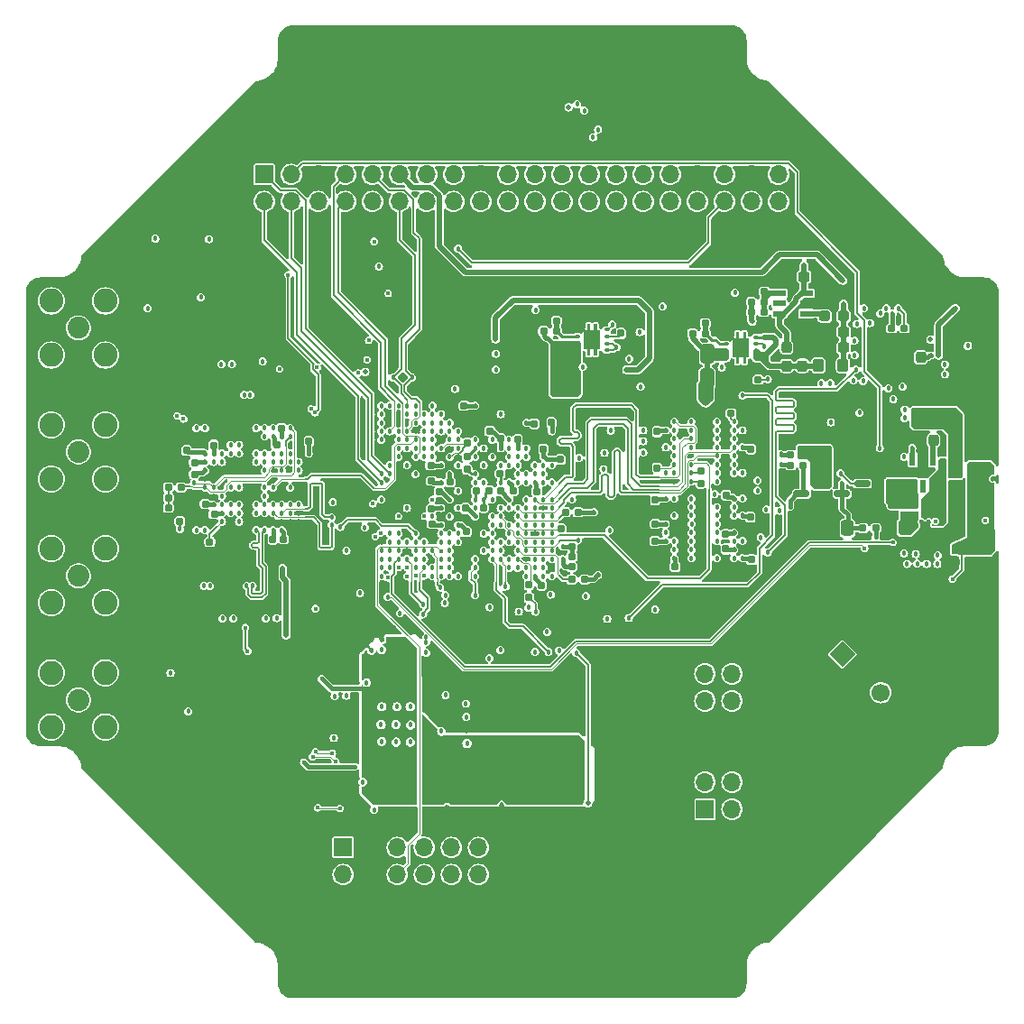
<source format=gbr>
%TF.GenerationSoftware,KiCad,Pcbnew,8.0.6*%
%TF.CreationDate,2025-01-14T20:30:26-08:00*%
%TF.ProjectId,IO_SDR_1.1,494f5f53-4452-45f3-912e-312e6b696361,rev?*%
%TF.SameCoordinates,Original*%
%TF.FileFunction,Copper,L6,Bot*%
%TF.FilePolarity,Positive*%
%FSLAX46Y46*%
G04 Gerber Fmt 4.6, Leading zero omitted, Abs format (unit mm)*
G04 Created by KiCad (PCBNEW 8.0.6) date 2025-01-14 20:30:26*
%MOMM*%
%LPD*%
G01*
G04 APERTURE LIST*
G04 Aperture macros list*
%AMRoundRect*
0 Rectangle with rounded corners*
0 $1 Rounding radius*
0 $2 $3 $4 $5 $6 $7 $8 $9 X,Y pos of 4 corners*
0 Add a 4 corners polygon primitive as box body*
4,1,4,$2,$3,$4,$5,$6,$7,$8,$9,$2,$3,0*
0 Add four circle primitives for the rounded corners*
1,1,$1+$1,$2,$3*
1,1,$1+$1,$4,$5*
1,1,$1+$1,$6,$7*
1,1,$1+$1,$8,$9*
0 Add four rect primitives between the rounded corners*
20,1,$1+$1,$2,$3,$4,$5,0*
20,1,$1+$1,$4,$5,$6,$7,0*
20,1,$1+$1,$6,$7,$8,$9,0*
20,1,$1+$1,$8,$9,$2,$3,0*%
%AMHorizOval*
0 Thick line with rounded ends*
0 $1 width*
0 $2 $3 position (X,Y) of the first rounded end (center of the circle)*
0 $4 $5 position (X,Y) of the second rounded end (center of the circle)*
0 Add line between two ends*
20,1,$1,$2,$3,$4,$5,0*
0 Add two circle primitives to create the rounded ends*
1,1,$1,$2,$3*
1,1,$1,$4,$5*%
%AMRotRect*
0 Rectangle, with rotation*
0 The origin of the aperture is its center*
0 $1 length*
0 $2 width*
0 $3 Rotation angle, in degrees counterclockwise*
0 Add horizontal line*
21,1,$1,$2,0,0,$3*%
G04 Aperture macros list end*
%TA.AperFunction,EtchedComponent*%
%ADD10C,0.000000*%
%TD*%
%TA.AperFunction,ComponentPad*%
%ADD11RotRect,1.700000X1.700000X45.000000*%
%TD*%
%TA.AperFunction,ComponentPad*%
%ADD12HorizOval,1.700000X0.000000X0.000000X0.000000X0.000000X0*%
%TD*%
%TA.AperFunction,ComponentPad*%
%ADD13C,2.050000*%
%TD*%
%TA.AperFunction,ComponentPad*%
%ADD14C,2.250000*%
%TD*%
%TA.AperFunction,ComponentPad*%
%ADD15C,5.000000*%
%TD*%
%TA.AperFunction,ComponentPad*%
%ADD16R,1.700000X1.700000*%
%TD*%
%TA.AperFunction,ComponentPad*%
%ADD17O,1.700000X1.700000*%
%TD*%
%TA.AperFunction,ComponentPad*%
%ADD18O,1.800000X0.900000*%
%TD*%
%TA.AperFunction,ComponentPad*%
%ADD19O,0.900000X1.800000*%
%TD*%
%TA.AperFunction,SMDPad,CuDef*%
%ADD20RoundRect,0.155000X0.212500X0.155000X-0.212500X0.155000X-0.212500X-0.155000X0.212500X-0.155000X0*%
%TD*%
%TA.AperFunction,SMDPad,CuDef*%
%ADD21RoundRect,0.155000X0.155000X-0.212500X0.155000X0.212500X-0.155000X0.212500X-0.155000X-0.212500X0*%
%TD*%
%TA.AperFunction,SMDPad,CuDef*%
%ADD22RoundRect,0.160000X-0.197500X-0.160000X0.197500X-0.160000X0.197500X0.160000X-0.197500X0.160000X0*%
%TD*%
%TA.AperFunction,SMDPad,CuDef*%
%ADD23RoundRect,0.155000X-0.155000X0.212500X-0.155000X-0.212500X0.155000X-0.212500X0.155000X0.212500X0*%
%TD*%
%TA.AperFunction,SMDPad,CuDef*%
%ADD24RoundRect,0.160000X0.197500X0.160000X-0.197500X0.160000X-0.197500X-0.160000X0.197500X-0.160000X0*%
%TD*%
%TA.AperFunction,SMDPad,CuDef*%
%ADD25RoundRect,0.150000X0.587500X0.150000X-0.587500X0.150000X-0.587500X-0.150000X0.587500X-0.150000X0*%
%TD*%
%TA.AperFunction,SMDPad,CuDef*%
%ADD26RoundRect,0.237500X0.300000X0.237500X-0.300000X0.237500X-0.300000X-0.237500X0.300000X-0.237500X0*%
%TD*%
%TA.AperFunction,SMDPad,CuDef*%
%ADD27RoundRect,0.250000X0.412500X0.650000X-0.412500X0.650000X-0.412500X-0.650000X0.412500X-0.650000X0*%
%TD*%
%TA.AperFunction,SMDPad,CuDef*%
%ADD28RoundRect,0.237500X-0.237500X0.300000X-0.237500X-0.300000X0.237500X-0.300000X0.237500X0.300000X0*%
%TD*%
%TA.AperFunction,SMDPad,CuDef*%
%ADD29RoundRect,0.160000X0.160000X-0.197500X0.160000X0.197500X-0.160000X0.197500X-0.160000X-0.197500X0*%
%TD*%
%TA.AperFunction,SMDPad,CuDef*%
%ADD30RoundRect,0.040600X-0.249400X0.564400X-0.249400X-0.564400X0.249400X-0.564400X0.249400X0.564400X0*%
%TD*%
%TA.AperFunction,SMDPad,CuDef*%
%ADD31RoundRect,0.250000X-0.275000X-0.350000X0.275000X-0.350000X0.275000X0.350000X-0.275000X0.350000X0*%
%TD*%
%TA.AperFunction,SMDPad,CuDef*%
%ADD32RoundRect,0.237500X-0.300000X-0.237500X0.300000X-0.237500X0.300000X0.237500X-0.300000X0.237500X0*%
%TD*%
%TA.AperFunction,SMDPad,CuDef*%
%ADD33RoundRect,0.160000X-0.160000X0.197500X-0.160000X-0.197500X0.160000X-0.197500X0.160000X0.197500X0*%
%TD*%
%TA.AperFunction,SMDPad,CuDef*%
%ADD34O,0.599999X0.299999*%
%TD*%
%TA.AperFunction,SMDPad,CuDef*%
%ADD35R,1.500000X1.749999*%
%TD*%
%TA.AperFunction,SMDPad,CuDef*%
%ADD36RoundRect,0.250000X0.337500X0.475000X-0.337500X0.475000X-0.337500X-0.475000X0.337500X-0.475000X0*%
%TD*%
%TA.AperFunction,SMDPad,CuDef*%
%ADD37RoundRect,0.155000X-0.212500X-0.155000X0.212500X-0.155000X0.212500X0.155000X-0.212500X0.155000X0*%
%TD*%
%TA.AperFunction,SMDPad,CuDef*%
%ADD38RoundRect,0.237500X0.237500X-0.287500X0.237500X0.287500X-0.237500X0.287500X-0.237500X-0.287500X0*%
%TD*%
%TA.AperFunction,SMDPad,CuDef*%
%ADD39RoundRect,0.040600X0.564400X0.249400X-0.564400X0.249400X-0.564400X-0.249400X0.564400X-0.249400X0*%
%TD*%
%TA.AperFunction,SMDPad,CuDef*%
%ADD40RoundRect,0.237500X-0.237500X0.287500X-0.237500X-0.287500X0.237500X-0.287500X0.237500X0.287500X0*%
%TD*%
%TA.AperFunction,SMDPad,CuDef*%
%ADD41RoundRect,0.250000X-0.650000X0.412500X-0.650000X-0.412500X0.650000X-0.412500X0.650000X0.412500X0*%
%TD*%
%TA.AperFunction,SMDPad,CuDef*%
%ADD42RoundRect,0.250000X0.275000X0.350000X-0.275000X0.350000X-0.275000X-0.350000X0.275000X-0.350000X0*%
%TD*%
%TA.AperFunction,SMDPad,CuDef*%
%ADD43RoundRect,0.237500X-0.287500X-0.237500X0.287500X-0.237500X0.287500X0.237500X-0.287500X0.237500X0*%
%TD*%
%TA.AperFunction,SMDPad,CuDef*%
%ADD44RoundRect,0.237500X0.237500X-0.300000X0.237500X0.300000X-0.237500X0.300000X-0.237500X-0.300000X0*%
%TD*%
%TA.AperFunction,SMDPad,CuDef*%
%ADD45RoundRect,0.250000X-0.412500X-0.650000X0.412500X-0.650000X0.412500X0.650000X-0.412500X0.650000X0*%
%TD*%
%TA.AperFunction,ViaPad*%
%ADD46C,0.406400*%
%TD*%
%TA.AperFunction,ViaPad*%
%ADD47C,0.457200*%
%TD*%
%TA.AperFunction,ViaPad*%
%ADD48C,0.400000*%
%TD*%
%TA.AperFunction,ViaPad*%
%ADD49C,0.500000*%
%TD*%
%TA.AperFunction,Conductor*%
%ADD50C,0.508000*%
%TD*%
%TA.AperFunction,Conductor*%
%ADD51C,0.254000*%
%TD*%
%TA.AperFunction,Conductor*%
%ADD52C,0.381000*%
%TD*%
%TA.AperFunction,Conductor*%
%ADD53C,0.113030*%
%TD*%
%TA.AperFunction,Conductor*%
%ADD54C,0.203200*%
%TD*%
%TA.AperFunction,Conductor*%
%ADD55C,0.186180*%
%TD*%
%TA.AperFunction,Conductor*%
%ADD56C,0.200000*%
%TD*%
%TA.AperFunction,Conductor*%
%ADD57C,0.142240*%
%TD*%
%TA.AperFunction,Conductor*%
%ADD58C,0.400000*%
%TD*%
%TA.AperFunction,Conductor*%
%ADD59C,0.142494*%
%TD*%
%TA.AperFunction,Conductor*%
%ADD60C,0.156460*%
%TD*%
%TA.AperFunction,Conductor*%
%ADD61C,0.101600*%
%TD*%
G04 APERTURE END LIST*
D10*
%TA.AperFunction,EtchedComponent*%
%TO.C,U6*%
G36*
X149042158Y-78578054D02*
G01*
X149412155Y-78578054D01*
X149412155Y-77953054D01*
X149692154Y-77953054D01*
X149692154Y-78578054D01*
X149977155Y-78578054D01*
X149977155Y-80328054D01*
X149692154Y-80328054D01*
X149692154Y-80953054D01*
X149412155Y-80953054D01*
X149412155Y-80328054D01*
X149042158Y-80328054D01*
X149042153Y-80953054D01*
X148762154Y-80953054D01*
X148762159Y-80328054D01*
X148477153Y-80328054D01*
X148477153Y-78578054D01*
X148762159Y-78578054D01*
X148762154Y-77953054D01*
X149042153Y-77953054D01*
X149042158Y-78578054D01*
G37*
%TD.AperFunction*%
%TA.AperFunction,EtchedComponent*%
%TO.C,U5*%
G36*
X163016417Y-79309058D02*
G01*
X163386414Y-79309058D01*
X163386414Y-78684058D01*
X163666413Y-78684058D01*
X163666413Y-79309058D01*
X163951414Y-79309058D01*
X163951414Y-81059058D01*
X163666413Y-81059058D01*
X163666413Y-81684058D01*
X163386414Y-81684058D01*
X163386414Y-81059058D01*
X163016417Y-81059058D01*
X163016412Y-81684058D01*
X162736413Y-81684058D01*
X162736418Y-81059058D01*
X162451412Y-81059058D01*
X162451412Y-79309058D01*
X162736418Y-79309058D01*
X162736413Y-78684058D01*
X163016412Y-78684058D01*
X163016417Y-79309058D01*
G37*
%TD.AperFunction*%
%TD*%
D11*
%TO.P,J3,1,Pin_1*%
%TO.N,+5VA*%
X172720000Y-108966000D03*
D12*
%TO.P,J3,2,Pin_2*%
%TO.N,GND*%
X174516051Y-110762051D03*
%TO.P,J3,3,Pin_3*%
%TO.N,PTI*%
X176312102Y-112558102D03*
%TD*%
D13*
%TO.P,J11,1*%
%TO.N,/Sheet2/UB1*%
X101015800Y-78333600D03*
D14*
%TO.P,J11,2*%
%TO.N,N/C*%
X103555800Y-75793600D03*
X98475800Y-75793600D03*
X103555800Y-80873600D03*
X98475800Y-80873600D03*
%TD*%
D15*
%TO.P,H2,1,1*%
%TO.N,GND*%
X159766000Y-53454396D03*
%TD*%
%TO.P,H4,1,1*%
%TO.N,GND*%
X123516000Y-138024396D03*
%TD*%
%TO.P,H3,1,1*%
%TO.N,GND*%
X159766000Y-138024396D03*
%TD*%
D16*
%TO.P,J6,1,Pin_1*%
%TO.N,+5VD*%
X159820000Y-123500000D03*
D17*
%TO.P,J6,2,Pin_2*%
X162360000Y-123500000D03*
%TO.P,J6,3,Pin_3*%
X159820000Y-120960000D03*
%TO.P,J6,4,Pin_4*%
X162360000Y-120960000D03*
%TO.P,J6,5,Pin_5*%
%TO.N,GND*%
X159820000Y-118420001D03*
%TO.P,J6,6,Pin_6*%
X162360000Y-118420000D03*
%TO.P,J6,7,Pin_7*%
X159820000Y-115880000D03*
%TO.P,J6,8,Pin_8*%
X162360000Y-115880000D03*
%TO.P,J6,9,Pin_9*%
%TO.N,PWR_Rx*%
X159820000Y-113340000D03*
%TO.P,J6,10,Pin_10*%
%TO.N,PWR_Tx*%
X162360000Y-113340000D03*
%TO.P,J6,11,Pin_11*%
%TO.N,PWR_Rx1*%
X159820000Y-110800000D03*
%TO.P,J6,12,Pin_12*%
%TO.N,PWR_Tx1*%
X162360000Y-110800000D03*
%TD*%
D18*
%TO.P,J1,S5,SHIELD__4*%
%TO.N,GND*%
X183725000Y-110540000D03*
%TO.P,J1,S6,SHIELD__5*%
X183725000Y-103940000D03*
%TD*%
D13*
%TO.P,J9,1*%
%TO.N,/Sheet2/UB2*%
X101015800Y-89966800D03*
D14*
%TO.P,J9,2*%
%TO.N,N/C*%
X103555800Y-87426800D03*
X98475800Y-87426800D03*
X103555800Y-92506800D03*
X98475800Y-92506800D03*
%TD*%
D13*
%TO.P,J12,1*%
%TO.N,/Sheet2/UB4*%
X101020000Y-101590000D03*
D14*
%TO.P,J12,2*%
%TO.N,N/C*%
X103560000Y-99050000D03*
X98480000Y-99050000D03*
X103560000Y-104130000D03*
X98480000Y-104130000D03*
%TD*%
D13*
%TO.P,J10,1*%
%TO.N,/Sheet2/UB3*%
X101020000Y-113240000D03*
D14*
%TO.P,J10,2*%
%TO.N,N/C*%
X103560000Y-110700000D03*
X98480000Y-110700000D03*
X103560000Y-115780000D03*
X98480000Y-115780000D03*
%TD*%
D16*
%TO.P,J4,1,Pin_1*%
%TO.N,IO_L7P*%
X118460000Y-63930000D03*
D17*
%TO.P,J4,2,Pin_2*%
%TO.N,IO_L9N*%
X118460000Y-66470000D03*
%TO.P,J4,3,Pin_3*%
%TO.N,PS_MI00*%
X121000000Y-63930000D03*
%TO.P,J4,4,Pin_4*%
%TO.N,IO_L7N*%
X121000000Y-66470000D03*
%TO.P,J4,5,Pin_5*%
%TO.N,GND*%
X123540000Y-63930000D03*
%TO.P,J4,6,Pin_6*%
%TO.N,PS_MI011*%
X123540000Y-66470000D03*
%TO.P,J4,7,Pin_7*%
%TO.N,IO_L12N*%
X126080000Y-63930000D03*
%TO.P,J4,8,Pin_8*%
%TO.N,IO_L24N*%
X126080000Y-66470000D03*
%TO.P,J4,9,Pin_9*%
%TO.N,SCL*%
X128620000Y-63930000D03*
%TO.P,J4,10,Pin_10*%
%TO.N,IO_L10P*%
X128620000Y-66470000D03*
%TO.P,J4,11,Pin_11*%
%TO.N,+5VD*%
X131160000Y-63930000D03*
%TO.P,J4,12,Pin_12*%
%TO.N,SDA*%
X131160000Y-66470000D03*
%TO.P,J4,13,Pin_13*%
%TO.N,IO_L15P_T2*%
X133700000Y-63930000D03*
%TO.P,J4,14,Pin_14*%
%TO.N,IO_L15N_T2*%
X133700000Y-66470000D03*
%TO.P,J4,15,Pin_15*%
%TO.N,IO_L4P_TO_35*%
X136240000Y-63930000D03*
%TO.P,J4,16,Pin_16*%
%TO.N,IO_L4N_TO_35*%
X136240000Y-66470000D03*
%TO.P,J4,17,Pin_17*%
%TO.N,GND*%
X138780000Y-63930000D03*
%TO.P,J4,18,Pin_18*%
%TO.N,+5VA*%
X138780000Y-66470000D03*
%TO.P,J4,19,Pin_19*%
%TO.N,PS_MI049*%
X141320000Y-63930000D03*
%TO.P,J4,20,Pin_20*%
%TO.N,PS_MI048*%
X141320000Y-66470000D03*
%TO.P,J4,21,Pin_21*%
%TO.N,PS_MIO07_500_USB_RESET_B*%
X143860000Y-63930000D03*
%TO.P,J4,22,Pin_22*%
%TO.N,PS_MI046*%
X143860000Y-66470000D03*
%TO.P,J4,23,Pin_23*%
%TO.N,PS_MI09*%
X146400000Y-63930000D03*
%TO.P,J4,24,Pin_24*%
%TO.N,PS_MI052*%
X146400000Y-66470000D03*
%TO.P,J4,25,Pin_25*%
%TO.N,unconnected-(J4-Pin_25-Pad25)*%
X148940000Y-63930000D03*
%TO.P,J4,26,Pin_26*%
%TO.N,unconnected-(J4-Pin_26-Pad26)*%
X148940000Y-66470000D03*
%TO.P,J4,27,Pin_27*%
%TO.N,unconnected-(J4-Pin_27-Pad27)*%
X151480000Y-63930000D03*
%TO.P,J4,28,Pin_28*%
%TO.N,unconnected-(J4-Pin_28-Pad28)*%
X151480000Y-66470000D03*
%TO.P,J4,29,Pin_29*%
%TO.N,TMS*%
X154020000Y-63930000D03*
%TO.P,J4,30,Pin_30*%
%TO.N,+1V8*%
X154020000Y-66470000D03*
%TO.P,J4,31,Pin_31*%
%TO.N,TDO*%
X156560000Y-63930000D03*
%TO.P,J4,32,Pin_32*%
%TO.N,TCK*%
X156560000Y-66470000D03*
%TO.P,J4,33,Pin_33*%
%TO.N,GND*%
X159100000Y-63930000D03*
%TO.P,J4,34,Pin_34*%
%TO.N,TDI*%
X159100000Y-66470000D03*
%TO.P,J4,35,Pin_35*%
%TO.N,UART_RX*%
X161640000Y-63930000D03*
%TO.P,J4,36,Pin_36*%
%TO.N,EXT_CLK_EN*%
X161640000Y-66470000D03*
%TO.P,J4,37,Pin_37*%
%TO.N,GND*%
X164180000Y-63930000D03*
%TO.P,J4,38,Pin_38*%
%TO.N,UART_TX*%
X164180000Y-66470000D03*
%TO.P,J4,39,Pin_39*%
%TO.N,SD_BOOT*%
X166720000Y-63930000D03*
%TO.P,J4,40,Pin_40*%
%TO.N,JTAG_BOOT*%
X166720000Y-66470000D03*
%TD*%
D19*
%TO.P,J2,S5,SHIELD__4*%
%TO.N,GND*%
X151720629Y-52971830D03*
%TO.P,J2,S6,SHIELD__5*%
X145120631Y-52971830D03*
%TD*%
D16*
%TO.P,J5,1,Pin_1*%
%TO.N,+3V3*%
X125860000Y-127080000D03*
D17*
%TO.P,J5,2,Pin_2*%
X125860000Y-129620000D03*
%TO.P,J5,3,Pin_3*%
%TO.N,GND*%
X128400000Y-127080000D03*
%TO.P,J5,4,Pin_4*%
X128400000Y-129620000D03*
%TO.P,J5,5,Pin_5*%
%TO.N,CAM0*%
X130939999Y-127080000D03*
%TO.P,J5,6,Pin_6*%
%TO.N,CAM4*%
X130940000Y-129620000D03*
%TO.P,J5,7,Pin_7*%
%TO.N,CAM1*%
X133480000Y-127080000D03*
%TO.P,J5,8,Pin_8*%
%TO.N,CAM5*%
X133480000Y-129620000D03*
%TO.P,J5,9,Pin_9*%
%TO.N,CAM2*%
X136020000Y-127080000D03*
%TO.P,J5,10,Pin_10*%
%TO.N,CAM6*%
X136020000Y-129620000D03*
%TO.P,J5,11,Pin_11*%
%TO.N,CAM3*%
X138560000Y-127080000D03*
%TO.P,J5,12,Pin_12*%
%TO.N,CAM7*%
X138560000Y-129620000D03*
%TD*%
D15*
%TO.P,H1,1,1*%
%TO.N,GND*%
X123516000Y-53454396D03*
%TD*%
D20*
%TO.P,C60,1*%
%TO.N,+12L*%
X111921104Y-92062614D03*
%TO.P,C60,2*%
%TO.N,GND*%
X110786104Y-92062614D03*
%TD*%
D21*
%TO.P,C137,1*%
%TO.N,+1V5*%
X164134800Y-89696100D03*
%TO.P,C137,2*%
%TO.N,GND*%
X164134800Y-88561100D03*
%TD*%
D22*
%TO.P,R42,1*%
%TO.N,+1V8*%
X138392500Y-93620000D03*
%TO.P,R42,2*%
%TO.N,Net-(U14C-VP_0)*%
X139587500Y-93620000D03*
%TD*%
D20*
%TO.P,C94,1*%
%TO.N,+1V0*%
X134146084Y-95288404D03*
%TO.P,C94,2*%
%TO.N,GND*%
X133011084Y-95288404D03*
%TD*%
D23*
%TO.P,C123,1*%
%TO.N,+1V5*%
X144490000Y-102482500D03*
%TO.P,C123,2*%
%TO.N,GND*%
X144490000Y-103617500D03*
%TD*%
D22*
%TO.P,R8,1*%
%TO.N,+12L*%
X158653913Y-78849059D03*
%TO.P,R8,2*%
%TO.N,Net-(U5-FB)*%
X159848913Y-78849059D03*
%TD*%
D20*
%TO.P,C95,1*%
%TO.N,+1V0*%
X134167500Y-92690000D03*
%TO.P,C95,2*%
%TO.N,GND*%
X133032500Y-92690000D03*
%TD*%
D22*
%TO.P,R10,1*%
%TO.N,+1V2*%
X144677153Y-78623053D03*
%TO.P,R10,2*%
%TO.N,Net-(U6-FB)*%
X145872153Y-78623053D03*
%TD*%
D20*
%TO.P,C96,1*%
%TO.N,+1V0*%
X140597674Y-91986424D03*
%TO.P,C96,2*%
%TO.N,GND*%
X139462674Y-91986424D03*
%TD*%
D24*
%TO.P,R3,1*%
%TO.N,+5VA*%
X175840154Y-97132854D03*
%TO.P,R3,2*%
%TO.N,Net-(Q1-C)*%
X174645154Y-97132854D03*
%TD*%
D21*
%TO.P,C132,1*%
%TO.N,+1V5*%
X155321000Y-88070500D03*
%TO.P,C132,2*%
%TO.N,GND*%
X155321000Y-86935500D03*
%TD*%
D23*
%TO.P,C130,1*%
%TO.N,+1V5*%
X155143204Y-94492304D03*
%TO.P,C130,2*%
%TO.N,GND*%
X155143204Y-95627304D03*
%TD*%
D22*
%TO.P,R37,1*%
%TO.N,Net-(U14G-PS_DDR_VRP_502)*%
X146722484Y-95618594D03*
%TO.P,R37,2*%
%TO.N,+1V5*%
X147917484Y-95618594D03*
%TD*%
D25*
%TO.P,Q1,1,B*%
%TO.N,Net-(Q1-B)*%
X174570154Y-92952854D03*
%TO.P,Q1,2,E*%
%TO.N,GND*%
X174570154Y-94852854D03*
%TO.P,Q1,3,C*%
%TO.N,Net-(Q1-C)*%
X172695154Y-93902854D03*
%TD*%
D26*
%TO.P,C19,1*%
%TO.N,+1V8*%
X185081654Y-96353246D03*
%TO.P,C19,2*%
%TO.N,GND*%
X183356654Y-96353246D03*
%TD*%
D23*
%TO.P,CA1,1*%
%TO.N,+1V8*%
X184870000Y-99145000D03*
%TO.P,CA1,2*%
%TO.N,GND*%
X184870000Y-100280000D03*
%TD*%
D27*
%TO.P,C26,1*%
%TO.N,+1V2*%
X146079654Y-82848055D03*
%TO.P,C26,2*%
%TO.N,GND*%
X142954654Y-82848055D03*
%TD*%
D28*
%TO.P,CA10,1*%
%TO.N,GND*%
X180086000Y-79376100D03*
%TO.P,CA10,2*%
%TO.N,Net-(U13-VDD33)*%
X180086000Y-81101100D03*
%TD*%
D20*
%TO.P,C70,1*%
%TO.N,+12L*%
X110524114Y-96482184D03*
%TO.P,C70,2*%
%TO.N,GND*%
X109389114Y-96482184D03*
%TD*%
D29*
%TO.P,R47,1*%
%TO.N,Net-(U18-ZQ0)*%
X155321000Y-91478700D03*
%TO.P,R47,2*%
%TO.N,GND*%
X155321000Y-90283700D03*
%TD*%
D30*
%TO.P,U4,1,EN*%
%TO.N,Net-(Q1-C)*%
X179302654Y-90690746D03*
%TO.P,U4,2,GND*%
%TO.N,GND*%
X180252654Y-90690746D03*
%TO.P,U4,3,LX*%
%TO.N,Net-(U4-LX)*%
X181202654Y-90690746D03*
%TO.P,U4,4,VIN*%
%TO.N,+5VA*%
X181202654Y-93200746D03*
%TO.P,U4,5,NC*%
%TO.N,unconnected-(U4-NC-Pad5)*%
X180252654Y-93200746D03*
%TO.P,U4,6,FB/OUT*%
%TO.N,Net-(U4-FB{slash}OUT)*%
X179302654Y-93200746D03*
%TD*%
D31*
%TO.P,L5,1,1*%
%TO.N,Net-(C14-Pad1)*%
X183373954Y-91684454D03*
%TO.P,L5,2,2*%
%TO.N,+1V8*%
X185673954Y-91684454D03*
%TD*%
D20*
%TO.P,C93,1*%
%TO.N,+1V0*%
X139632514Y-88023994D03*
%TO.P,C93,2*%
%TO.N,GND*%
X138497514Y-88023994D03*
%TD*%
%TO.P,C129,1*%
%TO.N,+1V5*%
X144026704Y-93662804D03*
%TO.P,C129,2*%
%TO.N,GND*%
X142891704Y-93662804D03*
%TD*%
D26*
%TO.P,CA2,1*%
%TO.N,+1V8*%
X185081654Y-94883246D03*
%TO.P,CA2,2*%
%TO.N,GND*%
X183356654Y-94883246D03*
%TD*%
%TO.P,C11,1*%
%TO.N,Net-(C10-Pad1)*%
X172822500Y-78700000D03*
%TO.P,C11,2*%
%TO.N,GND*%
X171097500Y-78700000D03*
%TD*%
D32*
%TO.P,C16,1*%
%TO.N,Net-(C14-Pad1)*%
X183356654Y-88643246D03*
%TO.P,C16,2*%
%TO.N,GND*%
X185081654Y-88643246D03*
%TD*%
D33*
%TO.P,R40,1*%
%TO.N,Net-(U14C-INIT_B_0)*%
X137515604Y-90423734D03*
%TO.P,R40,2*%
%TO.N,+1V8*%
X137515604Y-91618734D03*
%TD*%
D21*
%TO.P,C14,1*%
%TO.N,Net-(C14-Pad1)*%
X179422654Y-95950746D03*
%TO.P,C14,2*%
%TO.N,Net-(U4-FB{slash}OUT)*%
X179422654Y-94815746D03*
%TD*%
D20*
%TO.P,C112,1*%
%TO.N,+1V8*%
X137220574Y-85631674D03*
%TO.P,C112,2*%
%TO.N,GND*%
X136085574Y-85631674D03*
%TD*%
D22*
%TO.P,R46,1*%
%TO.N,/Sheet3/DDR-RESET*%
X162267300Y-86360000D03*
%TO.P,R46,2*%
%TO.N,GND*%
X163462300Y-86360000D03*
%TD*%
D29*
%TO.P,R48,1*%
%TO.N,/Sheet3/DDR-CK_P*%
X159410000Y-92927500D03*
%TO.P,R48,2*%
%TO.N,/Sheet3/DDR-CK_N*%
X159410000Y-91732500D03*
%TD*%
D23*
%TO.P,C17,1*%
%TO.N,+1V8*%
X186390000Y-99175000D03*
%TO.P,C17,2*%
%TO.N,GND*%
X186390000Y-100310000D03*
%TD*%
D21*
%TO.P,C136,1*%
%TO.N,+1V5*%
X161798000Y-94014100D03*
%TO.P,C136,2*%
%TO.N,GND*%
X161798000Y-92879100D03*
%TD*%
%TO.P,C103,1*%
%TO.N,+1V0*%
X137494524Y-89154654D03*
%TO.P,C103,2*%
%TO.N,GND*%
X137494524Y-88019654D03*
%TD*%
D24*
%TO.P,R9,1*%
%TO.N,Net-(U5-FB)*%
X159846412Y-77904057D03*
%TO.P,R9,2*%
%TO.N,GND*%
X158651412Y-77904057D03*
%TD*%
D25*
%TO.P,Q2,1,B*%
%TO.N,Net-(Q2-B)*%
X170730154Y-92952854D03*
%TO.P,Q2,2,E*%
%TO.N,GND*%
X170730154Y-94852854D03*
%TO.P,Q2,3,C*%
%TO.N,Net-(Q1-B)*%
X168855154Y-93902854D03*
%TD*%
D34*
%TO.P,U6,1,OUT*%
%TO.N,+1V2*%
X147827154Y-80428056D03*
%TO.P,U6,2,OUT*%
X147827154Y-79778055D03*
%TO.P,U6,3,FB*%
%TO.N,Net-(U6-FB)*%
X147827154Y-79128056D03*
%TO.P,U6,4,GND*%
%TO.N,GND*%
X147827154Y-78478055D03*
%TO.P,U6,5,EN*%
%TO.N,/Sheet1/TPP*%
X150627154Y-78478055D03*
%TO.P,U6,6,NR*%
%TO.N,Net-(U6-NR)*%
X150627154Y-79128056D03*
%TO.P,U6,7,IN*%
%TO.N,/Sheet1/TPP*%
X150627154Y-79778055D03*
%TO.P,U6,8,IN*%
X150627154Y-80428056D03*
D35*
%TO.P,U6,9,GND*%
%TO.N,GND*%
X149227157Y-79453054D03*
%TD*%
D21*
%TO.P,C66,1*%
%TO.N,+1V2*%
X111175804Y-89836084D03*
%TO.P,C66,2*%
%TO.N,GND*%
X111175804Y-88701084D03*
%TD*%
D20*
%TO.P,C24,1*%
%TO.N,Net-(U5-NR)*%
X164796412Y-83194057D03*
%TO.P,C24,2*%
%TO.N,GND*%
X163661412Y-83194057D03*
%TD*%
D36*
%TO.P,C9,1*%
%TO.N,Net-(Q1-C)*%
X173190154Y-97132854D03*
%TO.P,C9,2*%
%TO.N,GND*%
X171115154Y-97132854D03*
%TD*%
D27*
%TO.P,C27,1*%
%TO.N,+12L*%
X160013913Y-83079059D03*
%TO.P,C27,2*%
%TO.N,GND*%
X156888913Y-83079059D03*
%TD*%
D21*
%TO.P,C117,1*%
%TO.N,+1V5*%
X143814794Y-87346884D03*
%TO.P,C117,2*%
%TO.N,GND*%
X143814794Y-86211884D03*
%TD*%
D20*
%TO.P,C128,1*%
%TO.N,+1V5*%
X155151900Y-96723200D03*
%TO.P,C128,2*%
%TO.N,GND*%
X154016900Y-96723200D03*
%TD*%
D32*
%TO.P,C15,1*%
%TO.N,Net-(C14-Pad1)*%
X183356654Y-90103246D03*
%TO.P,C15,2*%
%TO.N,GND*%
X185081654Y-90103246D03*
%TD*%
D20*
%TO.P,C124,1*%
%TO.N,+1V5*%
X157006100Y-100761800D03*
%TO.P,C124,2*%
%TO.N,GND*%
X155871100Y-100761800D03*
%TD*%
%TO.P,C126,1*%
%TO.N,+1V5*%
X155126500Y-98323400D03*
%TO.P,C126,2*%
%TO.N,GND*%
X153991500Y-98323400D03*
%TD*%
D24*
%TO.P,R41,1*%
%TO.N,Net-(U14C-PROGRAM_B_0)*%
X141821474Y-93637404D03*
%TO.P,R41,2*%
%TO.N,+1V8*%
X140626474Y-93637404D03*
%TD*%
D33*
%TO.P,RA20,1*%
%TO.N,Net-(U14H-PS_MIO14_500)*%
X143306794Y-102437914D03*
%TO.P,RA20,2*%
%TO.N,USR_BTN*%
X143306794Y-103632914D03*
%TD*%
D37*
%TO.P,C135,1*%
%TO.N,+1V5*%
X147311300Y-100761800D03*
%TO.P,C135,2*%
%TO.N,GND*%
X148446300Y-100761800D03*
%TD*%
D22*
%TO.P,R4,1*%
%TO.N,Net-(C10-Pad1)*%
X164185313Y-75893658D03*
%TO.P,R4,2*%
%TO.N,Net-(U3-FB{slash}OUT)*%
X165380313Y-75893658D03*
%TD*%
D21*
%TO.P,C98,1*%
%TO.N,+1V0*%
X137440000Y-97457500D03*
%TO.P,C98,2*%
%TO.N,GND*%
X137440000Y-96322500D03*
%TD*%
%TO.P,C68,1*%
%TO.N,+1V2*%
X113715794Y-89353484D03*
%TO.P,C68,2*%
%TO.N,GND*%
X113715794Y-88218484D03*
%TD*%
%TO.P,C97,1*%
%TO.N,+1V0*%
X137350000Y-95267500D03*
%TO.P,C97,2*%
%TO.N,GND*%
X137350000Y-94132500D03*
%TD*%
D24*
%TO.P,RA9,1*%
%TO.N,PS_MIO07_500_USB_RESET_B*%
X178527500Y-78370000D03*
%TO.P,RA9,2*%
%TO.N,+1V8*%
X177332500Y-78370000D03*
%TD*%
D38*
%TO.P,L4,1,1*%
%TO.N,Net-(U4-LX)*%
X181272754Y-88876454D03*
%TO.P,L4,2,2*%
%TO.N,Net-(C14-Pad1)*%
X181272754Y-87126454D03*
%TD*%
D37*
%TO.P,C75,1*%
%TO.N,+1V2*%
X120277024Y-98158594D03*
%TO.P,C75,2*%
%TO.N,GND*%
X121412024Y-98158594D03*
%TD*%
D39*
%TO.P,U3,1,EN*%
%TO.N,+5VA*%
X169335000Y-75090000D03*
%TO.P,U3,2,GND*%
%TO.N,GND*%
X169335000Y-76040000D03*
%TO.P,U3,3,LX*%
%TO.N,Net-(U3-LX)*%
X169335000Y-76990000D03*
%TO.P,U3,4,VIN*%
%TO.N,+5VA*%
X166825000Y-76990000D03*
%TO.P,U3,5,NC*%
%TO.N,unconnected-(U3-NC-Pad5)*%
X166825000Y-76040000D03*
%TO.P,U3,6,FB/OUT*%
%TO.N,Net-(U3-FB{slash}OUT)*%
X166825000Y-75090000D03*
%TD*%
D32*
%TO.P,C18,1*%
%TO.N,Net-(C14-Pad1)*%
X183356654Y-87137854D03*
%TO.P,C18,2*%
%TO.N,GND*%
X185081654Y-87137854D03*
%TD*%
D20*
%TO.P,C78,1*%
%TO.N,GND*%
X110607500Y-94260000D03*
%TO.P,C78,2*%
%TO.N,Net-(C78-Pad2)*%
X109472500Y-94260000D03*
%TD*%
D23*
%TO.P,C113,1*%
%TO.N,+1V5*%
X161772600Y-99076700D03*
%TO.P,C113,2*%
%TO.N,GND*%
X161772600Y-100211700D03*
%TD*%
D37*
%TO.P,C104,1*%
%TO.N,+1V0*%
X135881314Y-92799204D03*
%TO.P,C104,2*%
%TO.N,GND*%
X137016314Y-92799204D03*
%TD*%
D22*
%TO.P,R1,1*%
%TO.N,+1V0*%
X167845300Y-90251400D03*
%TO.P,R1,2*%
%TO.N,Net-(Q2-B)*%
X169040300Y-90251400D03*
%TD*%
D20*
%TO.P,C62,1*%
%TO.N,+12L*%
X112937104Y-94856584D03*
%TO.P,C62,2*%
%TO.N,GND*%
X111802104Y-94856584D03*
%TD*%
D34*
%TO.P,U5,1,OUT*%
%TO.N,+12L*%
X161801413Y-81159060D03*
%TO.P,U5,2,OUT*%
X161801413Y-80509059D03*
%TO.P,U5,3,FB*%
%TO.N,Net-(U5-FB)*%
X161801413Y-79859060D03*
%TO.P,U5,4,GND*%
%TO.N,GND*%
X161801413Y-79209059D03*
%TO.P,U5,5,EN*%
%TO.N,/Sheet1/TPP*%
X164601413Y-79209059D03*
%TO.P,U5,6,NR*%
%TO.N,Net-(U5-NR)*%
X164601413Y-79859060D03*
%TO.P,U5,7,IN*%
%TO.N,/Sheet1/TPP*%
X164601413Y-80509059D03*
%TO.P,U5,8,IN*%
X164601413Y-81159060D03*
D35*
%TO.P,U5,9,GND*%
%TO.N,GND*%
X163201416Y-80184058D03*
%TD*%
D20*
%TO.P,C69,1*%
%TO.N,+12L*%
X119617294Y-89319384D03*
%TO.P,C69,2*%
%TO.N,GND*%
X118482294Y-89319384D03*
%TD*%
D29*
%TO.P,R6,1*%
%TO.N,Net-(C14-Pad1)*%
X178482654Y-95980746D03*
%TO.P,R6,2*%
%TO.N,Net-(U4-FB{slash}OUT)*%
X178482654Y-94785746D03*
%TD*%
D24*
%TO.P,R11,1*%
%TO.N,Net-(U6-FB)*%
X145882154Y-77668051D03*
%TO.P,R11,2*%
%TO.N,GND*%
X144687154Y-77668051D03*
%TD*%
D20*
%TO.P,C107,1*%
%TO.N,+1V0*%
X134867500Y-93730000D03*
%TO.P,C107,2*%
%TO.N,GND*%
X133732500Y-93730000D03*
%TD*%
D21*
%TO.P,C54,1*%
%TO.N,+12L*%
X122631174Y-88997904D03*
%TO.P,C54,2*%
%TO.N,GND*%
X122631174Y-87862904D03*
%TD*%
D37*
%TO.P,C133,1*%
%TO.N,+1V5*%
X147336700Y-98882200D03*
%TO.P,C133,2*%
%TO.N,GND*%
X148471700Y-98882200D03*
%TD*%
D22*
%TO.P,R2,1*%
%TO.N,+5VA*%
X167855300Y-91211400D03*
%TO.P,R2,2*%
%TO.N,Net-(Q1-B)*%
X169050300Y-91211400D03*
%TD*%
D37*
%TO.P,C10,1*%
%TO.N,Net-(C10-Pad1)*%
X164205313Y-76853658D03*
%TO.P,C10,2*%
%TO.N,Net-(U3-FB{slash}OUT)*%
X165340313Y-76853658D03*
%TD*%
D20*
%TO.P,C61,1*%
%TO.N,+1V2*%
X113777500Y-95820000D03*
%TO.P,C61,2*%
%TO.N,GND*%
X112642500Y-95820000D03*
%TD*%
D24*
%TO.P,R5,1*%
%TO.N,Net-(U3-FB{slash}OUT)*%
X165400313Y-74933658D03*
%TO.P,R5,2*%
%TO.N,GND*%
X164205313Y-74933658D03*
%TD*%
D40*
%TO.P,L2,1,1*%
%TO.N,+5VA*%
X167480400Y-80157801D03*
%TO.P,L2,2,2*%
%TO.N,/Sheet1/TPP*%
X167480400Y-81907801D03*
%TD*%
D37*
%TO.P,C114,1*%
%TO.N,+1V5*%
X147336700Y-99822000D03*
%TO.P,C114,2*%
%TO.N,GND*%
X148471700Y-99822000D03*
%TD*%
D24*
%TO.P,RA8,1*%
%TO.N,Net-(U12-RBIAS)*%
X113348114Y-98412614D03*
%TO.P,RA8,2*%
%TO.N,GND*%
X112153114Y-98412614D03*
%TD*%
D21*
%TO.P,C127,1*%
%TO.N,+1V5*%
X145414994Y-87219884D03*
%TO.P,C127,2*%
%TO.N,GND*%
X145414994Y-86084884D03*
%TD*%
D20*
%TO.P,C102,1*%
%TO.N,+1V0*%
X134222284Y-96710804D03*
%TO.P,C102,2*%
%TO.N,GND*%
X133087284Y-96710804D03*
%TD*%
D21*
%TO.P,C118,1*%
%TO.N,+1V5*%
X161772600Y-97697100D03*
%TO.P,C118,2*%
%TO.N,GND*%
X161772600Y-96562100D03*
%TD*%
%TO.P,C56,1*%
%TO.N,+12L*%
X120116614Y-87778704D03*
%TO.P,C56,2*%
%TO.N,GND*%
X120116614Y-86643704D03*
%TD*%
D27*
%TO.P,C23,1*%
%TO.N,+12L*%
X160063913Y-80749059D03*
%TO.P,C23,2*%
%TO.N,GND*%
X156938913Y-80749059D03*
%TD*%
D41*
%TO.P,C8,1*%
%TO.N,+5VA*%
X181372654Y-95113246D03*
%TO.P,C8,2*%
%TO.N,GND*%
X181372654Y-98238246D03*
%TD*%
D23*
%TO.P,C20,1*%
%TO.N,+1V8*%
X183380000Y-99145000D03*
%TO.P,C20,2*%
%TO.N,GND*%
X183380000Y-100280000D03*
%TD*%
D42*
%TO.P,L3,1,1*%
%TO.N,Net-(C10-Pad1)*%
X172770600Y-81845601D03*
%TO.P,L3,2,2*%
%TO.N,/Sheet1/TPP*%
X170470600Y-81845601D03*
%TD*%
D26*
%TO.P,C12,1*%
%TO.N,Net-(C10-Pad1)*%
X172825000Y-80194601D03*
%TO.P,C12,2*%
%TO.N,GND*%
X171100000Y-80194601D03*
%TD*%
D23*
%TO.P,C121,1*%
%TO.N,+1V5*%
X146253194Y-90682294D03*
%TO.P,C121,2*%
%TO.N,GND*%
X146253194Y-91817294D03*
%TD*%
D27*
%TO.P,C21,1*%
%TO.N,+1V2*%
X146059654Y-80518055D03*
%TO.P,C21,2*%
%TO.N,GND*%
X142934654Y-80518055D03*
%TD*%
D22*
%TO.P,R32,1*%
%TO.N,Net-(C78-Pad2)*%
X109462500Y-93320200D03*
%TO.P,R32,2*%
%TO.N,VDDA1P1_RX_VCO*%
X110657500Y-93320200D03*
%TD*%
D33*
%TO.P,R43,1*%
%TO.N,Net-(U14C-VP_0)*%
X139039604Y-95198894D03*
%TO.P,R43,2*%
%TO.N,GND*%
X139039604Y-96393894D03*
%TD*%
D23*
%TO.P,C74,1*%
%TO.N,+1V2*%
X119253004Y-98175294D03*
%TO.P,C74,2*%
%TO.N,GND*%
X119253004Y-99310294D03*
%TD*%
D21*
%TO.P,C125,1*%
%TO.N,+1V5*%
X144653004Y-89709094D03*
%TO.P,C125,2*%
%TO.N,GND*%
X144653004Y-88574094D03*
%TD*%
D22*
%TO.P,R38,1*%
%TO.N,Net-(U14G-PS_DDR_VRN_502)*%
X146290684Y-97168014D03*
%TO.P,R38,2*%
%TO.N,GND*%
X147485684Y-97168014D03*
%TD*%
D20*
%TO.P,C92,1*%
%TO.N,+1V0*%
X134095314Y-91224394D03*
%TO.P,C92,2*%
%TO.N,GND*%
X132960314Y-91224394D03*
%TD*%
D21*
%TO.P,C140,1*%
%TO.N,+3V3*%
X130479814Y-107692284D03*
%TO.P,C140,2*%
%TO.N,GND*%
X130479814Y-106557284D03*
%TD*%
%TO.P,C122,1*%
%TO.N,+1V5*%
X164160200Y-100084700D03*
%TO.P,C122,2*%
%TO.N,GND*%
X164160200Y-98949700D03*
%TD*%
D26*
%TO.P,C25,1*%
%TO.N,+1V8*%
X185081654Y-93403246D03*
%TO.P,C25,2*%
%TO.N,GND*%
X183356654Y-93403246D03*
%TD*%
D21*
%TO.P,C22,1*%
%TO.N,Net-(U6-NR)*%
X151934654Y-78845551D03*
%TO.P,C22,2*%
%TO.N,GND*%
X151934654Y-77710551D03*
%TD*%
D43*
%TO.P,L1,1,1*%
%TO.N,Net-(U3-LX)*%
X171075800Y-77222801D03*
%TO.P,L1,2,2*%
%TO.N,Net-(C10-Pad1)*%
X172825800Y-77222801D03*
%TD*%
D20*
%TO.P,C64,1*%
%TO.N,+12L*%
X111921104Y-90970414D03*
%TO.P,C64,2*%
%TO.N,GND*%
X110786104Y-90970414D03*
%TD*%
D44*
%TO.P,C13,1*%
%TO.N,/Sheet1/TPP*%
X168953600Y-81895301D03*
%TO.P,C13,2*%
%TO.N,GND*%
X168953600Y-80170301D03*
%TD*%
D20*
%TO.P,C79,1*%
%TO.N,GND*%
X110607500Y-95199800D03*
%TO.P,C79,2*%
%TO.N,Net-(C78-Pad2)*%
X109472500Y-95199800D03*
%TD*%
D33*
%TO.P,R7,1*%
%TO.N,Net-(U4-FB{slash}OUT)*%
X177542654Y-94795746D03*
%TO.P,R7,2*%
%TO.N,GND*%
X177542654Y-95990746D03*
%TD*%
D45*
%TO.P,C7,1*%
%TO.N,Net-(Q2-B)*%
X170570154Y-90822854D03*
%TO.P,C7,2*%
%TO.N,GND*%
X173695154Y-90822854D03*
%TD*%
D21*
%TO.P,C101,1*%
%TO.N,+1V0*%
X140659124Y-88731114D03*
%TO.P,C101,2*%
%TO.N,GND*%
X140659124Y-87596114D03*
%TD*%
%TO.P,C131,1*%
%TO.N,+1V5*%
X142239994Y-88820094D03*
%TO.P,C131,2*%
%TO.N,GND*%
X142239994Y-87685094D03*
%TD*%
%TO.P,C134,1*%
%TO.N,+1V5*%
X164084000Y-96096900D03*
%TO.P,C134,2*%
%TO.N,GND*%
X164084000Y-94961900D03*
%TD*%
D22*
%TO.P,RA22,1*%
%TO.N,Net-(U14H-PS_MIO8_500)*%
X147332104Y-101943214D03*
%TO.P,RA22,2*%
%TO.N,+1V8*%
X148527104Y-101943214D03*
%TD*%
D26*
%TO.P,C6,1*%
%TO.N,+5VA*%
X169120000Y-73530000D03*
%TO.P,C6,2*%
%TO.N,GND*%
X167395000Y-73530000D03*
%TD*%
D46*
%TO.N,GND*%
X183110000Y-96010000D03*
X183100000Y-97140000D03*
X180790000Y-96970000D03*
X180150000Y-96540000D03*
X181450000Y-96480000D03*
X180810000Y-96540000D03*
X186130000Y-96400000D03*
X183150000Y-96590000D03*
D47*
%TO.N,+1V0*%
X135853064Y-94431664D03*
X140653054Y-92831664D03*
X135853064Y-96031654D03*
X135053064Y-92831664D03*
X135053064Y-96831654D03*
X136653064Y-96831654D03*
X135853064Y-90431674D03*
X140659124Y-89625604D03*
X166954194Y-90183004D03*
X138253054Y-96031654D03*
X135053064Y-89631674D03*
X135053064Y-91231664D03*
X140653054Y-91231664D03*
X139853054Y-90431674D03*
X135853064Y-92031664D03*
X140653054Y-95231664D03*
X140157194Y-79388004D03*
X151409394Y-75755804D03*
X140207994Y-80759604D03*
X140207994Y-82258204D03*
X140653054Y-96831654D03*
X152450794Y-82258204D03*
X135053064Y-95231664D03*
%TO.N,Net-(Q1-B)*%
X172542194Y-91986404D03*
X167792394Y-95110604D03*
%TO.N,+5VA*%
X161391594Y-82055004D03*
X113285994Y-70006014D03*
X179750000Y-100450000D03*
X166954194Y-91142214D03*
X166825014Y-78125014D03*
X127680000Y-120940500D03*
X108236014Y-69946024D03*
X178500474Y-99494034D03*
X180630000Y-100490000D03*
X143916394Y-76644804D03*
X181739994Y-80910024D03*
X175844194Y-97955404D03*
X178780000Y-100480000D03*
X182143394Y-91122804D03*
X148361394Y-81978804D03*
X183330014Y-76479972D03*
X181620000Y-100480000D03*
X178570024Y-85997444D03*
X128760000Y-123550000D03*
X109669984Y-110710014D03*
X179599994Y-99540004D03*
X169130014Y-72439984D03*
X181650000Y-99670000D03*
X182168794Y-91986404D03*
%TO.N,+1V8*%
X177027634Y-84009994D03*
X131853074Y-86431674D03*
X149791724Y-101534164D03*
X140653054Y-99231654D03*
X176259994Y-76970024D03*
X138253054Y-95231664D03*
X125070000Y-112890000D03*
X132653074Y-100831644D03*
X133453064Y-89631674D03*
X136653064Y-88031674D03*
X139053054Y-89631674D03*
X139853054Y-96031654D03*
X133648553Y-107810687D03*
X131053074Y-97631654D03*
X175309984Y-77880004D03*
X139053054Y-92831664D03*
X139853054Y-88831674D03*
X141453054Y-100831644D03*
X131053074Y-88831674D03*
X142349974Y-104960014D03*
X133648553Y-108796997D03*
X129453074Y-85631684D03*
X136653064Y-91231664D03*
X129220000Y-72560000D03*
X134253064Y-96031654D03*
X139053054Y-91231664D03*
X131853074Y-95231664D03*
X141453054Y-94431664D03*
X140653054Y-86431674D03*
X124897009Y-94683224D03*
X138253054Y-90431674D03*
X174670004Y-83329984D03*
X178346809Y-83826809D03*
X145340014Y-103360014D03*
X139853054Y-94431664D03*
X141453054Y-88831674D03*
X133653558Y-107374824D03*
X136653064Y-97631654D03*
X135053064Y-101631644D03*
X139853054Y-96831654D03*
X133453064Y-98431654D03*
X138253054Y-94431664D03*
X132653074Y-92031664D03*
X138253054Y-85631684D03*
X177437944Y-77002084D03*
X134253064Y-87231674D03*
X135853064Y-99231654D03*
X138253054Y-92831664D03*
X129453074Y-94431664D03*
X130253074Y-100031654D03*
X136653064Y-93631664D03*
X145010014Y-106849974D03*
X137422784Y-114840814D03*
X139853054Y-97631654D03*
X135469984Y-103399994D03*
X141453054Y-89631674D03*
X141453054Y-91231664D03*
X138253054Y-92031664D03*
X136653064Y-95231664D03*
D48*
X183029975Y-101900025D03*
D47*
X126180000Y-99230000D03*
X127450976Y-103207993D03*
X130253074Y-91231664D03*
%TO.N,Net-(C10-Pad1)*%
X164254984Y-77705004D03*
X172810014Y-76070004D03*
%TO.N,+1V5*%
X143053044Y-96031654D03*
X145453044Y-88031674D03*
X143853044Y-101631644D03*
X156140804Y-89542214D03*
X150977574Y-87971384D03*
X150393394Y-90056004D03*
X163340794Y-98342194D03*
X146456394Y-100012804D03*
X144653044Y-99231654D03*
X156140804Y-97542194D03*
X156140804Y-98342194D03*
X163340794Y-99942194D03*
X143853044Y-92831664D03*
X156140804Y-96742194D03*
X146456394Y-98844404D03*
X150291794Y-91580004D03*
X143053044Y-87231674D03*
X142253054Y-98431654D03*
X152704794Y-81242204D03*
X162540794Y-91942204D03*
X153779974Y-83850024D03*
X163340794Y-89542214D03*
X156940804Y-99942194D03*
X163340794Y-87942214D03*
X156140804Y-94342204D03*
X162640004Y-75010004D03*
X145453044Y-96831654D03*
X150875994Y-97320404D03*
X142253054Y-89631674D03*
X166782684Y-95492094D03*
X162540794Y-97542194D03*
X156140804Y-87942214D03*
X162540794Y-99142194D03*
X158540804Y-95142204D03*
X155828994Y-76314604D03*
X153695394Y-78727604D03*
X149402794Y-95631664D03*
X156940804Y-91942204D03*
X144653044Y-90431674D03*
X163340794Y-95942204D03*
X162540794Y-94342204D03*
%TO.N,Net-(U5-NR)*%
X165720004Y-83160004D03*
X165403374Y-80063394D03*
%TO.N,/Sheet1/TPP*%
X165784984Y-79210004D03*
X151129994Y-78016404D03*
X151510994Y-80150004D03*
%TO.N,+1V2*%
X114427004Y-81750000D03*
X119620544Y-105570414D03*
X118313194Y-81493274D03*
X115424444Y-81750000D03*
X112897004Y-90113204D03*
X113696994Y-90913204D03*
X147624794Y-83121804D03*
X119296984Y-97313194D03*
X145846794Y-84391804D03*
X114540534Y-105575404D03*
X121696984Y-91713204D03*
X115556534Y-105575404D03*
X147573994Y-84391804D03*
X120096984Y-97313194D03*
X118496984Y-88513204D03*
X113696994Y-90113204D03*
X118604554Y-105575404D03*
X119296984Y-87713214D03*
X114496994Y-95713194D03*
%TO.N,VDDA1P1_RX_VCO*%
X112897004Y-93313194D03*
X120896984Y-87713214D03*
%TO.N,+12L*%
X160350194Y-84722004D03*
X122631174Y-90113204D03*
X112897004Y-91713204D03*
X120096984Y-88513204D03*
X159892994Y-85407804D03*
X119296984Y-88513204D03*
X112897004Y-90913204D03*
X159435794Y-84722004D03*
X110540794Y-97193404D03*
X113696994Y-94913194D03*
%TO.N,/Sheet2/TX2A_N*%
X117150504Y-84620404D03*
X117696994Y-87713214D03*
%TO.N,/Sheet2/RX2A_N*%
X112097004Y-87713214D03*
D46*
X110890000Y-86870000D03*
D47*
%TO.N,/Sheet2/TX1A_N*%
X116808404Y-102527404D03*
X118496984Y-97313194D03*
%TO.N,/Sheet2/RX1A_N*%
X112897004Y-97313194D03*
X112799104Y-102532384D03*
%TO.N,/Sheet2/TX2A_P*%
X118496984Y-87713214D03*
X116580274Y-84620404D03*
%TO.N,/Sheet2/RX2A_P*%
X112897004Y-87713214D03*
D46*
X110300000Y-86590000D03*
D47*
%TO.N,TCK*%
X163347394Y-84671204D03*
X152679394Y-105550004D03*
X139053054Y-97631654D03*
%TO.N,/Sheet3/H6*%
X140653054Y-96031654D03*
X147904194Y-98260204D03*
%TO.N,/Sheet3/P6*%
X141453054Y-90431674D03*
X147345394Y-94424804D03*
X148005794Y-90538604D03*
%TO.N,FPGA-REST*%
X140653054Y-100031654D03*
X141096994Y-102603604D03*
%TO.N,+3.3V*%
X120510000Y-106650000D03*
X120510000Y-107160000D03*
X120190000Y-100890000D03*
D46*
%TO.N,Net-(C84-Pad2)*%
X116690000Y-106450000D03*
X116900000Y-108650000D03*
D47*
%TO.N,USB_OTG_N*%
X148495410Y-57939400D03*
X182329984Y-81758994D03*
%TO.N,USB_OTG_P*%
X182340000Y-82690000D03*
X147814934Y-57328942D03*
D49*
%TO.N,USB_ID*%
X147036000Y-57629984D03*
X180980000Y-79430000D03*
D47*
%TO.N,+15V*%
X154035594Y-90041414D03*
X154025594Y-87942214D03*
X165582594Y-95373794D03*
X164744394Y-92655994D03*
X154025594Y-88961614D03*
X163340794Y-94342204D03*
X156940804Y-90342214D03*
X164744394Y-93592804D03*
%TO.N,TMS*%
X141453054Y-95231664D03*
X150639974Y-105630014D03*
%TO.N,EXT_CLK_EN*%
X111328194Y-114313004D03*
X136660000Y-70910000D03*
%TO.N,UART_RX*%
X139853054Y-98431654D03*
%TO.N,UART_TX*%
X139053054Y-99231654D03*
%TO.N,SD_BOOT*%
X124992484Y-116810000D03*
%TO.N,IO_L15P_T2*%
X130253074Y-97631654D03*
%TO.N,IO_L4N_TO_35*%
X129460118Y-99238698D03*
%TO.N,IO_L4P_TO_35*%
X130253074Y-99231654D03*
%TO.N,PS_MI048*%
X135853064Y-100831644D03*
%TO.N,PS_MI049*%
X135853064Y-100031654D03*
%TO.N,PS_MI046*%
X132653074Y-99231654D03*
%TO.N,PS_MIO07_500_USB_RESET_B*%
X177969974Y-76490014D03*
%TO.N,PS_MI052*%
X138253054Y-100031654D03*
%TO.N,PS_MI09*%
X142253054Y-100831644D03*
%TO.N,IO_L9N*%
X129453074Y-92831664D03*
%TO.N,IO_L7P*%
X130253074Y-92031664D03*
%TO.N,IO_L7N*%
X129453074Y-92031664D03*
%TO.N,PS_MI00*%
X176225194Y-89598804D03*
X165049194Y-98006204D03*
X141453054Y-98431654D03*
D46*
%TO.N,PS_MI011*%
X120710000Y-73350000D03*
X123222618Y-86287330D03*
D47*
X141453054Y-100031654D03*
X125598813Y-97007378D03*
X132653074Y-97631654D03*
%TO.N,IO_L24N*%
X132653074Y-90431674D03*
%TO.N,IO_L12N*%
X130253074Y-88031674D03*
D48*
%TO.N,IO_L10P*%
X128770000Y-70210000D03*
D47*
X133453064Y-87231674D03*
%TO.N,SCL*%
X131853074Y-88031674D03*
X132333994Y-82969404D03*
%TO.N,SDA*%
X130555994Y-82969404D03*
X131853074Y-85631684D03*
%TO.N,CD*%
X134253064Y-100831644D03*
X147741517Y-108826216D03*
D49*
X148844000Y-122936000D03*
D47*
%TO.N,+3V3*%
X129240024Y-111679984D03*
D46*
X122170000Y-119090000D03*
D49*
X147066000Y-122174000D03*
D47*
X131238553Y-107881083D03*
X137720000Y-119470000D03*
D46*
X123850000Y-111250000D03*
D47*
X135660000Y-119760000D03*
D46*
X126940000Y-119510000D03*
D47*
X130124194Y-119951804D03*
X133723153Y-119392604D03*
%TO.N,Net-(Q1-C)*%
X172694594Y-92900804D03*
X179273194Y-89624204D03*
%TO.N,USR_LED*%
X145132540Y-108738750D03*
D48*
X119900000Y-82190000D03*
X123270000Y-104670000D03*
D47*
X139850000Y-100020000D03*
X112523984Y-75435984D03*
%TO.N,DONE*%
X136372594Y-84061604D03*
X136653064Y-89631674D03*
X107515974Y-76486014D03*
%TO.N,TX_VCO_1P1V_SUPPLY*%
X111886994Y-92850004D03*
X120896984Y-88513204D03*
X113696994Y-93313194D03*
%TO.N,TDO*%
X141453054Y-97631654D03*
X155143194Y-104762604D03*
%TO.N,TDI*%
X148629974Y-103490014D03*
X141453054Y-96831654D03*
%TO.N,/Sheet3/DDR-RESET*%
X143053044Y-100831644D03*
X162540794Y-87142214D03*
%TO.N,/Sheet3/DDR-CK_P*%
X144653044Y-92831664D03*
X158540804Y-92742204D03*
%TO.N,/Sheet3/DDR-CK_N*%
X144653044Y-92031664D03*
X158540804Y-91942204D03*
%TO.N,USR_BTN*%
X143916394Y-104965804D03*
X146130229Y-108602039D03*
D46*
X130088615Y-75088885D03*
D47*
%TO.N,PS_MIO06_500_QSPI0_SCLK*%
X143865594Y-108750404D03*
X135105541Y-116180456D03*
%TO.N,PS_MIO01_500_QSPI0_SS_B*%
X139590000Y-109340000D03*
X126160014Y-112850014D03*
%TO.N,JTAG_BOOT*%
X137382804Y-113590784D03*
%TO.N,/Sheet2/TX1A_P*%
X117378634Y-102527404D03*
X117696994Y-97313194D03*
%TO.N,/Sheet2/RX1A_P*%
X112097004Y-97313194D03*
X113369334Y-102532384D03*
%TO.N,IO_L08_34_CTRL_OUT0*%
X114496994Y-90113204D03*
X134253064Y-86431674D03*
%TO.N,IO_L08_34_CTRL_OUT1*%
X134253064Y-85631684D03*
X114496994Y-90913204D03*
%TO.N,IO_L11_34_TXNRX*%
X134253064Y-88031674D03*
X114496994Y-94113194D03*
%TO.N,IO_L24_35_SPI_DI*%
X129453074Y-100831644D03*
X114496994Y-94913194D03*
%TO.N,PS_MIO36_501_USB0_CLK*%
X136653064Y-101631644D03*
X174066194Y-77965604D03*
%TO.N,PS_MIO31_501_USB0_NXT*%
X170738794Y-83502804D03*
X132653074Y-98431654D03*
%TO.N,PS_MIO32_501_USB0_D0*%
X134253064Y-101631644D03*
X173837594Y-79540404D03*
%TO.N,CTRL_IN0*%
X131853074Y-98431654D03*
X115296994Y-89313204D03*
%TO.N,CTRL_IN3*%
X130253074Y-98431654D03*
X115296994Y-90113204D03*
%TO.N,IO_L10_34_EN_AGC*%
X133453064Y-86431674D03*
X115296994Y-93313194D03*
%TO.N,IO_L23_35_SPI_CLK*%
X115296994Y-94913194D03*
X130253074Y-100831644D03*
%TO.N,IO_02_34_AD9361_RST*%
X115296994Y-95713194D03*
X131053074Y-90431674D03*
%TO.N,CTRL_IN1*%
X131053074Y-99231654D03*
X116096994Y-89313204D03*
%TO.N,CTRL_IN2*%
X131053074Y-98431654D03*
X116096994Y-90113204D03*
%TO.N,IO_L11_34_ENABLE*%
X116096994Y-93313194D03*
X133453064Y-88031674D03*
%TO.N,IO_02_34_AD9361_CLKOUT*%
X116096994Y-94913194D03*
X131853074Y-91231664D03*
%TO.N,IO_L23_35_SPI_ENB*%
X129450050Y-101630960D03*
X116096994Y-95713194D03*
%TO.N,IO_L24_35_SPI_D0*%
X129453074Y-100031654D03*
X116096994Y-96513194D03*
%TO.N,IO_L19_34_TX_D9*%
X132653074Y-89631674D03*
X117696994Y-90113204D03*
%TO.N,IO_L20_34_TX_D11*%
X117696994Y-90913204D03*
X131853074Y-88831674D03*
%TO.N,IO_L06_34_RX_D10*%
X117696994Y-94913194D03*
X134253064Y-90431674D03*
%TO.N,IO_L05_34_RX_D8*%
X135853064Y-87231674D03*
X117696994Y-95713194D03*
%TO.N,IO_L18_34_TX_D7*%
X132653074Y-87231674D03*
X118496984Y-90113204D03*
%TO.N,IO_L19_34_TX_D8*%
X118496984Y-90913204D03*
X131853074Y-89631674D03*
%TO.N,IO_L20_34_TX_D10*%
X131053074Y-89631674D03*
X118496984Y-91713204D03*
%TO.N,IO_L07_34_RX_FRAME*%
X132653074Y-85631684D03*
X118496984Y-93313194D03*
%TO.N,IO_L06_34_RX_D11*%
X118496984Y-94113194D03*
X134253064Y-89631674D03*
%TO.N,IO_L05_34_RX_D9*%
X135053064Y-86431674D03*
X118496984Y-94913194D03*
%TO.N,IO_L04_34_RX_D6*%
X118496984Y-95713194D03*
X136653064Y-88831674D03*
%TO.N,IO_L17_34_TX_D5*%
X119296984Y-90113204D03*
X131053074Y-85631684D03*
%TO.N,IO_L18_34_TX_D6*%
X119296984Y-90913204D03*
X132653074Y-86431674D03*
%TO.N,IO_L09_34_TX_FRAME*%
X119296984Y-93313194D03*
X132653074Y-88831674D03*
%TO.N,IO_L04_34_RX_D7*%
X119296984Y-94913194D03*
X133453064Y-88831674D03*
%TO.N,IO_L03_34_RX_D4*%
X119296984Y-95713194D03*
X135853064Y-88831674D03*
X124790194Y-96812404D03*
%TO.N,IO_L16_34_TX_D3*%
X129453074Y-87231674D03*
X120096984Y-90113204D03*
%TO.N,IO_L17_34_TX_D4*%
X129453074Y-86431674D03*
X120096984Y-90913204D03*
%TO.N,IO_L01_34_FB_CLK*%
X133453064Y-90431674D03*
X120096984Y-91713204D03*
%TO.N,IO_L03_34_RX_D5*%
X138253054Y-88831674D03*
X120096984Y-94913194D03*
%TO.N,IO_L02_34_RX_D2*%
X135053064Y-88031674D03*
X120096984Y-95713194D03*
X124790194Y-96101204D03*
%TO.N,IO_L15_34_TX_D1*%
X120896984Y-90113204D03*
X130253074Y-85631684D03*
%TO.N,IO_L16_34_TX_D2*%
X129453074Y-88031674D03*
X120896984Y-90913204D03*
%TO.N,IO_L12_MRCC_34_DATA_CLK*%
X131053074Y-88031674D03*
X120896984Y-93313194D03*
%TO.N,SDMMC_D3*%
X133453064Y-100831644D03*
X133375394Y-105194404D03*
%TO.N,IO_L02_34_RX_D3*%
X135853064Y-88031674D03*
X120896984Y-94913194D03*
%TO.N,PS_MIO05_500_QSPI0_IO3*%
X140614394Y-108556715D03*
X135479984Y-112780014D03*
%TO.N,IO_L01_34_RX_D0*%
X135053064Y-87231674D03*
X120896984Y-95713194D03*
%TO.N,SDMMC_D2*%
X131190994Y-105118204D03*
X135053064Y-97631654D03*
%TO.N,IO_L15_34_TX_D0*%
X129453074Y-88831674D03*
X121696984Y-90913204D03*
%TO.N,IO_L01_34_RX_D1*%
X121696984Y-94913194D03*
X134253064Y-88831674D03*
%TO.N,PS_MIO33_501_USB0_D1*%
X133453064Y-99231654D03*
X171576994Y-83502804D03*
%TO.N,PS_MIO34_501_USB0_D2*%
X135853064Y-101631644D03*
X173880014Y-80900014D03*
%TO.N,PS_MIO35_501_USB0_D3*%
X173989994Y-82232804D03*
X135853064Y-97631654D03*
X165709594Y-99403204D03*
%TO.N,PS_MIO28_501_USB0_D4*%
X130047994Y-103594204D03*
X173761394Y-83248804D03*
D46*
X174810000Y-99010000D03*
D47*
X132653074Y-100031654D03*
%TO.N,PS_MIO37_501_USB0_D5*%
X174320194Y-86271404D03*
X138253054Y-101631644D03*
%TO.N,PS_MIO38_501_USB0_D6*%
X135053064Y-98431654D03*
X171627794Y-87185804D03*
%TO.N,PS_MIO39_501_USB0_D7*%
X131053074Y-100031654D03*
D46*
X177480000Y-98460000D03*
D47*
X177495194Y-85001404D03*
%TO.N,PS_MIO30_501_USB0_STP*%
X133453064Y-100031654D03*
X176830024Y-76480004D03*
%TO.N,PS_MIO29_501_USB0_DIR*%
X174751994Y-76492404D03*
X135053064Y-100031654D03*
%TO.N,/Sheet3/PS-DDR-BA1*%
X143053044Y-89631674D03*
X156940804Y-89542214D03*
%TO.N,/Sheet3/PS-DDR-CAS*%
X142253054Y-90431674D03*
X160940794Y-91942204D03*
%TO.N,/Sheet3/PS-DDR-RAS*%
X143053044Y-90431674D03*
X160940794Y-92742204D03*
%TO.N,/Sheet3/PS-DDR-ODT*%
X142253054Y-91231664D03*
X163340794Y-91942204D03*
%TO.N,/Sheet3/PS-DDR-CKE*%
X143853044Y-91231664D03*
X156140804Y-91942204D03*
%TO.N,/Sheet3/PS-DDR-A0*%
X144653044Y-91231664D03*
X160940794Y-89542214D03*
%TO.N,/Sheet3/PS-DDR-CS*%
X162540794Y-91142214D03*
X145453044Y-91231664D03*
%TO.N,/Sheet3/PS-DDR-WE*%
X142253054Y-92031664D03*
X160940794Y-91142214D03*
%TO.N,/Sheet3/PS-DDR-A4*%
X143053044Y-92031664D03*
X156940804Y-88742214D03*
%TO.N,/Sheet3/PS-DDR-A2*%
X160940794Y-88742214D03*
X143853044Y-92031664D03*
%TO.N,/Sheet3/PS-DDR-BA0*%
X142253054Y-92831664D03*
X162540794Y-90342214D03*
%TO.N,/Sheet3/PS-DDR-A6*%
X143053044Y-92831664D03*
X156940804Y-87942214D03*
%TO.N,/Sheet3/PS-DDR-A5*%
X162540794Y-88742214D03*
X145453044Y-92831664D03*
%TO.N,/Sheet3/PS-DDR-A7*%
X162540794Y-87942214D03*
X143053044Y-94431664D03*
%TO.N,/Sheet3/PS-DDR-A3*%
X143853044Y-94431664D03*
X162540794Y-89542214D03*
%TO.N,/Sheet3/PS-DDR-A1*%
X144653044Y-94431664D03*
X158540804Y-88742214D03*
%TO.N,/Sheet3/PS-DDR-A8*%
X156940804Y-87142214D03*
X145453044Y-94431664D03*
%TO.N,/Sheet3/PS-DDR-BA2*%
X142253054Y-95231664D03*
X160940794Y-90342214D03*
%TO.N,/Sheet3/PS-DDR-A9*%
X160940794Y-87942214D03*
X143053044Y-95231664D03*
%TO.N,/Sheet3/DDR-DQ12*%
X143853044Y-95231664D03*
X158540804Y-99942194D03*
%TO.N,/Sheet3/DDR-DQ15*%
X145453044Y-95231664D03*
X160940794Y-99942194D03*
%TO.N,/Sheet3/DDR-DQ11*%
X143853044Y-96031654D03*
X162540794Y-98342194D03*
%TO.N,/Sheet3/DDR-DQ13*%
X162540794Y-99942194D03*
X144653044Y-96031654D03*
%TO.N,/Sheet3/DDR-DQ14*%
X156940804Y-99142194D03*
X145453044Y-96031654D03*
%TO.N,/Sheet3/PS-DDR-A11*%
X158540804Y-87942214D03*
X143053044Y-96831654D03*
%TO.N,/Sheet3/DDR-DQ10*%
X143853044Y-96831654D03*
X156940804Y-98342194D03*
%TO.N,/Sheet3/DDR-LDQS_N*%
X160940794Y-95142204D03*
X144653044Y-100831644D03*
%TO.N,/Sheet3/PS-DDR-A10*%
X142253054Y-97631654D03*
X158540804Y-91142214D03*
%TO.N,/Sheet3/PS-DDR-A14*%
X158540804Y-87142214D03*
X143053044Y-97631654D03*
%TO.N,/Sheet3/DDR-LDQS_P*%
X160940794Y-95942204D03*
X144653044Y-100031654D03*
%TO.N,/Sheet3/DDR-UDM*%
X145453044Y-97631654D03*
X160940794Y-97542194D03*
%TO.N,SDMMC_D0*%
X135853064Y-98431654D03*
X135399974Y-104139994D03*
%TO.N,/Sheet3/PS-DDR-A12*%
X143053044Y-98431654D03*
X158540804Y-89542214D03*
%TO.N,/Sheet3/DDR-DQ9*%
X160940794Y-98342194D03*
X143853044Y-98431654D03*
%TO.N,/Sheet3/DDR-DQ8*%
X144653044Y-98431654D03*
X158540804Y-97542194D03*
%TO.N,/Sheet3/DDR-DQ7*%
X145453044Y-98431654D03*
X158540804Y-94342204D03*
%TO.N,SDMMC_CLK*%
X134253064Y-99231654D03*
X134959320Y-102690503D03*
%TO.N,/Sheet3/PS-DDR-A13*%
X160940794Y-87142214D03*
X143053044Y-99231654D03*
%TO.N,/Sheet3/DDR-DQ4*%
X160731194Y-93942204D03*
X143853044Y-99231654D03*
%TO.N,/Sheet3/DDR-DQ5*%
X156940804Y-94342204D03*
X145453044Y-99231654D03*
%TO.N,SDMMC_CMD*%
X131853074Y-100031654D03*
X133349994Y-104254604D03*
%TO.N,/Sheet3/DDR-DQ0*%
X160940794Y-96742194D03*
X143853044Y-100031654D03*
%TO.N,/Sheet3/DDR-UDQS_N*%
X158540804Y-99142194D03*
X144653044Y-97631654D03*
%TO.N,/Sheet3/DDR-DQ6*%
X145453044Y-100031654D03*
X162540794Y-95142204D03*
%TO.N,/Sheet3/DDR-DQ1*%
X158540804Y-95942204D03*
X143853044Y-100831644D03*
%TO.N,/Sheet3/DDR-UDQS_P*%
X158540804Y-98342194D03*
X144653044Y-96831654D03*
%TO.N,/Sheet3/DDR-DQ3*%
X156940804Y-95942204D03*
X143053044Y-101631644D03*
%TO.N,/Sheet3/DDR-DQ2*%
X144653044Y-101631644D03*
X162540794Y-95942204D03*
%TO.N,/Sheet3/DDR-LDM*%
X158580000Y-96720000D03*
X145453044Y-101631644D03*
%TO.N,GND*%
X119439994Y-114130000D03*
X109173368Y-109289336D03*
X132166554Y-117198804D03*
X111359994Y-113380014D03*
X132653074Y-88031674D03*
X174862307Y-90363067D03*
X112097004Y-88513204D03*
X100478905Y-103494996D03*
X130844894Y-117198804D03*
D46*
X113320000Y-108370000D03*
D47*
X128553764Y-106626864D03*
X119620544Y-102532414D03*
X137482824Y-117320824D03*
X120896984Y-91713204D03*
X104230867Y-89407674D03*
X135053064Y-94431664D03*
X156140804Y-99942194D03*
X111909099Y-109269464D03*
X100509936Y-109877799D03*
X129453074Y-98431654D03*
X132154874Y-113877144D03*
X126579984Y-105110024D03*
X105437005Y-108304054D03*
X102724608Y-78794265D03*
X113920000Y-78870000D03*
D49*
X181102000Y-105918000D03*
D47*
X102358045Y-109291571D03*
X130820004Y-115549984D03*
X154550004Y-135970635D03*
X136653064Y-92031664D03*
X176426104Y-79394714D03*
X143853044Y-88831674D03*
X106260000Y-78830000D03*
X108860000Y-77780000D03*
X112897004Y-92513204D03*
X139853054Y-95231664D03*
X109653573Y-78841151D03*
X177869134Y-79376014D03*
X114555994Y-76546004D03*
X107970000Y-107360000D03*
X105105726Y-90560986D03*
X131053074Y-101631644D03*
X163340794Y-88742214D03*
X102542220Y-90541113D03*
X169951394Y-80277004D03*
X111505994Y-93688204D03*
X112644369Y-109269464D03*
X130253074Y-87231674D03*
X125510000Y-114320000D03*
X162540794Y-96742194D03*
X106088576Y-83599862D03*
X111040000Y-109280000D03*
X156940804Y-95142204D03*
X145453044Y-92031664D03*
X102541735Y-89394425D03*
X163658294Y-79610664D03*
X114540534Y-102532384D03*
X139853054Y-101631644D03*
X121696984Y-88513204D03*
X121696984Y-95713194D03*
X112097004Y-89313204D03*
X152668728Y-108636847D03*
X171094394Y-75171604D03*
X103356977Y-90531177D03*
X106640000Y-109280000D03*
X140653054Y-97631654D03*
X114496994Y-87713214D03*
D49*
X141478000Y-137414000D03*
D47*
X144449794Y-84264804D03*
X143853044Y-97631654D03*
X126150000Y-98340000D03*
X101692328Y-109768502D03*
X120896984Y-89313204D03*
D46*
X113930000Y-108340000D03*
D47*
X121696984Y-87713214D03*
X102740000Y-77840000D03*
X177777644Y-80686244D03*
X100508713Y-106237351D03*
X105444873Y-78830512D03*
X107620000Y-80910000D03*
X149402794Y-100031654D03*
X154016884Y-97542194D03*
X133453064Y-94431664D03*
X106058767Y-82655935D03*
X163637514Y-80729984D03*
X107165881Y-108333862D03*
X100490063Y-110742237D03*
X149705154Y-80015434D03*
X117696994Y-96513194D03*
X105480000Y-77830000D03*
X122707394Y-98184004D03*
X179062174Y-81956904D03*
X101519872Y-104130051D03*
X120896984Y-96513194D03*
X177721004Y-81956904D03*
X110786104Y-90970414D03*
X120096984Y-96513194D03*
X148719994Y-105539994D03*
D46*
X109510000Y-107180000D03*
D47*
X162729564Y-80747314D03*
X174684864Y-91402204D03*
X117429984Y-101309984D03*
X139853054Y-91231664D03*
X106098849Y-88261713D03*
X147615960Y-59899971D03*
X139053054Y-87231674D03*
X129499864Y-113888824D03*
X112097004Y-94113194D03*
X167724604Y-92641414D03*
X107131679Y-88268175D03*
D49*
X178308000Y-105410000D03*
D47*
X176442264Y-80662574D03*
X127485494Y-108545024D03*
X155490004Y-83679994D03*
X106149013Y-90481497D03*
X113960000Y-84590000D03*
X145453044Y-100831644D03*
X100478905Y-107141534D03*
X116096994Y-94113194D03*
X162540794Y-92742204D03*
X149701244Y-78862884D03*
X131853074Y-90431674D03*
X108338738Y-109289336D03*
X156440014Y-78729994D03*
X102833754Y-108313990D03*
X112897004Y-94113194D03*
X115296994Y-87713214D03*
X163409984Y-77750004D03*
X156140804Y-95142204D03*
X101533248Y-105740725D03*
X104542758Y-108323926D03*
X150288954Y-94453044D03*
X180720994Y-76441604D03*
X103767896Y-78809169D03*
X113696994Y-94113194D03*
X182956194Y-77965604D03*
X176606194Y-95059804D03*
X131853074Y-99231654D03*
X179077764Y-80631384D03*
X101555328Y-106584187D03*
X104993594Y-109276088D03*
X116096994Y-87713214D03*
X115296994Y-94113194D03*
X117830594Y-85534804D03*
X100985645Y-107946356D03*
X136653064Y-100831644D03*
X106270000Y-77820000D03*
X106099616Y-84562876D03*
D46*
X113310000Y-109290000D03*
D47*
X128530344Y-108576214D03*
X101612839Y-111586803D03*
X182473594Y-84823604D03*
X133453064Y-85631684D03*
X107740000Y-82180000D03*
X130903364Y-113888824D03*
X104710000Y-77810000D03*
X134253064Y-100031654D03*
X100519872Y-111576867D03*
X169824394Y-97117204D03*
X156940804Y-92742204D03*
X156140804Y-90342214D03*
D46*
X109460000Y-107860000D03*
D47*
X100837826Y-109023297D03*
X110482120Y-78870000D03*
X117696994Y-89313204D03*
X138253054Y-96831654D03*
X144828003Y-104778003D03*
X120096984Y-94113194D03*
X104211480Y-90551049D03*
X108020000Y-77800000D03*
X137750000Y-108960000D03*
X168960794Y-79057804D03*
X130253074Y-96031654D03*
X107111807Y-83518733D03*
X174381050Y-71288540D03*
X140736400Y-123123069D03*
X137770000Y-123990000D03*
X107091935Y-84502404D03*
X135610000Y-123350000D03*
X135853064Y-96831654D03*
X107129570Y-87302678D03*
D49*
X181356000Y-110236000D03*
D47*
X136653064Y-96031654D03*
X111277394Y-98412604D03*
X150977574Y-88990784D03*
X171576994Y-84722004D03*
X113696994Y-96513194D03*
X156879994Y-84520024D03*
X121029974Y-100890014D03*
X129489394Y-106626864D03*
X115296994Y-97313194D03*
X111277005Y-78876624D03*
X143053044Y-91231664D03*
X127555694Y-106642454D03*
X121696984Y-90113204D03*
X107172429Y-89199744D03*
X124913306Y-92790452D03*
X143535394Y-78092604D03*
X109372394Y-97218804D03*
X106950000Y-81190000D03*
X117696994Y-91713204D03*
X161772594Y-101079604D03*
X102860000Y-107360000D03*
X144653044Y-86431674D03*
X106172274Y-108313990D03*
X105072121Y-89381177D03*
X127049984Y-117419984D03*
X118496984Y-96513194D03*
X100468969Y-104468731D03*
X138253054Y-91231664D03*
X144653044Y-95231664D03*
X141630394Y-84239404D03*
X121696984Y-93313194D03*
X101770594Y-108274246D03*
X169417994Y-94932804D03*
X175767994Y-94882004D03*
X119296984Y-94113194D03*
X114496994Y-97313194D03*
X137452804Y-116100804D03*
X114734758Y-78876624D03*
X129488174Y-117140274D03*
D46*
X113830000Y-109290000D03*
D47*
X163340794Y-87142214D03*
D49*
X183642000Y-106172000D03*
D47*
X176437844Y-81932724D03*
X108832732Y-78823632D03*
X112177876Y-78883248D03*
X135853064Y-89631674D03*
X127860000Y-123040000D03*
X147980394Y-96456804D03*
X135853064Y-95231664D03*
X108260000Y-80940000D03*
X113699994Y-110710014D03*
X110742867Y-108363671D03*
X104290000Y-109280000D03*
X105900127Y-89182456D03*
X163340794Y-96742194D03*
X142253054Y-85631684D03*
X104505237Y-107360256D03*
X113905242Y-77783376D03*
D46*
X112710000Y-108330000D03*
D47*
X116096994Y-97313194D03*
X129504994Y-107585964D03*
X111262247Y-77790000D03*
X156940804Y-97542194D03*
X143128994Y-84264804D03*
X108815269Y-108323926D03*
X156140804Y-88742214D03*
X103730000Y-107360015D03*
X138253054Y-98431654D03*
X101528832Y-104950255D03*
X163340794Y-90342214D03*
D49*
X183642000Y-108458000D03*
D47*
X107460000Y-109270000D03*
X164209974Y-74309984D03*
X135053064Y-88831674D03*
X139853054Y-89631674D03*
X106217538Y-107359023D03*
X134253064Y-92031664D03*
X107160000Y-77810000D03*
X129481624Y-108506004D03*
D46*
X112090000Y-108320000D03*
D49*
X151130000Y-122936000D03*
D47*
X163340794Y-95142204D03*
X129453074Y-89631674D03*
X139053054Y-90431674D03*
X135053064Y-96031654D03*
D46*
X108500000Y-107180000D03*
D47*
X163340794Y-97542194D03*
X135853064Y-86431674D03*
X150875994Y-99254054D03*
X103369741Y-89394425D03*
X186816994Y-92494404D03*
X119296984Y-91713204D03*
D49*
X145288000Y-134620000D03*
D47*
X115780004Y-100880014D03*
X106129424Y-87305232D03*
X156940804Y-96742194D03*
X163340794Y-99142194D03*
X106099616Y-86410986D03*
X136245594Y-104711804D03*
X107950831Y-108313990D03*
X148786384Y-78862884D03*
X103750000Y-77840000D03*
X107131679Y-82544998D03*
X107130000Y-107360000D03*
X109545994Y-76486014D03*
X176529994Y-96075804D03*
X119296984Y-96513194D03*
X106480000Y-81630000D03*
X121696984Y-96513194D03*
X179577994Y-88938404D03*
X110467362Y-77783376D03*
X109710000Y-77810000D03*
X162764214Y-79614114D03*
X106099616Y-85486931D03*
X156140804Y-99142194D03*
X141604994Y-83299604D03*
X127532274Y-107585964D03*
X142138394Y-102629004D03*
X176750014Y-73620024D03*
X112897004Y-89313204D03*
X118630000Y-118210000D03*
X156140804Y-87142214D03*
X124920000Y-93738594D03*
X151815794Y-76695604D03*
X107180000Y-78830256D03*
X112097004Y-96513194D03*
X128498594Y-107594394D03*
X136653064Y-90431674D03*
X104649987Y-78797392D03*
X114496994Y-89313204D03*
X106844538Y-89984693D03*
X108011350Y-78830256D03*
X129429704Y-115561364D03*
X136653064Y-94431664D03*
X141453054Y-92031664D03*
X170103794Y-78702204D03*
X114720000Y-77790000D03*
X166450004Y-73519994D03*
X100468969Y-105333169D03*
X115610690Y-77854533D03*
X176940004Y-72519994D03*
X101952771Y-107233344D03*
X132201664Y-115584734D03*
X117696994Y-94113194D03*
X131053074Y-92831664D03*
X184450024Y-80919984D03*
X163201394Y-80184044D03*
X142120004Y-107230014D03*
X186308994Y-100491214D03*
X112897004Y-96513194D03*
X139053054Y-100031654D03*
X140653054Y-94431664D03*
X141453054Y-88031674D03*
X113057364Y-77790000D03*
X160940794Y-99142194D03*
X115188994Y-114236804D03*
X109779068Y-108304054D03*
X133790000Y-123960000D03*
X105387324Y-107350191D03*
X119760994Y-84645804D03*
D46*
X111450000Y-108320000D03*
D47*
X110030000Y-109300000D03*
X112897004Y-88513204D03*
X120096984Y-93313194D03*
X113072122Y-78876624D03*
X143053044Y-100031654D03*
X179069994Y-79389984D03*
D49*
X181356000Y-104140000D03*
D47*
X107101871Y-85446331D03*
X113696994Y-91713204D03*
X112163118Y-77796624D03*
X149227124Y-79453074D03*
X135053064Y-92031664D03*
X103767745Y-108313990D03*
X156140804Y-95942204D03*
X148746104Y-79992014D03*
X101510000Y-103300000D03*
X101612839Y-110603132D03*
X142253054Y-94431664D03*
X139853054Y-92831664D03*
X107131679Y-86430002D03*
X128049984Y-111630004D03*
X121234194Y-86627004D03*
X162869974Y-83189974D03*
X105840000Y-109280000D03*
X111328194Y-95821804D03*
X158640014Y-77160014D03*
X135053064Y-90431674D03*
X121696984Y-89313204D03*
%TO.N,Net-(C14-Pad1)*%
X180063644Y-86884614D03*
X178435554Y-97353174D03*
X180392014Y-86370004D03*
X178377384Y-96710494D03*
X179750004Y-86370004D03*
X178989984Y-96798684D03*
%TO.N,Net-(U13-VDD33)*%
X181010804Y-80916674D03*
%TO.N,Net-(U14G-PS_DDR_VRP_502)*%
X142253054Y-96031654D03*
%TO.N,Net-(U14G-PS_DDR_VRN_502)*%
X142253054Y-96831654D03*
%TO.N,Net-(U18-ZQ0)*%
X156940804Y-91142214D03*
%TO.N,Net-(U12-RBIAS)*%
X114496994Y-96513194D03*
%TO.N,Net-(U14H-PS_CLK_500)*%
X140653054Y-98431654D03*
X139609974Y-104539994D03*
%TO.N,Net-(U14H-PS_MIO14_500)*%
X142253054Y-100031654D03*
%TO.N,Net-(U14H-PS_MIO7_500)*%
X139853054Y-99231654D03*
X143255994Y-104559404D03*
%TO.N,Net-(U14H-PS_MIO8_500)*%
X142253054Y-99231654D03*
%TO.N,Net-(U14I-PS_MIO_VREF_501)*%
X127888994Y-97066404D03*
X136653064Y-98431654D03*
%TO.N,Net-(U14I-PS_SRST_B_501)*%
X138250014Y-103399994D03*
X138253054Y-100831644D03*
D46*
%TO.N,SDA-1*%
X124850000Y-118250000D03*
X123272509Y-118110503D03*
%TO.N,SCLK-1*%
X125140000Y-119000000D03*
X123000222Y-118560222D03*
%TO.N,SD0-1*%
X123480000Y-123360000D03*
X125580000Y-123430000D03*
%TO.N,BNO_boot*%
X133480514Y-96010000D03*
X123420000Y-82040000D03*
%TO.N,EXTSYN*%
X129390174Y-97560778D03*
X122869526Y-85922799D03*
D48*
%TO.N,BNO_RESET*%
X131078126Y-96001436D03*
D46*
X127290000Y-82550000D03*
D49*
%TO.N,H-INT*%
X127930000Y-82470000D03*
D46*
X128888710Y-97915878D03*
D47*
%TO.N,+5VD*%
X172770794Y-73876204D03*
%TO.N,+5VP*%
X149788981Y-59732790D03*
X149306380Y-60443990D03*
X178511194Y-90437004D03*
X184496604Y-80004614D03*
X178561994Y-86779404D03*
D46*
%TO.N,H_TX*%
X128270000Y-79490000D03*
X134230000Y-94440000D03*
%TO.N,H_RX*%
X128110000Y-81330000D03*
X128660394Y-94828015D03*
%TO.N,CAM1*%
X131870000Y-101640000D03*
%TO.N,CAM2*%
X132680000Y-101620000D03*
%TO.N,CAM5*%
X131110000Y-100780000D03*
%TO.N,CAM7*%
X135090000Y-100830000D03*
%TO.N,CAM0*%
X130060000Y-101780000D03*
%TO.N,CAM3*%
X133460000Y-101610000D03*
%TO.N,CAM6*%
X131837035Y-100796687D03*
%TO.N,CAM4*%
X135082962Y-99252547D03*
D47*
%TO.N,Net-(U14C-INIT_B_0)*%
X138253054Y-89631674D03*
%TO.N,Net-(U14C-PROGRAM_B_0)*%
X141453054Y-92831664D03*
%TO.N,Net-(U14C-VP_0)*%
X139053054Y-94431664D03*
%TD*%
D50*
%TO.N,+1V0*%
X151409394Y-75755804D02*
X153593794Y-75755804D01*
D51*
X140625364Y-92803974D02*
X140625364Y-92014114D01*
D50*
X152450794Y-82258204D02*
X153511904Y-82258204D01*
D52*
X166954194Y-90183004D02*
X166988214Y-90217024D01*
X134188254Y-95246244D02*
X135038484Y-95246244D01*
X137440000Y-97348380D02*
X136937854Y-96846234D01*
D50*
X153593794Y-75755804D02*
X154609794Y-76771804D01*
D53*
X135937294Y-90431674D02*
X136335434Y-90033524D01*
D52*
X135038484Y-95246244D02*
X135053064Y-95231664D01*
X136937854Y-96846234D02*
X136667644Y-96846234D01*
D50*
X141808194Y-75755804D02*
X151409394Y-75755804D01*
D54*
X137096294Y-89815264D02*
X137096294Y-89601664D01*
D52*
X140001864Y-88143494D02*
X140476054Y-88617684D01*
X140476054Y-88617684D02*
X140545694Y-88617684D01*
X135038484Y-96817074D02*
X135053064Y-96831654D01*
X135092584Y-93688204D02*
X135836034Y-94431664D01*
D50*
X140166914Y-77397084D02*
X141808194Y-75755804D01*
D52*
X137350000Y-95267500D02*
X137497930Y-95267500D01*
X140659124Y-89625604D02*
X140659124Y-88731114D01*
D50*
X153511904Y-82258204D02*
X154609794Y-81160314D01*
D51*
X140625364Y-92803974D02*
X140653054Y-92831664D01*
D53*
X135053064Y-89631674D02*
X135129874Y-89631674D01*
D54*
X137096294Y-89601664D02*
X137490174Y-89207774D01*
D52*
X138253054Y-96022624D02*
X138253054Y-96031654D01*
X134167500Y-92690000D02*
X134294584Y-92817084D01*
X135853064Y-92031664D02*
X135867184Y-92045794D01*
D53*
X135853064Y-90431674D02*
X135937294Y-90431674D01*
X136335434Y-90033524D02*
X136877674Y-90033524D01*
D52*
X139752014Y-88143494D02*
X140001864Y-88143494D01*
D53*
X135531724Y-89229814D02*
X137410634Y-89229814D01*
D52*
X134328564Y-96817074D02*
X135038484Y-96817074D01*
X135038484Y-92817084D02*
X135053064Y-92831664D01*
X136667644Y-96846234D02*
X136653064Y-96831654D01*
D54*
X136877674Y-90033524D02*
X136878034Y-90033524D01*
D52*
X134294584Y-92817084D02*
X135038484Y-92817084D01*
X135035084Y-93688204D02*
X135092584Y-93688204D01*
X134098954Y-91228034D02*
X135049434Y-91228034D01*
X135049434Y-91228034D02*
X135053064Y-91231664D01*
X166988214Y-90217024D02*
X167742884Y-90217024D01*
X135867184Y-92785074D02*
X135867184Y-92045794D01*
D54*
X136878034Y-90033524D02*
X137096294Y-89815264D01*
D53*
X135129874Y-89631674D02*
X135531724Y-89229814D01*
D50*
X140157194Y-79388004D02*
X140166914Y-79378284D01*
X140166914Y-79378284D02*
X140166914Y-77397084D01*
D52*
X135836034Y-94431664D02*
X135853064Y-94431664D01*
X137497930Y-95267500D02*
X138253054Y-96022624D01*
D50*
X154609794Y-81160314D02*
X154609794Y-76771804D01*
D52*
%TO.N,Net-(Q1-B)*%
X167792394Y-95110604D02*
X167792394Y-94528064D01*
D55*
X173508664Y-92952874D02*
X174570134Y-92952874D01*
D52*
X168855134Y-93902834D02*
X169050304Y-93707664D01*
X167792394Y-94528064D02*
X168417624Y-93902834D01*
X169050304Y-93707664D02*
X169050304Y-91211394D01*
D55*
X172542194Y-91986404D02*
X173508664Y-92952874D01*
D52*
%TO.N,+5VA*%
X175842164Y-97953374D02*
X175844194Y-97955404D01*
X166988214Y-91176224D02*
X167752074Y-91176224D01*
X166954194Y-91142214D02*
X166988214Y-91176224D01*
D50*
X166825014Y-77610000D02*
X166825014Y-77415224D01*
X167480384Y-80157774D02*
X167480384Y-78780384D01*
X166825014Y-77415224D02*
X168374400Y-75865838D01*
X166825014Y-78125014D02*
X167480384Y-78780384D01*
X168374400Y-75625362D02*
X168909762Y-75090000D01*
X169120004Y-73530004D02*
X169120004Y-72449994D01*
X166825014Y-77610000D02*
X166825014Y-76989994D01*
X166825014Y-78125014D02*
X166825014Y-77610000D01*
X168909762Y-75090000D02*
X169335000Y-75090000D01*
X181739994Y-78069992D02*
X183330014Y-76479972D01*
D56*
X166825000Y-76990000D02*
X167227552Y-76990000D01*
D50*
X169120004Y-74874984D02*
X169120004Y-73530004D01*
D52*
X175842164Y-97953374D02*
X175842164Y-97138944D01*
D50*
X169120004Y-74874984D02*
X169334984Y-75090014D01*
X168374400Y-75865838D02*
X168374400Y-75625362D01*
X169120004Y-72449994D02*
X169130014Y-72439984D01*
D56*
X169127552Y-75090000D02*
X169335000Y-75090000D01*
D50*
X181739994Y-80910024D02*
X181739994Y-78069992D01*
D51*
%TO.N,+1V8*%
X138253054Y-94431664D02*
X138258674Y-94426044D01*
X137515604Y-91656194D02*
X137708604Y-91849194D01*
D52*
X149743604Y-101534164D02*
X149791724Y-101534164D01*
D51*
X138214174Y-91992784D02*
X138253054Y-92031664D01*
D56*
X183891600Y-101038400D02*
X183029975Y-101900025D01*
D51*
X137889694Y-91992784D02*
X138214174Y-91992784D01*
X138258674Y-94426044D02*
X138258674Y-93643024D01*
D52*
X140664004Y-93637404D02*
X141453054Y-94426454D01*
X137220584Y-85631684D02*
X138253054Y-85631684D01*
D51*
X137708604Y-91849194D02*
X137746104Y-91849194D01*
D52*
X177403924Y-77036094D02*
X177437944Y-77002084D01*
D51*
X137746104Y-91849194D02*
X137889694Y-91992784D01*
D52*
X141453054Y-94431664D02*
X141453054Y-94426454D01*
X148527104Y-101943214D02*
X149334554Y-101943214D01*
X177403924Y-78298584D02*
X177403924Y-77036094D01*
X149334554Y-101943214D02*
X149743604Y-101534164D01*
D56*
X183891600Y-99656600D02*
X183891600Y-101038400D01*
X183380000Y-99145000D02*
X183891600Y-99656600D01*
D50*
%TO.N,Net-(C10-Pad1)*%
X164205304Y-77655314D02*
X164254984Y-77705004D01*
X172825814Y-77222804D02*
X172825814Y-76085804D01*
X164205304Y-77655314D02*
X164205304Y-76519984D01*
X172824994Y-81791204D02*
X172824994Y-80194604D01*
X164205304Y-76853644D02*
X164205304Y-76519984D01*
X172810014Y-76070004D02*
X172825814Y-76085804D01*
X172825814Y-80193794D02*
X172825814Y-77222804D01*
X164205304Y-76519984D02*
X164205304Y-75913644D01*
D52*
%TO.N,+1V5*%
X146456394Y-100493414D02*
X146679584Y-100716594D01*
X145438464Y-88017094D02*
X145438464Y-87243354D01*
X155151864Y-98342184D02*
X156140794Y-98342184D01*
X144653024Y-90431644D02*
X144653044Y-90431674D01*
X162526214Y-99127614D02*
X162540794Y-99142194D01*
X156126224Y-94356784D02*
X156140804Y-94342204D01*
X161747194Y-94084604D02*
X161866694Y-94204104D01*
X143989334Y-93625454D02*
X143989334Y-92988564D01*
X144708034Y-90431674D02*
X144958674Y-90682314D01*
X143853044Y-101631644D02*
X143901644Y-101680244D01*
X144958674Y-90682314D02*
X146253194Y-90682314D01*
X163340794Y-89542214D02*
X163355374Y-89556794D01*
X162382074Y-94204104D02*
X162520174Y-94342204D01*
X142246524Y-89625144D02*
X142246524Y-88826614D01*
X145438464Y-88017094D02*
X145453044Y-88031674D01*
X162478444Y-97583924D02*
X162520174Y-97542194D01*
X155262704Y-94356784D02*
X156126224Y-94356784D01*
X161866694Y-94204104D02*
X162382074Y-94204104D01*
X163355374Y-95956784D02*
X164007084Y-95956784D01*
X149396264Y-95625124D02*
X149402794Y-95631664D01*
X161797974Y-97703424D02*
X161917474Y-97583924D01*
X146679584Y-100716594D02*
X147292674Y-100716594D01*
X156955384Y-100749484D02*
X156955384Y-99956774D01*
X147924044Y-95625124D02*
X149396264Y-95625124D01*
X161917514Y-99127614D02*
X162526214Y-99127614D01*
X164015284Y-99956774D02*
X164134784Y-100076274D01*
X156140794Y-98342184D02*
X156140804Y-98342194D01*
X155151914Y-96742204D02*
X156140804Y-96742204D01*
X143901644Y-101836664D02*
X144489974Y-102424994D01*
X143053044Y-87231674D02*
X143067624Y-87246254D01*
X156126224Y-87956794D02*
X156140804Y-87942214D01*
X162520174Y-94342204D02*
X162540794Y-94342204D01*
X142246524Y-89625144D02*
X142253054Y-89631674D01*
X143853044Y-92852284D02*
X143853044Y-92831664D01*
X162520174Y-97542194D02*
X162540794Y-97542194D01*
X144653024Y-90431644D02*
X144653024Y-89709134D01*
X156940804Y-99942194D02*
X156955384Y-99956774D01*
X143067624Y-87246254D02*
X143714164Y-87246254D01*
X146456394Y-100493414D02*
X146456394Y-100012804D01*
X163355374Y-89556794D02*
X164066094Y-89556794D01*
X155346104Y-87956794D02*
X156126224Y-87956794D01*
X161917474Y-97583924D02*
X162478444Y-97583924D01*
X143853044Y-92852284D02*
X143989334Y-92988564D01*
X163355374Y-99956774D02*
X164015284Y-99956774D01*
X156140804Y-96742204D02*
X156140804Y-96742194D01*
X146472294Y-98860304D02*
X147294594Y-98860304D01*
X146456394Y-98844404D02*
X146472294Y-98860304D01*
X147342294Y-99796194D02*
X147342294Y-98908004D01*
X144653044Y-90431674D02*
X144708034Y-90431674D01*
X163340794Y-95942204D02*
X163355374Y-95956784D01*
X161798014Y-99008114D02*
X161917514Y-99127614D01*
X163340794Y-99942194D02*
X163355374Y-99956774D01*
X143901644Y-101836664D02*
X143901644Y-101680244D01*
D54*
%TO.N,Net-(U5-NR)*%
X164601394Y-79859074D02*
X165199054Y-79859074D01*
X165685924Y-83194044D02*
X165720004Y-83160004D01*
X165199054Y-79859074D02*
X165403374Y-80063394D01*
X164796414Y-83194044D02*
X165685924Y-83194044D01*
D51*
%TO.N,/Sheet1/TPP*%
X164601394Y-79209034D02*
X165339064Y-79209034D01*
D50*
X165784984Y-79210004D02*
X166229994Y-79210004D01*
X166470024Y-79490014D02*
X166470024Y-79449984D01*
X165569994Y-81589984D02*
X165569994Y-80830014D01*
X164601394Y-81159044D02*
X164601394Y-80509054D01*
X166229994Y-79249984D02*
X166470024Y-79490014D01*
X165339064Y-79209034D02*
X165339974Y-79210004D01*
X165339974Y-79210004D02*
X165784984Y-79210004D01*
D55*
X151129994Y-78086364D02*
X151129994Y-78016404D01*
X150738284Y-78478074D02*
X151129994Y-78086364D01*
D50*
X164922344Y-80830014D02*
X165569994Y-80830014D01*
D55*
X150627124Y-79778044D02*
X151139034Y-79778044D01*
D50*
X165887804Y-81907784D02*
X167480384Y-81907784D01*
X165569994Y-80830014D02*
X166470024Y-79929984D01*
X166470024Y-79929984D02*
X166470024Y-79490014D01*
X166229994Y-79249984D02*
X166229994Y-79210004D01*
X165669974Y-81690004D02*
X165887804Y-81907784D01*
X164601394Y-81159044D02*
X165139064Y-81159044D01*
X165569994Y-81589984D02*
X165669974Y-81690004D01*
X165139064Y-81159044D02*
X165669974Y-81690004D01*
D55*
X151232964Y-80428034D02*
X151510994Y-80150004D01*
D50*
X166229994Y-79210004D02*
X166470024Y-79449984D01*
X164601394Y-80509054D02*
X164922344Y-80830014D01*
D55*
X151139034Y-79778044D02*
X151510994Y-80150004D01*
D50*
X167492874Y-81895284D02*
X170420884Y-81895284D01*
D55*
X150627124Y-80428034D02*
X151232964Y-80428034D01*
D52*
%TO.N,+1V2*%
X113706394Y-90103804D02*
X113706394Y-89362884D01*
X112776254Y-90013084D02*
X112876384Y-90113204D01*
X119282404Y-98145914D02*
X119282404Y-97327774D01*
X111295304Y-90013084D02*
X112776254Y-90013084D01*
X145065504Y-79286404D02*
X146059644Y-80280554D01*
X113767724Y-95727774D02*
X114482414Y-95727774D01*
X119282404Y-97327774D02*
X119296984Y-97313194D01*
X113696994Y-90113204D02*
X113706394Y-90103804D01*
X144678394Y-79057804D02*
X144906994Y-79286404D01*
X120243594Y-98125194D02*
X120243594Y-97480414D01*
X144906994Y-79286404D02*
X145065504Y-79286404D01*
X114482414Y-95727774D02*
X114496994Y-95713194D01*
X112876384Y-90113204D02*
X112897004Y-90113204D01*
X120096984Y-97333814D02*
X120096984Y-97313194D01*
X120096984Y-97333814D02*
X120243594Y-97480414D01*
X144678394Y-79057804D02*
X144678394Y-78624334D01*
D53*
%TO.N,VDDA1P1_RX_VCO*%
X112981224Y-93313194D02*
X113379374Y-93711344D01*
D54*
X110783514Y-93194174D02*
X111505994Y-93194174D01*
D53*
X111668104Y-93194174D02*
X111787134Y-93313194D01*
X120896984Y-87713214D02*
X121295134Y-88111354D01*
X112897004Y-93313194D02*
X112981224Y-93313194D01*
X121295134Y-91878114D02*
X121295134Y-88111354D01*
X114896994Y-93476254D02*
X114896994Y-93150134D01*
X111505994Y-93194174D02*
X111668104Y-93194174D01*
X115349534Y-92697604D02*
X118541794Y-92697604D01*
X111787134Y-93313194D02*
X112897004Y-93313194D01*
X121009044Y-92164204D02*
X121295134Y-91878114D01*
X118541794Y-92697604D02*
X119075194Y-92164204D01*
X113379374Y-93711344D02*
X114661914Y-93711344D01*
X119075194Y-92164204D02*
X121009044Y-92164204D01*
X114661914Y-93711344D02*
X114896994Y-93476254D01*
X114896994Y-93150134D02*
X115349534Y-92697604D01*
D50*
%TO.N,+12L*%
X161089994Y-80749034D02*
X161310014Y-80969054D01*
X159435794Y-84950604D02*
X159892994Y-85407804D01*
X159435794Y-83657178D02*
X160013913Y-83079059D01*
X160350194Y-84752800D02*
X159892994Y-85210000D01*
X160350194Y-84722004D02*
X160350194Y-83415340D01*
D52*
X112979114Y-94898614D02*
X113682414Y-94898614D01*
D50*
X160350194Y-84950604D02*
X159892994Y-85407804D01*
X161310014Y-81159044D02*
X161801394Y-81159044D01*
X160303914Y-80509054D02*
X160850014Y-80509054D01*
D52*
X113682414Y-94898614D02*
X113696994Y-94913194D01*
X120096984Y-88513204D02*
X120106804Y-88503394D01*
X119296984Y-88533824D02*
X119296984Y-88513204D01*
X112646464Y-91943114D02*
X112876384Y-91713204D01*
D51*
X110540794Y-97193404D02*
X110540794Y-96498864D01*
D50*
X158653934Y-79339084D02*
X160063884Y-80749034D01*
X159435794Y-84722004D02*
X159435794Y-83657178D01*
D52*
X112882424Y-90927784D02*
X112897004Y-90913204D01*
D50*
X160850014Y-80509054D02*
X161310014Y-80969054D01*
X160350194Y-84722004D02*
X160350194Y-84950604D01*
X160063884Y-83029044D02*
X160063884Y-80749034D01*
D52*
X112040604Y-91943114D02*
X112646464Y-91943114D01*
X119440294Y-89199884D02*
X119440294Y-88677134D01*
D50*
X159435794Y-84722004D02*
X159435794Y-84950604D01*
X158653934Y-79339084D02*
X158653934Y-78849064D01*
D52*
X111963734Y-90927784D02*
X112882424Y-90927784D01*
X122631174Y-90113204D02*
X122631174Y-88997904D01*
D50*
X161310014Y-80969054D02*
X161552340Y-80969054D01*
X159435794Y-84722004D02*
X159445514Y-84731724D01*
X160473894Y-81159044D02*
X161310014Y-81159044D01*
X161801394Y-81159044D02*
X161801394Y-80720000D01*
X160350194Y-84722004D02*
X160350194Y-84752800D01*
X161801394Y-80720000D02*
X161801394Y-80509054D01*
D52*
X119296984Y-88533824D02*
X119440294Y-88677134D01*
D50*
X161552340Y-80969054D02*
X161801394Y-80720000D01*
X159892994Y-85210000D02*
X159892994Y-83199978D01*
D52*
X120106804Y-88503394D02*
X120106804Y-87788514D01*
D50*
X160063884Y-80749034D02*
X161089994Y-80749034D01*
X159892994Y-85407804D02*
X159892994Y-85210000D01*
X160850014Y-80509054D02*
X161801394Y-80509054D01*
D52*
X112876384Y-91713204D02*
X112897004Y-91713204D01*
D50*
X161310014Y-81159044D02*
X161310014Y-80969054D01*
D57*
%TO.N,/Sheet2/TX1A_N*%
X116920804Y-103323764D02*
X116920804Y-102725024D01*
X116808404Y-102612634D02*
X116920804Y-102725024D01*
X116920804Y-103323764D02*
X117206474Y-103609444D01*
X117206474Y-103609444D02*
X118253084Y-103609444D01*
X118269714Y-100401114D02*
X118617994Y-100749404D01*
X118269714Y-100401114D02*
X118269714Y-97553994D01*
X116808404Y-102612634D02*
X116808404Y-102527404D01*
X118253084Y-103609444D02*
X118617994Y-103244534D01*
X118269714Y-97553994D02*
X118496984Y-97326714D01*
X118617994Y-103244534D02*
X118617994Y-100749404D01*
X118496984Y-97326714D02*
X118496984Y-97313194D01*
D55*
%TO.N,Net-(C78-Pad2)*%
X109462514Y-94250004D02*
X109462514Y-93320204D01*
X109472524Y-95199804D02*
X109472524Y-94260004D01*
%TO.N,TCK*%
X163347394Y-84671204D02*
X165684194Y-84671204D01*
X152679394Y-105550004D02*
X155778194Y-102451204D01*
X155778194Y-102451204D02*
X163804594Y-102451204D01*
X165684194Y-84671204D02*
X166169464Y-85156474D01*
X164947594Y-98996804D02*
X166169464Y-97774934D01*
X163804594Y-102451204D02*
X164947594Y-101308204D01*
X166169464Y-97774934D02*
X166169464Y-85156474D01*
X164947594Y-101308204D02*
X164947594Y-98996804D01*
D53*
%TO.N,/Sheet3/H6*%
X141616114Y-97231654D02*
X141852124Y-97467674D01*
X141852124Y-97793794D02*
X142090454Y-98032124D01*
X141051194Y-96992864D02*
X141051194Y-96514034D01*
D55*
X146187554Y-98260204D02*
X147904194Y-98260204D01*
D53*
X141051194Y-96992864D02*
X141289994Y-97231654D01*
X140653054Y-96115884D02*
X140653054Y-96031654D01*
X140653054Y-96115884D02*
X141051194Y-96514034D01*
X141852124Y-97793794D02*
X141852124Y-97467674D01*
X145617954Y-98829794D02*
X146126194Y-98321564D01*
X142416574Y-98032124D02*
X142652354Y-98267904D01*
X142652354Y-98594024D02*
X142652354Y-98267904D01*
X142090454Y-98032124D02*
X142416574Y-98032124D01*
X141289994Y-97231654D02*
X141616114Y-97231654D01*
X142652354Y-98594024D02*
X142888134Y-98829794D01*
X142888134Y-98829794D02*
X145617954Y-98829794D01*
D55*
X146126194Y-98321564D02*
X146187554Y-98260204D01*
D53*
%TO.N,FPGA-REST*%
X140653054Y-100104984D02*
X140825134Y-100277074D01*
X141054904Y-102197204D02*
X141054904Y-100670444D01*
X140825134Y-100440674D02*
X140825134Y-100277074D01*
X140825134Y-100440674D02*
X141054904Y-100670444D01*
D55*
X141054904Y-102561514D02*
X141096994Y-102603604D01*
X141054904Y-102561514D02*
X141054904Y-102197204D01*
D53*
X140653054Y-100104984D02*
X140653054Y-100031654D01*
D50*
%TO.N,+3.3V*%
X120510000Y-102080000D02*
X120190000Y-101760000D01*
X120510000Y-107160000D02*
X120510000Y-102080000D01*
X120190000Y-101760000D02*
X120190000Y-100890000D01*
D55*
%TO.N,Net-(C84-Pad2)*%
X116690000Y-106450000D02*
X116690000Y-108440000D01*
X116690000Y-108440000D02*
X116900000Y-108650000D01*
%TO.N,EXT_CLK_EN*%
X158263408Y-72230000D02*
X137980000Y-72230000D01*
X160165334Y-70328074D02*
X158263408Y-72230000D01*
X160165334Y-67944666D02*
X161640000Y-66470000D01*
X160165334Y-70328074D02*
X160165334Y-67944666D01*
X137980000Y-72230000D02*
X136660000Y-70910000D01*
D54*
%TO.N,PS_MIO07_500_USB_RESET_B*%
X177969974Y-76490014D02*
X178527504Y-77047504D01*
X178527504Y-78370024D02*
X178527504Y-77047504D01*
D55*
%TO.N,IO_L9N*%
X127240000Y-84720000D02*
X121500000Y-78980000D01*
X118460000Y-70092010D02*
X118460000Y-66470000D01*
X129453074Y-92831664D02*
X127240000Y-90618590D01*
X121500000Y-78980000D02*
X121500000Y-73132010D01*
X127240000Y-90618590D02*
X127240000Y-84720000D01*
X121500000Y-73132010D02*
X118460000Y-70092010D01*
%TO.N,IO_L7P*%
X128580000Y-84580000D02*
X122351794Y-78351794D01*
X122351794Y-66344379D02*
X121432725Y-65425310D01*
X130253074Y-92031664D02*
X128580000Y-90358590D01*
X119955310Y-65425310D02*
X118460000Y-63930000D01*
X121432725Y-65425310D02*
X119955310Y-65425310D01*
X128580000Y-90358590D02*
X128580000Y-84580000D01*
X122351794Y-78351794D02*
X122351794Y-66344379D01*
%TO.N,IO_L7N*%
X128170000Y-90748590D02*
X128170000Y-84901410D01*
X121900000Y-78631410D02*
X121900000Y-72680000D01*
X121000000Y-71780000D02*
X121000000Y-66470000D01*
X129453074Y-92031664D02*
X128170000Y-90748590D01*
X128170000Y-84901410D02*
X121900000Y-78631410D01*
X121900000Y-72680000D02*
X121000000Y-71780000D01*
%TO.N,PS_MI00*%
X174751994Y-82410604D02*
X176225194Y-83883804D01*
X167655310Y-62885310D02*
X122044690Y-62885310D01*
X168470000Y-63700000D02*
X168470000Y-67467210D01*
X174116994Y-76949604D02*
X174751994Y-77584604D01*
X168470000Y-63700000D02*
X167655310Y-62885310D01*
X174751994Y-77584604D02*
X174751994Y-82410604D01*
X122044690Y-62885310D02*
X121000000Y-63930000D01*
X176225194Y-83883804D02*
X176225194Y-89598804D01*
X174116994Y-73114204D02*
X174116994Y-76949604D01*
X168470000Y-67467210D02*
X174116994Y-73114204D01*
%TO.N,PS_MI011*%
X128955794Y-96355204D02*
X129514594Y-96914004D01*
X125598813Y-97007378D02*
X126250987Y-96355204D01*
X123022110Y-82204812D02*
X123022110Y-81875188D01*
X120710000Y-79290000D02*
X120710000Y-73350000D01*
X123530000Y-85979948D02*
X123530000Y-82712702D01*
X129514594Y-96914004D02*
X131935414Y-96914004D01*
X123022110Y-81875188D02*
X123158649Y-81738649D01*
X126250987Y-96355204D02*
X128955794Y-96355204D01*
X123158649Y-81738649D02*
X120710000Y-79290000D01*
X123222618Y-86287330D02*
X123530000Y-85979948D01*
X123530000Y-82712702D02*
X123022110Y-82204812D01*
X131935414Y-96914004D02*
X132653074Y-97631654D01*
D53*
%TO.N,IO_L24N*%
X131691864Y-88433524D02*
X132817984Y-88433524D01*
X132817984Y-88433524D02*
X133051214Y-88666754D01*
D55*
X125430000Y-67120000D02*
X126080000Y-66470000D01*
X131454924Y-85417734D02*
X129844794Y-83807604D01*
D53*
X131454924Y-88196584D02*
X131454924Y-85417734D01*
X132653074Y-90347444D02*
X133051214Y-89949294D01*
X133051214Y-89949294D02*
X133051214Y-88666754D01*
X131454924Y-88196584D02*
X131691864Y-88433524D01*
D55*
X125430000Y-75024010D02*
X125430000Y-67120000D01*
X129844794Y-83807604D02*
X129844794Y-79438804D01*
D53*
X132653074Y-90431674D02*
X132653074Y-90347444D01*
D55*
X129844794Y-79438804D02*
X125430000Y-75024010D01*
%TO.N,IO_L12N*%
X130505194Y-85026804D02*
X130651224Y-85172824D01*
X124950000Y-65060000D02*
X124950000Y-75280000D01*
D53*
X130253074Y-88031674D02*
X130253074Y-87947444D01*
X130253074Y-87947444D02*
X130651224Y-87549304D01*
D55*
X124950000Y-75280000D02*
X129380000Y-79710000D01*
X129380000Y-83901610D02*
X130505194Y-85026804D01*
X129380000Y-79710000D02*
X129380000Y-83901610D01*
X124950000Y-65060000D02*
X126080000Y-63930000D01*
D53*
X130651224Y-87549304D02*
X130651224Y-85172824D01*
%TO.N,SCL*%
X132488154Y-86833534D02*
X132814274Y-86833534D01*
D55*
X130115310Y-65425310D02*
X131592725Y-65425310D01*
X128620000Y-63930000D02*
X130115310Y-65425310D01*
D53*
X132814274Y-86833534D02*
X133051214Y-86596594D01*
D55*
X131622794Y-84341004D02*
X132257794Y-84976004D01*
X131724394Y-82359804D02*
X132333994Y-82969404D01*
X131622794Y-84341004D02*
X131622794Y-83680604D01*
D53*
X131853074Y-88031674D02*
X131853074Y-87947444D01*
D55*
X133019794Y-69939204D02*
X133019794Y-78422804D01*
X132689594Y-84976004D02*
X133051214Y-85337624D01*
X131724394Y-79718204D02*
X131724394Y-82359804D01*
X131592725Y-65425310D02*
X132480000Y-66312585D01*
D53*
X132251214Y-87070474D02*
X132488154Y-86833534D01*
D55*
X131622794Y-83680604D02*
X132333994Y-82969404D01*
D53*
X133051214Y-86596594D02*
X133051214Y-85337624D01*
D55*
X132480000Y-69399410D02*
X133019794Y-69939204D01*
X132257794Y-84976004D02*
X132689594Y-84976004D01*
X133019794Y-78422804D02*
X131724394Y-79718204D01*
D53*
X132251214Y-87549304D02*
X132251214Y-87070474D01*
X131853074Y-87947444D02*
X132251214Y-87549304D01*
D55*
X132480000Y-66312585D02*
X132480000Y-69399410D01*
D53*
%TO.N,SDA*%
X131853074Y-85631684D02*
X131853074Y-85053884D01*
D55*
X131299854Y-79329944D02*
X132615934Y-78013864D01*
X131299854Y-70231864D02*
X131160000Y-70092010D01*
X130555994Y-82969404D02*
X131299854Y-82225544D01*
X131299854Y-84500664D02*
X131299854Y-83713264D01*
X131160000Y-70092010D02*
X131160000Y-66470000D01*
X131299854Y-84500664D02*
X131853074Y-85053884D01*
X130555994Y-82969404D02*
X131299854Y-83713264D01*
X131299854Y-70231864D02*
X132615934Y-71547934D01*
X132615934Y-78013864D02*
X132615934Y-71547934D01*
X131299854Y-82225544D02*
X131299854Y-79329944D01*
D56*
%TO.N,CD*%
X148844000Y-109928699D02*
X147741517Y-108826216D01*
X148844000Y-122936000D02*
X148844000Y-109928699D01*
D58*
%TO.N,+3V3*%
X126940000Y-119510000D02*
X126520400Y-119510000D01*
D52*
X130573484Y-107785984D02*
X131143454Y-107785984D01*
D58*
X122584800Y-119504800D02*
X122170000Y-119090000D01*
X126515200Y-119504800D02*
X122584800Y-119504800D01*
D52*
X131143454Y-107785984D02*
X131238553Y-107881083D01*
D58*
X126520400Y-119510000D02*
X126515200Y-119504800D01*
X124790000Y-112190000D02*
X128730008Y-112190000D01*
X128730008Y-112190000D02*
X129240024Y-111679984D01*
X123850000Y-111250000D02*
X124790000Y-112190000D01*
D52*
%TO.N,Net-(Q1-C)*%
X173227994Y-97095004D02*
X173227994Y-95847204D01*
X172695154Y-95314364D02*
X172695154Y-93902834D01*
X179273194Y-90661284D02*
X179273194Y-89624204D01*
X172695154Y-95314364D02*
X173227994Y-95847204D01*
X173190144Y-97132854D02*
X174645164Y-97132854D01*
X172695154Y-93902834D02*
X172695154Y-92901364D01*
X172694594Y-92900804D02*
X172695154Y-92901364D01*
D55*
%TO.N,USR_LED*%
X141531220Y-106351150D02*
X142744940Y-106351150D01*
X141043140Y-105863070D02*
X141531220Y-106351150D01*
D53*
X140248150Y-102185550D02*
X140248150Y-100502370D01*
D55*
X140248150Y-102899550D02*
X141043140Y-103694540D01*
X142744940Y-106351150D02*
X145132540Y-108738750D01*
X140248150Y-102185550D02*
X140248150Y-102899550D01*
D53*
X139850000Y-100104220D02*
X139850000Y-100020000D01*
D55*
X141043140Y-103694540D02*
X141043140Y-105863070D01*
D53*
X139850000Y-100104220D02*
X140248150Y-100502370D01*
D50*
%TO.N,Net-(U4-LX)*%
X181202634Y-90690754D02*
X181202634Y-88946584D01*
D53*
%TO.N,TX_VCO_1P1V_SUPPLY*%
X114684234Y-92325954D02*
X118447294Y-92325954D01*
X118895134Y-91878114D02*
X118895134Y-91551994D01*
X111948334Y-92911344D02*
X113295144Y-92911344D01*
X118895134Y-91551994D02*
X119132074Y-91315054D01*
X119132074Y-91315054D02*
X120258194Y-91315054D01*
X111886994Y-92850004D02*
X111948334Y-92911344D01*
X120258194Y-91315054D02*
X120495134Y-91078114D01*
D55*
X120462264Y-88947924D02*
X120896984Y-88513204D01*
D53*
X113696994Y-93313194D02*
X114684234Y-92325954D01*
X113295144Y-92911344D02*
X113696994Y-93313194D01*
D55*
X120462264Y-89397994D02*
X120462264Y-88947924D01*
D53*
X120495134Y-91078114D02*
X120495134Y-89430864D01*
X120462264Y-89397994D02*
X120495134Y-89430864D01*
X118447294Y-92325954D02*
X118895134Y-91878114D01*
D51*
%TO.N,Net-(U5-FB)*%
X160439854Y-79440024D02*
X160809984Y-79440024D01*
X160809984Y-79440024D02*
X161229034Y-79859074D01*
X159848904Y-78849064D02*
X160439854Y-79440024D01*
D50*
X159846414Y-78846574D02*
X159846414Y-77904034D01*
D51*
X161229034Y-79859074D02*
X161801394Y-79859074D01*
D55*
%TO.N,/Sheet3/DDR-RESET*%
X162241614Y-86843044D02*
X162241614Y-86576204D01*
X162241614Y-86843044D02*
X162540794Y-87142214D01*
D57*
%TO.N,/Sheet3/DDR-CK_P*%
X158540804Y-92742204D02*
X159213064Y-92742204D01*
%TO.N,/Sheet3/DDR-CK_N*%
X158544584Y-91938424D02*
X159165674Y-91938424D01*
X158540804Y-91942204D02*
X158544584Y-91938424D01*
D55*
%TO.N,USR_BTN*%
X143306794Y-103670404D02*
X143533704Y-103897324D01*
X143571204Y-103897324D02*
X143916394Y-104242514D01*
X143916394Y-104965804D02*
X143916394Y-104242514D01*
X143533704Y-103897324D02*
X143571204Y-103897324D01*
D57*
%TO.N,/Sheet2/TX1A_P*%
X117924274Y-98422774D02*
X117924274Y-97553994D01*
X117266244Y-103180674D02*
X117349564Y-103264004D01*
X117696994Y-97326714D02*
X117924274Y-97553994D01*
X117372214Y-98937884D02*
X117805394Y-98937884D01*
X117696994Y-97326714D02*
X117696994Y-97313194D01*
X117253344Y-98660524D02*
X117372214Y-98541644D01*
X117924274Y-100544204D02*
X117924274Y-99056764D01*
X117924274Y-100544204D02*
X118272554Y-100892494D01*
X117372214Y-98541644D02*
X117805394Y-98541644D01*
X117253344Y-98819014D02*
X117253344Y-98660524D01*
X117253344Y-98819014D02*
X117372214Y-98937884D01*
X118109994Y-103264004D02*
X118272554Y-103101444D01*
X117266244Y-103180674D02*
X117266244Y-102725024D01*
X117349564Y-103264004D02*
X118109994Y-103264004D01*
X118272554Y-103101444D02*
X118272554Y-100892494D01*
X117266244Y-102725024D02*
X117378634Y-102612634D01*
X117805394Y-98937884D02*
X117924274Y-99056764D01*
X117805394Y-98541644D02*
X117924274Y-98422774D01*
X117378634Y-102612634D02*
X117378634Y-102527404D01*
D53*
%TO.N,IO_L09_34_TX_FRAME*%
X129779764Y-93372234D02*
X130654924Y-92497074D01*
X132170694Y-89229814D02*
X132568844Y-88831674D01*
D55*
X122859794Y-92189604D02*
X127569964Y-92189604D01*
D53*
X119296984Y-93313194D02*
X120064984Y-92545204D01*
D55*
X122504194Y-92545204D02*
X122859794Y-92189604D01*
D53*
X131685124Y-89231674D02*
X131686984Y-89229814D01*
D55*
X127569964Y-92189604D02*
X128752594Y-93372234D01*
X122250194Y-92545204D02*
X122504194Y-92545204D01*
D53*
X132568844Y-88831674D02*
X132653074Y-88831674D01*
X120064984Y-92545204D02*
X122250194Y-92545204D01*
X130890014Y-89231674D02*
X131685124Y-89231674D01*
X128752594Y-93372234D02*
X129779764Y-93372234D01*
X131686984Y-89229814D02*
X132170694Y-89229814D01*
X130654924Y-89466754D02*
X130890014Y-89231674D01*
X130654924Y-92497074D02*
X130654924Y-89466754D01*
D55*
%TO.N,IO_L03_34_RX_D4*%
X122250194Y-96115044D02*
X123095044Y-96115044D01*
X123672594Y-98862334D02*
X123781664Y-98971404D01*
D53*
X119296984Y-95713194D02*
X119698844Y-96115044D01*
D55*
X124790194Y-98862334D02*
X124790194Y-96812404D01*
D53*
X119698844Y-96115044D02*
X122250194Y-96115044D01*
D55*
X123672594Y-96692594D02*
X123672594Y-98862334D01*
X123095044Y-96115044D02*
X123672594Y-96692594D01*
X123781664Y-98971404D02*
X124681134Y-98971404D01*
X124681134Y-98971404D02*
X124790194Y-98862334D01*
%TO.N,IO_L02_34_RX_D2*%
X123901194Y-95847204D02*
X124155194Y-96101204D01*
X124155194Y-96101204D02*
X124790194Y-96101204D01*
D53*
X120096984Y-95713194D02*
X120495134Y-95315044D01*
D55*
X122554994Y-95315044D02*
X122758194Y-95111844D01*
X122758194Y-95111844D02*
X122758194Y-93035264D01*
X122250194Y-95315044D02*
X122554994Y-95315044D01*
X123792134Y-92926204D02*
X123901194Y-93035264D01*
X122758194Y-93035264D02*
X122867264Y-92926204D01*
X123901194Y-95847204D02*
X123901194Y-93035264D01*
D53*
X120495134Y-95315044D02*
X122250194Y-95315044D01*
D55*
X122867264Y-92926204D02*
X123792134Y-92926204D01*
D53*
%TO.N,SDMMC_D3*%
X133453064Y-100904984D02*
X133453064Y-100831644D01*
D55*
X133054924Y-102934924D02*
X133835514Y-103715514D01*
X133835514Y-103715514D02*
X133835514Y-104633454D01*
D53*
X133054924Y-102197204D02*
X133054924Y-101303134D01*
D55*
X133054924Y-102197204D02*
X133054924Y-102934924D01*
X133835514Y-104633454D02*
X133375394Y-105093574D01*
D53*
X133054924Y-101303134D02*
X133453064Y-100904984D01*
D55*
X133375394Y-105093574D02*
X133375394Y-105194404D01*
%TO.N,PS_MIO35_501_USB0_D3*%
X166468674Y-85062934D02*
X166582114Y-85176374D01*
X168053274Y-85743554D02*
X168166714Y-85630114D01*
X166582114Y-87445104D02*
X168053274Y-87445104D01*
X172135794Y-84087004D02*
X173989994Y-82232804D01*
X166468674Y-94167884D02*
X166468674Y-88125714D01*
X166468674Y-86197294D02*
X166468674Y-85856994D01*
X166468674Y-86991354D02*
X166582114Y-86877914D01*
X166468674Y-84343924D02*
X166725594Y-84087004D01*
X166582114Y-86877914D02*
X168053274Y-86877914D01*
X166725594Y-84087004D02*
X172135794Y-84087004D01*
X167309794Y-97803004D02*
X167309794Y-95009004D01*
X166582114Y-88012284D02*
X168053274Y-88012284D01*
X168053274Y-86310734D02*
X168166714Y-86424174D01*
X166468674Y-87331664D02*
X166468674Y-86991354D01*
X166582114Y-85176374D02*
X168053274Y-85176374D01*
X168053274Y-86877914D02*
X168166714Y-86764484D01*
X166468674Y-88125714D02*
X166582114Y-88012284D01*
X166468674Y-86197294D02*
X166582114Y-86310734D01*
X166468674Y-85062934D02*
X166468674Y-84343924D01*
X166468674Y-87331664D02*
X166582114Y-87445104D01*
X168166714Y-87898844D02*
X168166714Y-87558534D01*
X168053274Y-85176374D02*
X168166714Y-85289804D01*
X166468674Y-85856994D02*
X166582114Y-85743554D01*
X166582114Y-86310734D02*
X168053274Y-86310734D01*
X168053274Y-88012284D02*
X168166714Y-87898844D01*
X168166714Y-86764484D02*
X168166714Y-86424174D01*
X166582114Y-85743554D02*
X168053274Y-85743554D01*
X166468674Y-94167884D02*
X167309794Y-95009004D01*
X168166714Y-85630114D02*
X168166714Y-85289804D01*
X168053274Y-87445104D02*
X168166714Y-87558534D01*
X165709594Y-99403204D02*
X167309794Y-97803004D01*
D53*
%TO.N,PS_MIO28_501_USB0_D4*%
X145390638Y-110349362D02*
X147770638Y-107969362D01*
X130047994Y-103594204D02*
X130419837Y-103594204D01*
X147770638Y-107969362D02*
X160400638Y-107969362D01*
X130419837Y-103594204D02*
X137174995Y-110349362D01*
X160400638Y-107969362D02*
X169640000Y-98730000D01*
X174530000Y-98730000D02*
X174810000Y-99010000D01*
X169640000Y-98730000D02*
X174530000Y-98730000D01*
X137174995Y-110349362D02*
X145390638Y-110349362D01*
D59*
%TO.N,PS_MIO39_501_USB0_D7*%
X131053074Y-100031654D02*
X130678047Y-100406681D01*
X130436047Y-103286047D02*
X137270000Y-110120000D01*
X130678047Y-101391953D02*
X130436047Y-101633953D01*
X160290000Y-107740000D02*
X169570000Y-98460000D01*
X147675634Y-107740000D02*
X160290000Y-107740000D01*
X169570000Y-98460000D02*
X177480000Y-98460000D01*
X130678047Y-100406681D02*
X130678047Y-101391953D01*
X145295634Y-110120000D02*
X147675634Y-107740000D01*
X130436047Y-101633953D02*
X130436047Y-103286047D01*
X137270000Y-110120000D02*
X145295634Y-110120000D01*
D55*
%TO.N,/Sheet3/PS-DDR-A3*%
X149351994Y-87744604D02*
X149758394Y-87338204D01*
D53*
X145643594Y-94833514D02*
X146126194Y-94350914D01*
D55*
X153124504Y-93510404D02*
X155524194Y-93510404D01*
D53*
X162138934Y-89944064D02*
X162540794Y-89542214D01*
X144254904Y-94833514D02*
X145643594Y-94833514D01*
X157378394Y-93510404D02*
X157916594Y-92972204D01*
D55*
X149758394Y-87338204D02*
X152145994Y-87338204D01*
X152145994Y-87338204D02*
X152552394Y-87744604D01*
X147132414Y-93344694D02*
X148781104Y-93344694D01*
X148781104Y-93344694D02*
X149351994Y-92773804D01*
X152552394Y-92938294D02*
X153124504Y-93510404D01*
D53*
X155524194Y-93510404D02*
X157378394Y-93510404D01*
D55*
X146126194Y-94350914D02*
X147132414Y-93344694D01*
D53*
X157916594Y-92972204D02*
X157916594Y-90279804D01*
X158252334Y-89944064D02*
X162138934Y-89944064D01*
X157916594Y-90279804D02*
X158252334Y-89944064D01*
D55*
X152552394Y-92938294D02*
X152552394Y-87744604D01*
X149351994Y-92773804D02*
X149351994Y-87744604D01*
D53*
X143853044Y-94431664D02*
X144254904Y-94833514D01*
D55*
%TO.N,/Sheet3/PS-DDR-A1*%
X146151594Y-89089194D02*
X146151594Y-88862314D01*
X147421594Y-92231284D02*
X147421594Y-89429504D01*
X146126194Y-92958514D02*
X146744354Y-92340354D01*
X147821904Y-88124984D02*
X147992064Y-88295134D01*
X147821904Y-88692164D02*
X147992064Y-88522004D01*
X153668344Y-92340354D02*
X155524194Y-92340354D01*
D53*
X157429194Y-89167004D02*
X157853984Y-88742214D01*
D55*
X152907994Y-85560204D02*
X153390594Y-86042804D01*
D53*
X155524194Y-92340354D02*
X157151444Y-92340354D01*
D55*
X153390594Y-92062604D02*
X153390594Y-86042804D01*
X147312534Y-92340354D02*
X147421594Y-92231284D01*
X147591754Y-88124984D02*
X147821904Y-88124984D01*
X147421594Y-87954824D02*
X147421594Y-85865004D01*
X147421594Y-85865004D02*
X147726394Y-85560204D01*
D53*
X144653044Y-94431664D02*
X146126194Y-92958514D01*
D55*
X147251444Y-89259344D02*
X147421594Y-89429504D01*
X146151594Y-88862314D02*
X146321754Y-88692164D01*
D53*
X157429194Y-92062604D02*
X157429194Y-89167004D01*
D55*
X147726394Y-85560204D02*
X152907994Y-85560204D01*
X146744354Y-92340354D02*
X147312534Y-92340354D01*
X146321754Y-88692164D02*
X147821904Y-88692164D01*
X146151594Y-89089194D02*
X146321754Y-89259344D01*
X147992064Y-88522004D02*
X147992064Y-88295134D01*
X146321754Y-89259344D02*
X147251444Y-89259344D01*
X153390594Y-92062604D02*
X153668344Y-92340354D01*
X147421594Y-87954824D02*
X147591754Y-88124984D01*
D53*
X157151444Y-92340354D02*
X157429194Y-92062604D01*
X157853984Y-88742214D02*
X158540804Y-88742214D01*
D55*
%TO.N,/Sheet3/PS-DDR-A8*%
X152907994Y-92342004D02*
X153746194Y-93180204D01*
X146126194Y-93758514D02*
X146958504Y-92926204D01*
X152476194Y-86957204D02*
X152907994Y-87389004D01*
D53*
X158762394Y-89140354D02*
X158938944Y-88963804D01*
X158141644Y-89140354D02*
X158762394Y-89140354D01*
X145453044Y-94431664D02*
X146126194Y-93758514D01*
D55*
X152907994Y-92342004D02*
X152907994Y-87389004D01*
D53*
X157423174Y-87540364D02*
X158702004Y-87540364D01*
X158938944Y-88963804D02*
X158938944Y-87777304D01*
X156940804Y-87142214D02*
X157025034Y-87142214D01*
X155524194Y-93180204D02*
X157251394Y-93180204D01*
D55*
X148818594Y-87262004D02*
X149123394Y-86957204D01*
X148412194Y-92926204D02*
X148818594Y-92519804D01*
X148818594Y-92519804D02*
X148818594Y-87262004D01*
X153746194Y-93180204D02*
X155524194Y-93180204D01*
D53*
X157251394Y-93180204D02*
X157690534Y-92741064D01*
X157690534Y-92741064D02*
X157690534Y-89591464D01*
X158702004Y-87540364D02*
X158938944Y-87777304D01*
X157025034Y-87142214D02*
X157423174Y-87540364D01*
D55*
X146958504Y-92926204D02*
X148412194Y-92926204D01*
D53*
X157690534Y-89591464D02*
X158141644Y-89140354D01*
D55*
X149123394Y-86957204D02*
X152476194Y-86957204D01*
D53*
%TO.N,/Sheet3/PS-DDR-BA2*%
X142253054Y-95231664D02*
X142651194Y-95629804D01*
D55*
X150545684Y-92065524D02*
X150715834Y-92235684D01*
X150318804Y-92065524D02*
X150545684Y-92065524D01*
D53*
X158142654Y-93177944D02*
X158142654Y-90977294D01*
D55*
X151112864Y-94193304D02*
X151283014Y-94023154D01*
D53*
X158379594Y-90740354D02*
X158705714Y-90740354D01*
D55*
X150715834Y-94023154D02*
X150885994Y-94193304D01*
X151850194Y-93645044D02*
X151850194Y-89999404D01*
D53*
X158142654Y-90977294D02*
X158379594Y-90740354D01*
D55*
X150148654Y-93645044D02*
X150148654Y-92235684D01*
D53*
X157505394Y-93815204D02*
X158142654Y-93177944D01*
X142651194Y-95629804D02*
X145657794Y-95629804D01*
D55*
X146583394Y-94475604D02*
X147243794Y-93815204D01*
X146583394Y-94704204D02*
X146583394Y-94475604D01*
X149978494Y-93815204D02*
X150148654Y-93645044D01*
X151453174Y-89829254D02*
X151680044Y-89829254D01*
X151680044Y-89829254D02*
X151850194Y-89999404D01*
D53*
X158705714Y-90740354D02*
X159103864Y-90342214D01*
X155524194Y-93815204D02*
X157505394Y-93815204D01*
X145657794Y-95629804D02*
X146126194Y-95161404D01*
D55*
X146126194Y-95161404D02*
X146583394Y-94704204D01*
X150715834Y-94023154D02*
X150715834Y-92235684D01*
X151283014Y-89999404D02*
X151453174Y-89829254D01*
X151850194Y-93645044D02*
X152020354Y-93815204D01*
X147243794Y-93815204D02*
X149978494Y-93815204D01*
X150885994Y-94193304D02*
X151112864Y-94193304D01*
X152020354Y-93815204D02*
X155524194Y-93815204D01*
X150148654Y-92235684D02*
X150318804Y-92065524D01*
D53*
X159103864Y-90342214D02*
X160940794Y-90342214D01*
D55*
X151283014Y-94023154D02*
X151283014Y-89999404D01*
D53*
%TO.N,/Sheet3/PS-DDR-A10*%
X158633934Y-91142214D02*
X158754934Y-91021204D01*
D55*
X154431994Y-101841604D02*
X159334194Y-101841604D01*
D53*
X142253054Y-97631654D02*
X142335804Y-97631654D01*
D55*
X146126194Y-97801274D02*
X150391664Y-97801274D01*
X159334194Y-101841604D02*
X160197794Y-100978004D01*
D53*
X158754934Y-91021204D02*
X159921204Y-91021204D01*
X142733954Y-98029804D02*
X145770594Y-98029804D01*
X145770594Y-98029804D02*
X145999124Y-97801274D01*
X145999124Y-97801274D02*
X146126194Y-97801274D01*
X159921204Y-91021204D02*
X160197794Y-91297794D01*
D55*
X160197794Y-100978004D02*
X160197794Y-100368404D01*
D53*
X158540804Y-91142214D02*
X158633934Y-91142214D01*
D55*
X150391664Y-97801274D02*
X154431994Y-101841604D01*
D60*
X160197794Y-100368404D02*
X160197794Y-93434204D01*
D53*
X160197794Y-91297794D02*
X160197794Y-93434204D01*
X142335804Y-97631654D02*
X142733954Y-98029804D01*
%TO.N,SDMMC_CLK*%
X134654924Y-101796564D02*
X134688704Y-101830344D01*
D55*
X134688704Y-102419887D02*
X134959320Y-102690503D01*
D53*
X134428864Y-99644384D02*
X134654924Y-99870444D01*
X134654924Y-101796564D02*
X134654924Y-99870444D01*
X134253064Y-99304994D02*
X134253064Y-99231654D01*
X134253064Y-99304994D02*
X134428864Y-99480784D01*
X134688704Y-102197204D02*
X134688704Y-101830344D01*
X134428864Y-99644384D02*
X134428864Y-99480784D01*
D55*
X134688704Y-102197204D02*
X134688704Y-102419887D01*
%TO.N,SDMMC_CMD*%
X132253074Y-103157684D02*
X133349994Y-104254604D01*
D53*
X131853074Y-100112164D02*
X132253074Y-100512164D01*
X131853074Y-100112164D02*
X131853074Y-100031654D01*
D55*
X132253074Y-103157684D02*
X132253074Y-102197204D01*
D53*
X132253074Y-102197204D02*
X132253074Y-100512164D01*
D52*
%TO.N,GND*%
X129523414Y-106592844D02*
X130444264Y-106592844D01*
X164006684Y-88727634D02*
X164008594Y-88725724D01*
X154016884Y-97542194D02*
X154016884Y-96742204D01*
X135908554Y-86355564D02*
X135908554Y-85751174D01*
X143535394Y-78092604D02*
X143583504Y-78092604D01*
D50*
X169941674Y-80267284D02*
X169951394Y-80277004D01*
D51*
X161810194Y-79217834D02*
X162360184Y-79217834D01*
X136762504Y-94377204D02*
X137231004Y-94377204D01*
D52*
X148477324Y-99796194D02*
X149101604Y-99796194D01*
X136839284Y-92679704D02*
X136839284Y-92238514D01*
X163427884Y-95075724D02*
X163964514Y-95075724D01*
D50*
X168957184Y-79061414D02*
X168960794Y-79057804D01*
D51*
X151815794Y-76778084D02*
X151934664Y-76896954D01*
X141614094Y-87925614D02*
X142056994Y-87925614D01*
D52*
X147946374Y-96744844D02*
X147946374Y-96490824D01*
X112111584Y-96498614D02*
X112111584Y-96191444D01*
D51*
X162360184Y-79217834D02*
X162756464Y-79614114D01*
D52*
X170840394Y-76035204D02*
X171094394Y-75781204D01*
X156048114Y-100680694D02*
X156048114Y-100055504D01*
D51*
X139520194Y-91986424D02*
X139703194Y-91803424D01*
D52*
X111286994Y-95821804D02*
X111328194Y-95821804D01*
X136653064Y-92052284D02*
X136653064Y-92031664D01*
X119253004Y-99310294D02*
X120734884Y-99310294D01*
D51*
X133453064Y-94486644D02*
X133453064Y-94431664D01*
X139853054Y-91286654D02*
X139853054Y-91231664D01*
D52*
X164015284Y-99127614D02*
X164134784Y-99008114D01*
X161866694Y-92756784D02*
X162526214Y-92756784D01*
X163340794Y-99142194D02*
X163355374Y-99127614D01*
D51*
X139703194Y-91803424D02*
X139703194Y-91436514D01*
D52*
X169417994Y-94932804D02*
X169466104Y-94932804D01*
D51*
X136708044Y-94431664D02*
X136762504Y-94377204D01*
X144708034Y-86431674D02*
X144814294Y-86325414D01*
D50*
X156938924Y-82618934D02*
X156938924Y-80749034D01*
D52*
X176529994Y-96075804D02*
X176564014Y-96041784D01*
X138891484Y-87246254D02*
X139038474Y-87246254D01*
X111943964Y-94737084D02*
X111943964Y-94286854D01*
D51*
X142056994Y-87925614D02*
X142239994Y-87742614D01*
X137256374Y-96070534D02*
X137358854Y-96173014D01*
D52*
X138644774Y-87904504D02*
X138644774Y-87492964D01*
D51*
X141398064Y-88031674D02*
X141453054Y-88031674D01*
D52*
X155262704Y-95804304D02*
X155982294Y-95804304D01*
D51*
X133049214Y-96672704D02*
X133049214Y-95326504D01*
X139703194Y-91436514D02*
X139853054Y-91286654D01*
D52*
X149337064Y-100031654D02*
X149402794Y-100031654D01*
X156120184Y-95942204D02*
X156140804Y-95942204D01*
X162526214Y-96727614D02*
X162540794Y-96742194D01*
X161899694Y-96727614D02*
X162526214Y-96727614D01*
D51*
X144470004Y-88792794D02*
X144653004Y-88609794D01*
X133251614Y-94688104D02*
X133453064Y-94486644D01*
D52*
X149101604Y-99796194D02*
X149337064Y-100031654D01*
D50*
X162874044Y-83194044D02*
X163661394Y-83194044D01*
D51*
X133221014Y-92180454D02*
X133369804Y-92031664D01*
X133068614Y-95288404D02*
X133251614Y-95105404D01*
D52*
X163355374Y-99127614D02*
X164015284Y-99127614D01*
D51*
X143891924Y-88792794D02*
X144470004Y-88792794D01*
D52*
X163340794Y-87142214D02*
X163355374Y-87127634D01*
X163340794Y-95142204D02*
X163361414Y-95142204D01*
D51*
X145453044Y-92031664D02*
X145491924Y-91992784D01*
X142253054Y-94431664D02*
X142291934Y-94392784D01*
D52*
X121711564Y-87727784D02*
X122511674Y-87727784D01*
X147946374Y-96490824D02*
X147980394Y-96456804D01*
X155982294Y-95804304D02*
X156120184Y-95942204D01*
X156126224Y-90327634D02*
X156140804Y-90342214D01*
D50*
X168957184Y-80166714D02*
X168957184Y-79061414D01*
D52*
X156120184Y-87142214D02*
X156140804Y-87142214D01*
X174813770Y-90411604D02*
X174862307Y-90363067D01*
X156140804Y-99962814D02*
X156140804Y-99942194D01*
D51*
X141266604Y-87900214D02*
X141398064Y-88031674D01*
D52*
X114149014Y-87727784D02*
X114482414Y-87727784D01*
D51*
X138308044Y-96831654D02*
X138515284Y-96624414D01*
D52*
X131853074Y-90431674D02*
X131873694Y-90431674D01*
X174167154Y-90411604D02*
X174813770Y-90411604D01*
D51*
X109372394Y-97218804D02*
X109372394Y-96498884D01*
D52*
X155301074Y-90327634D02*
X156126224Y-90327634D01*
D51*
X141453054Y-88031674D02*
X141508034Y-88031674D01*
X138515284Y-96624414D02*
X138846594Y-96624414D01*
X138846594Y-96624414D02*
X139039604Y-96431414D01*
D52*
X163340794Y-88742214D02*
X163355374Y-88727634D01*
X174167154Y-91402204D02*
X174684864Y-91402204D01*
X111277394Y-98412604D02*
X112153084Y-98412604D01*
D51*
X133146794Y-93281804D02*
X133395194Y-93530204D01*
D52*
X111295304Y-88527784D02*
X112082424Y-88527784D01*
X163361414Y-95142204D02*
X163427884Y-95075724D01*
X121696984Y-87713214D02*
X121711564Y-87727784D01*
X112097004Y-94133814D02*
X112097004Y-94113194D01*
D51*
X110786084Y-90970434D02*
X110786084Y-92062614D01*
D52*
X144484994Y-104445004D02*
X144484994Y-103622504D01*
X162526214Y-92756784D02*
X162540794Y-92742204D01*
X161772594Y-101079604D02*
X161785304Y-101066894D01*
X112082424Y-88527784D02*
X112097004Y-88513204D01*
D51*
X136653064Y-94431664D02*
X136708044Y-94431664D01*
D50*
X169951394Y-80277004D02*
X169961114Y-80267284D01*
D51*
X136691944Y-96070534D02*
X137256374Y-96070534D01*
D52*
X171094394Y-75781204D02*
X171094394Y-75171604D01*
D50*
X170103794Y-78702204D02*
X171095304Y-78702204D01*
D51*
X142291934Y-94392784D02*
X142291934Y-94205084D01*
X140848194Y-87900214D02*
X141266604Y-87900214D01*
D50*
X158640014Y-77160014D02*
X158651394Y-77171394D01*
X156888884Y-84511084D02*
X156888884Y-83079084D01*
D52*
X111943964Y-94286854D02*
X112097004Y-94133814D01*
X148477324Y-100766214D02*
X148477324Y-99796194D01*
D51*
X133532704Y-93530204D02*
X133732500Y-93730000D01*
X143853044Y-88831674D02*
X143891924Y-88792794D01*
D52*
X169546064Y-94852844D02*
X170730154Y-94852844D01*
D50*
X179079714Y-79380264D02*
X180069404Y-79380264D01*
D52*
X132546914Y-91104894D02*
X132840794Y-91104894D01*
D50*
X156879994Y-84520024D02*
X156888884Y-84511084D01*
D52*
X112111584Y-96191444D02*
X112481204Y-95821814D01*
X135853064Y-86431674D02*
X135853064Y-86411054D01*
X174599294Y-94882004D02*
X175767994Y-94882004D01*
X169339764Y-76035204D02*
X170840394Y-76035204D01*
X169466104Y-94932804D02*
X169546064Y-94852844D01*
D51*
X133146794Y-92739714D02*
X133146794Y-93281804D01*
D52*
X156052654Y-87074684D02*
X156120184Y-87142214D01*
D51*
X148385924Y-78486874D02*
X148761934Y-78862884D01*
D52*
X121029974Y-100890014D02*
X121029974Y-99605384D01*
X161785304Y-101066894D02*
X161785304Y-100161234D01*
D51*
X144814294Y-86325414D02*
X145231994Y-86325414D01*
D52*
X180252674Y-90690754D02*
X180252674Y-89613074D01*
X164008594Y-88725724D02*
X164066094Y-88725724D01*
D50*
X179069994Y-79389984D02*
X179079714Y-79380264D01*
D51*
X136653064Y-96031654D02*
X136691944Y-95992774D01*
X138253054Y-96831654D02*
X138308044Y-96831654D01*
D50*
X162869974Y-83189974D02*
X162874044Y-83194044D01*
D51*
X133221014Y-92722994D02*
X133380664Y-92882644D01*
X142253054Y-85631684D02*
X142259224Y-85637854D01*
D52*
X179577994Y-88938404D02*
X180252674Y-89613074D01*
D51*
X144653044Y-86431674D02*
X144708034Y-86431674D01*
D52*
X117696994Y-89313204D02*
X117700084Y-89316294D01*
D51*
X145491924Y-91992784D02*
X146077704Y-91992784D01*
D52*
X137494524Y-88019654D02*
X138493144Y-88019654D01*
D50*
X110607494Y-95199804D02*
X110607494Y-94260004D01*
D52*
X112097004Y-96513194D02*
X112111584Y-96498614D01*
X163355374Y-88727634D02*
X164006684Y-88727634D01*
X169824394Y-97117204D02*
X171099524Y-97117204D01*
D50*
X169961114Y-80267284D02*
X171027304Y-80267284D01*
D51*
X136653064Y-96031654D02*
X136691944Y-96070534D01*
X143995674Y-86392794D02*
X144614164Y-86392794D01*
D50*
X164205304Y-74314714D02*
X164209974Y-74309984D01*
X120133294Y-86627004D02*
X121234194Y-86627004D01*
D52*
X136653064Y-92052284D02*
X136839284Y-92238514D01*
X117700084Y-89316294D02*
X118479234Y-89316294D01*
D51*
X133395194Y-93530204D02*
X133532704Y-93530204D01*
D54*
X144828003Y-104778003D02*
X144817993Y-104778003D01*
D52*
X139038474Y-87246254D02*
X139053054Y-87231674D01*
X121437434Y-98184004D02*
X122707394Y-98184004D01*
X154016884Y-98342184D02*
X154016884Y-97542194D01*
D51*
X133221014Y-92722994D02*
X133221014Y-92180454D01*
D52*
X135853064Y-86411054D02*
X135908554Y-86355564D01*
X156048114Y-100055504D02*
X156140804Y-99962814D01*
X163355374Y-87127634D02*
X163355374Y-86429124D01*
X161797974Y-96625894D02*
X161899694Y-96727614D01*
X138644774Y-87492964D02*
X138891484Y-87246254D01*
X116096994Y-97313194D02*
X116117614Y-97313194D01*
D51*
X140665194Y-87717214D02*
X140848194Y-87900214D01*
X151934664Y-77710534D02*
X151934664Y-76896954D01*
D52*
X120734884Y-99310294D02*
X121029974Y-99605384D01*
D50*
X164205304Y-74933654D02*
X164205304Y-74314714D01*
D51*
X137231004Y-94377204D02*
X137414004Y-94194214D01*
D52*
X143583504Y-78092604D02*
X144015304Y-77660804D01*
D51*
X133369804Y-92031664D02*
X134253064Y-92031664D01*
X141508034Y-88031674D02*
X141614094Y-87925614D01*
D52*
X129489394Y-106626864D02*
X129523414Y-106592844D01*
D50*
X158651394Y-77904034D02*
X158651394Y-77171394D01*
D52*
X113715794Y-88161004D02*
X114149014Y-87727784D01*
D50*
X169174584Y-80267284D02*
X169941674Y-80267284D01*
D52*
X110664994Y-95199804D02*
X111286994Y-95821804D01*
D51*
X144614164Y-86392794D02*
X144653044Y-86431674D01*
D52*
X131873694Y-90431674D02*
X132546914Y-91104894D01*
X144817993Y-104778003D02*
X144484994Y-104445004D01*
X114482414Y-87727784D02*
X114496994Y-87713214D01*
X144015304Y-77660804D02*
X144679874Y-77660804D01*
X148477324Y-99796194D02*
X148477324Y-98876204D01*
D51*
X142291934Y-94205084D02*
X142834204Y-93662804D01*
D52*
X155389694Y-87074684D02*
X156052654Y-87074684D01*
D51*
X145231994Y-86325414D02*
X145414994Y-86142414D01*
X147835934Y-78486874D02*
X148385924Y-78486874D01*
D50*
X166460014Y-73530004D02*
X167394984Y-73530004D01*
X166450004Y-73519994D02*
X166460014Y-73530004D01*
D51*
X133251614Y-95105404D02*
X133251614Y-94688104D01*
D52*
X147523204Y-97168014D02*
X147946374Y-96744844D01*
X176564014Y-96041784D02*
X177423584Y-96041784D01*
D51*
X151815794Y-76778084D02*
X151815794Y-76695604D01*
D50*
%TO.N,Net-(U3-FB{slash}OUT)*%
X165400324Y-74933654D02*
X165536674Y-75070004D01*
X165400324Y-75550014D02*
X165400324Y-74933654D01*
X165880334Y-75070004D02*
X165910004Y-75070004D01*
X165400324Y-76793644D02*
X165400324Y-75550014D01*
X165536674Y-75070004D02*
X165910004Y-75070004D01*
X165400324Y-75550014D02*
X165880334Y-75070004D01*
X165910004Y-75070004D02*
X166804994Y-75070004D01*
D55*
%TO.N,Net-(U6-NR)*%
X150627124Y-79128064D02*
X151702904Y-79128064D01*
X151702904Y-79128064D02*
X151934664Y-78896294D01*
D52*
%TO.N,Net-(U13-VDD33)*%
X180085994Y-81088704D02*
X180729914Y-81088704D01*
X180729914Y-81088704D02*
X180901934Y-80916674D01*
X180901934Y-80916674D02*
X181010804Y-80916674D01*
D50*
%TO.N,Net-(U3-LX)*%
X170842984Y-76989994D02*
X171075804Y-77222804D01*
X169334984Y-76989994D02*
X170842984Y-76989994D01*
%TO.N,Net-(U6-FB)*%
X145882154Y-78613054D02*
X145882154Y-77668064D01*
D51*
X145872144Y-78623054D02*
X146377144Y-79128064D01*
X146377144Y-79128064D02*
X147827134Y-79128064D01*
D53*
%TO.N,Net-(U14G-PS_DDR_VRP_502)*%
X142651194Y-96429804D02*
X145873784Y-96429804D01*
X145873784Y-96429804D02*
X146126194Y-96177394D01*
X142253054Y-96031654D02*
X142651194Y-96429804D01*
D55*
X146126194Y-96177394D02*
X146684994Y-95618594D01*
D53*
%TO.N,Net-(U14G-PS_DDR_VRN_502)*%
X142651194Y-97229804D02*
X146126194Y-97229804D01*
X142253054Y-96831654D02*
X142651194Y-97229804D01*
%TO.N,Net-(U18-ZQ0)*%
X156542654Y-91540354D02*
X156940804Y-91142214D01*
X155524194Y-91540354D02*
X156542654Y-91540354D01*
D55*
%TO.N,Net-(U12-RBIAS)*%
X113348114Y-97662084D02*
X114098854Y-96911344D01*
X113348114Y-98412614D02*
X113348114Y-97662084D01*
D53*
X114098854Y-96911344D02*
X114496994Y-96513194D01*
%TO.N,Net-(U14H-PS_MIO14_500)*%
X143214254Y-100429794D02*
X143451194Y-100666734D01*
X142733954Y-100429794D02*
X143214254Y-100429794D01*
X142253054Y-100031654D02*
X142335804Y-100031654D01*
X142335804Y-100031654D02*
X142733954Y-100429794D01*
X143451194Y-102197204D02*
X143451194Y-100666734D01*
%TO.N,Net-(U14H-PS_MIO8_500)*%
X145973794Y-101384404D02*
X146126194Y-101536804D01*
X142337274Y-99231654D02*
X142735424Y-99629794D01*
X142253054Y-99231654D02*
X142337274Y-99231654D01*
X145743184Y-99629794D02*
X145973794Y-99860404D01*
D55*
X146126194Y-101536804D02*
X146532604Y-101943214D01*
D53*
X142735424Y-99629794D02*
X145743184Y-99629794D01*
X145973794Y-101384404D02*
X145973794Y-99860404D01*
D55*
X146532604Y-101943214D02*
X147332084Y-101943214D01*
%TO.N,Net-(U14I-PS_SRST_B_501)*%
X137854914Y-101876124D02*
X138250014Y-102271224D01*
X138250014Y-103399994D02*
X138250014Y-102271224D01*
D53*
X137854914Y-101229794D02*
X138253054Y-100831644D01*
X137854914Y-101876124D02*
X137854914Y-101229794D01*
D61*
%TO.N,SDA-1*%
X123412006Y-118250000D02*
X124850000Y-118250000D01*
X123272509Y-118110503D02*
X123412006Y-118250000D01*
%TO.N,SCLK-1*%
X125097105Y-119000000D02*
X125140000Y-119000000D01*
X123000222Y-118560222D02*
X124657327Y-118560222D01*
X124657327Y-118560222D02*
X125097105Y-119000000D01*
%TO.N,SD0-1*%
X123550000Y-123430000D02*
X125580000Y-123430000D01*
X123480000Y-123360000D02*
X123550000Y-123430000D01*
D50*
%TO.N,+5VD*%
X134070576Y-65135600D02*
X132365600Y-65135600D01*
X172770794Y-73876204D02*
X170365014Y-71470424D01*
X166794574Y-71470424D02*
X165176194Y-73088804D01*
X132365600Y-65135600D02*
X131160000Y-63930000D01*
X134905600Y-70675600D02*
X134905600Y-65970624D01*
X134905600Y-65970624D02*
X134070576Y-65135600D01*
X170365014Y-71470424D02*
X166794574Y-71470424D01*
X137318804Y-73088804D02*
X134905600Y-70675600D01*
X165176194Y-73088804D02*
X137318804Y-73088804D01*
D61*
%TO.N,CAM4*%
X131942399Y-128617601D02*
X130940000Y-129620000D01*
X134681069Y-98850654D02*
X129309346Y-98850654D01*
X133010000Y-111030000D02*
X133050000Y-111070000D01*
X129060000Y-99100000D02*
X129060000Y-104330946D01*
X135082962Y-99252547D02*
X134681069Y-98850654D01*
X129309346Y-98850654D02*
X129060000Y-99100000D01*
X133010000Y-108280946D02*
X133010000Y-111030000D01*
X133050000Y-125760000D02*
X131942399Y-126867601D01*
X131942399Y-126867601D02*
X131942399Y-128617601D01*
X129060000Y-104330946D02*
X133010000Y-108280946D01*
X133050000Y-111070000D02*
X133050000Y-125760000D01*
D51*
%TO.N,Net-(U14C-INIT_B_0)*%
X138253054Y-89648774D02*
X138253054Y-89631674D01*
X137515604Y-90386234D02*
X138253054Y-89648774D01*
D52*
%TO.N,Net-(U14C-PROGRAM_B_0)*%
X141654474Y-93507904D02*
X141654474Y-93053714D01*
X141453054Y-92852284D02*
X141654474Y-93053714D01*
X141453054Y-92852284D02*
X141453054Y-92831664D01*
D51*
%TO.N,Net-(U14C-VP_0)*%
X139046324Y-94438394D02*
X139053054Y-94431664D01*
X139053054Y-94376674D02*
X139228804Y-94200924D01*
X139228804Y-93830414D02*
X139421804Y-93637404D01*
X139053054Y-94431664D02*
X139053054Y-94376674D01*
X139046324Y-95192164D02*
X139046324Y-94438394D01*
X139228804Y-94200924D02*
X139228804Y-93830414D01*
%TD*%
%TA.AperFunction,Conductor*%
%TO.N,GND*%
G36*
X134240011Y-107710981D02*
G01*
X134246489Y-107717013D01*
X136990390Y-110460914D01*
X136990393Y-110460918D01*
X136997461Y-110467986D01*
X137056371Y-110526896D01*
X137110795Y-110549439D01*
X137133339Y-110558777D01*
X137133340Y-110558777D01*
X137133341Y-110558777D01*
X145432293Y-110558777D01*
X145432294Y-110558777D01*
X145454837Y-110549439D01*
X145509262Y-110526896D01*
X145568172Y-110467986D01*
X145568172Y-110467985D01*
X145585610Y-110450547D01*
X145585612Y-110450544D01*
X147163310Y-108872845D01*
X147224631Y-108839362D01*
X147294323Y-108844346D01*
X147350256Y-108886218D01*
X147373462Y-108941127D01*
X147374166Y-108945573D01*
X147429028Y-109053249D01*
X147514483Y-109138704D01*
X147622160Y-109193567D01*
X147735707Y-109211551D01*
X147798842Y-109241480D01*
X147803990Y-109246343D01*
X148554781Y-109997134D01*
X148588266Y-110058457D01*
X148591100Y-110084815D01*
X148591100Y-116564421D01*
X148571415Y-116631460D01*
X148518611Y-116677215D01*
X148449453Y-116687159D01*
X148385897Y-116658134D01*
X148379419Y-116652102D01*
X148117156Y-116389839D01*
X148117152Y-116389836D01*
X148049451Y-116344599D01*
X148049444Y-116344595D01*
X148032842Y-116337719D01*
X148014231Y-116330010D01*
X148014227Y-116330009D01*
X148014223Y-116330007D01*
X147934370Y-116314124D01*
X147934366Y-116314124D01*
X137557130Y-116314124D01*
X137527429Y-116316248D01*
X137513396Y-116318265D01*
X137498208Y-116321570D01*
X137471850Y-116324404D01*
X137433758Y-116324404D01*
X137407400Y-116321570D01*
X137392211Y-116318265D01*
X137378178Y-116316248D01*
X137348478Y-116314124D01*
X135615796Y-116314124D01*
X135548757Y-116294439D01*
X135503002Y-116241635D01*
X135491796Y-116190124D01*
X135491796Y-116180453D01*
X135472892Y-116061099D01*
X135418029Y-115953422D01*
X135332574Y-115867967D01*
X135224897Y-115813104D01*
X135105543Y-115794201D01*
X135105539Y-115794201D01*
X134986181Y-115813105D01*
X134976900Y-115816121D01*
X134976457Y-115814759D01*
X134918042Y-115825726D01*
X134853304Y-115799445D01*
X134842744Y-115790027D01*
X133893528Y-114840811D01*
X137036529Y-114840811D01*
X137036529Y-114840816D01*
X137055432Y-114960170D01*
X137110295Y-115067847D01*
X137195750Y-115153302D01*
X137303427Y-115208165D01*
X137422782Y-115227069D01*
X137422784Y-115227069D01*
X137422786Y-115227069D01*
X137542140Y-115208165D01*
X137542141Y-115208164D01*
X137542143Y-115208164D01*
X137649819Y-115153301D01*
X137735271Y-115067849D01*
X137790134Y-114960173D01*
X137790134Y-114960171D01*
X137790135Y-114960170D01*
X137809039Y-114840816D01*
X137809039Y-114840811D01*
X137790135Y-114721457D01*
X137735272Y-114613780D01*
X137649817Y-114528325D01*
X137542140Y-114473462D01*
X137422786Y-114454559D01*
X137422782Y-114454559D01*
X137303427Y-114473462D01*
X137195750Y-114528325D01*
X137110295Y-114613780D01*
X137055432Y-114721457D01*
X137036529Y-114840811D01*
X133893528Y-114840811D01*
X133537090Y-114484373D01*
X133537086Y-114484370D01*
X133469385Y-114439133D01*
X133469376Y-114439128D01*
X133434172Y-114424546D01*
X133434167Y-114424545D01*
X133434165Y-114424544D01*
X133366002Y-114408986D01*
X133354094Y-114406268D01*
X133354854Y-114402934D01*
X133307758Y-114387657D01*
X133263504Y-114333590D01*
X133253700Y-114285265D01*
X133253700Y-113590781D01*
X136996549Y-113590781D01*
X136996549Y-113590786D01*
X137015452Y-113710140D01*
X137070315Y-113817817D01*
X137155770Y-113903272D01*
X137263447Y-113958135D01*
X137382802Y-113977039D01*
X137382804Y-113977039D01*
X137382806Y-113977039D01*
X137502160Y-113958135D01*
X137502161Y-113958134D01*
X137502163Y-113958134D01*
X137609839Y-113903271D01*
X137695291Y-113817819D01*
X137750154Y-113710143D01*
X137750154Y-113710141D01*
X137750155Y-113710140D01*
X137769059Y-113590786D01*
X137769059Y-113590781D01*
X137750155Y-113471427D01*
X137695292Y-113363750D01*
X137609837Y-113278295D01*
X137502160Y-113223432D01*
X137382806Y-113204529D01*
X137382802Y-113204529D01*
X137263447Y-113223432D01*
X137155770Y-113278295D01*
X137070315Y-113363750D01*
X137015452Y-113471427D01*
X136996549Y-113590781D01*
X133253700Y-113590781D01*
X133253700Y-112780011D01*
X135093729Y-112780011D01*
X135093729Y-112780016D01*
X135112632Y-112899370D01*
X135167495Y-113007047D01*
X135252950Y-113092502D01*
X135360627Y-113147365D01*
X135479982Y-113166269D01*
X135479984Y-113166269D01*
X135479986Y-113166269D01*
X135599340Y-113147365D01*
X135599341Y-113147364D01*
X135599343Y-113147364D01*
X135707019Y-113092501D01*
X135792471Y-113007049D01*
X135847334Y-112899373D01*
X135847334Y-112899371D01*
X135847335Y-112899370D01*
X135866239Y-112780016D01*
X135866239Y-112780011D01*
X135847335Y-112660657D01*
X135792472Y-112552980D01*
X135707017Y-112467525D01*
X135599340Y-112412662D01*
X135479986Y-112393759D01*
X135479982Y-112393759D01*
X135360627Y-112412662D01*
X135252950Y-112467525D01*
X135167495Y-112552980D01*
X135112632Y-112660657D01*
X135093729Y-112780011D01*
X133253700Y-112780011D01*
X133253700Y-111124961D01*
X133253701Y-111124952D01*
X133253701Y-111029484D01*
X133253700Y-111029480D01*
X133228072Y-110967608D01*
X133228071Y-110967606D01*
X133223138Y-110955696D01*
X133213700Y-110908246D01*
X133213700Y-109201028D01*
X133233385Y-109133989D01*
X133286189Y-109088234D01*
X133355347Y-109078290D01*
X133412997Y-109104617D01*
X133413627Y-109103751D01*
X133417904Y-109106858D01*
X133418903Y-109107315D01*
X133420220Y-109108541D01*
X133421518Y-109109484D01*
X133529196Y-109164348D01*
X133648551Y-109183252D01*
X133648553Y-109183252D01*
X133648555Y-109183252D01*
X133767909Y-109164348D01*
X133767910Y-109164347D01*
X133767912Y-109164347D01*
X133875588Y-109109484D01*
X133961040Y-109024032D01*
X134015903Y-108916356D01*
X134015903Y-108916354D01*
X134015904Y-108916353D01*
X134034808Y-108796999D01*
X134034808Y-108796994D01*
X134015904Y-108677640D01*
X133961041Y-108569963D01*
X133875586Y-108484508D01*
X133767908Y-108429645D01*
X133767909Y-108429645D01*
X133746879Y-108426315D01*
X133683744Y-108396386D01*
X133646812Y-108337075D01*
X133647810Y-108267212D01*
X133686419Y-108208979D01*
X133746879Y-108181369D01*
X133767909Y-108178038D01*
X133767910Y-108178037D01*
X133767912Y-108178037D01*
X133875588Y-108123174D01*
X133961040Y-108037722D01*
X134015903Y-107930046D01*
X134015903Y-107930044D01*
X134015904Y-107930043D01*
X134034808Y-107810689D01*
X134034808Y-107804694D01*
X134054493Y-107737655D01*
X134107297Y-107691900D01*
X134176455Y-107681956D01*
X134240011Y-107710981D01*
G37*
%TD.AperFunction*%
%TA.AperFunction,Conductor*%
G36*
X136219143Y-89458914D02*
G01*
X136264898Y-89511718D01*
X136274842Y-89580876D01*
X136274577Y-89582627D01*
X136266809Y-89631671D01*
X136266809Y-89631677D01*
X136281854Y-89726670D01*
X136272899Y-89795963D01*
X136227903Y-89849415D01*
X136217901Y-89855202D01*
X136216807Y-89855991D01*
X136216806Y-89855993D01*
X136196011Y-89876789D01*
X136196007Y-89876793D01*
X136175340Y-89897459D01*
X136175334Y-89897463D01*
X136048225Y-90024576D01*
X135986903Y-90058062D01*
X135941146Y-90059369D01*
X135853067Y-90045419D01*
X135853062Y-90045419D01*
X135733707Y-90064322D01*
X135626030Y-90119185D01*
X135540575Y-90204640D01*
X135485712Y-90312317D01*
X135466809Y-90431671D01*
X135466809Y-90431676D01*
X135485712Y-90551030D01*
X135540575Y-90658707D01*
X135626030Y-90744162D01*
X135733707Y-90799025D01*
X135853062Y-90817929D01*
X135853064Y-90817929D01*
X135853066Y-90817929D01*
X135972420Y-90799025D01*
X135972421Y-90799024D01*
X135972423Y-90799024D01*
X136080099Y-90744161D01*
X136165551Y-90658709D01*
X136220414Y-90551033D01*
X136234122Y-90464485D01*
X136264049Y-90401355D01*
X136268872Y-90396248D01*
X136385860Y-90279257D01*
X136447182Y-90245773D01*
X136473541Y-90242939D01*
X136693539Y-90242939D01*
X136740991Y-90252378D01*
X136779787Y-90268447D01*
X136827051Y-90288024D01*
X136827053Y-90288024D01*
X136918704Y-90288024D01*
X136985743Y-90307709D01*
X137031498Y-90360513D01*
X137042704Y-90412024D01*
X137042704Y-90657901D01*
X137048702Y-90703467D01*
X137048703Y-90703469D01*
X137087290Y-90786219D01*
X137097782Y-90855296D01*
X137069262Y-90919081D01*
X137010786Y-90957320D01*
X136940918Y-90957875D01*
X136887227Y-90926305D01*
X136880097Y-90919175D01*
X136772420Y-90864312D01*
X136653066Y-90845409D01*
X136653062Y-90845409D01*
X136533707Y-90864312D01*
X136426030Y-90919175D01*
X136340575Y-91004630D01*
X136285712Y-91112307D01*
X136266809Y-91231661D01*
X136266809Y-91231666D01*
X136285712Y-91351020D01*
X136340575Y-91458697D01*
X136426030Y-91544152D01*
X136533707Y-91599015D01*
X136653062Y-91617919D01*
X136653064Y-91617919D01*
X136653066Y-91617919D01*
X136772420Y-91599015D01*
X136772421Y-91599014D01*
X136772423Y-91599014D01*
X136862410Y-91553164D01*
X136931079Y-91540268D01*
X136995820Y-91566545D01*
X137036076Y-91623652D01*
X137042704Y-91663649D01*
X137042704Y-91852901D01*
X137048702Y-91898467D01*
X137048703Y-91898469D01*
X137076105Y-91957232D01*
X137095337Y-91998475D01*
X137173363Y-92076501D01*
X137250008Y-92112241D01*
X137273368Y-92123134D01*
X137273370Y-92123135D01*
X137318936Y-92129134D01*
X137318938Y-92129134D01*
X137578844Y-92129134D01*
X137645883Y-92148819D01*
X137666525Y-92165453D01*
X137717832Y-92216760D01*
X137781657Y-92253609D01*
X137852844Y-92272684D01*
X137903190Y-92272684D01*
X137970229Y-92292369D01*
X137990871Y-92309003D01*
X138025851Y-92343983D01*
X138059336Y-92405306D01*
X138054352Y-92474998D01*
X138025851Y-92519345D01*
X137940565Y-92604630D01*
X137885702Y-92712307D01*
X137866799Y-92831661D01*
X137866799Y-92831666D01*
X137885702Y-92951020D01*
X137940564Y-93058696D01*
X137959500Y-93077632D01*
X137992984Y-93138956D01*
X137987998Y-93208648D01*
X137959500Y-93252992D01*
X137934732Y-93277760D01*
X137888099Y-93377764D01*
X137888098Y-93377766D01*
X137882100Y-93423332D01*
X137882100Y-93816667D01*
X137888098Y-93862233D01*
X137888099Y-93862235D01*
X137934733Y-93962241D01*
X137942455Y-93969963D01*
X137975940Y-94031286D01*
X137978774Y-94057644D01*
X137978774Y-94115060D01*
X137959089Y-94182099D01*
X137942455Y-94202741D01*
X137940565Y-94204630D01*
X137885702Y-94312307D01*
X137866799Y-94431661D01*
X137866799Y-94431666D01*
X137885702Y-94551020D01*
X137940565Y-94658697D01*
X138025851Y-94743983D01*
X138059336Y-94805306D01*
X138054352Y-94874998D01*
X138025850Y-94919346D01*
X137984467Y-94960728D01*
X137923144Y-94994213D01*
X137853452Y-94989227D01*
X137797519Y-94947355D01*
X137783353Y-94923133D01*
X137768340Y-94889133D01*
X137763416Y-94877981D01*
X137763415Y-94877980D01*
X137763415Y-94877979D01*
X137682020Y-94796584D01*
X137576717Y-94750087D01*
X137576718Y-94750087D01*
X137550971Y-94747100D01*
X137550968Y-94747100D01*
X137149032Y-94747100D01*
X137149028Y-94747100D01*
X137123282Y-94750087D01*
X137017981Y-94796583D01*
X136953930Y-94860634D01*
X136892606Y-94894118D01*
X136822915Y-94889133D01*
X136809956Y-94883438D01*
X136809408Y-94883159D01*
X136772423Y-94864314D01*
X136772422Y-94864313D01*
X136772419Y-94864312D01*
X136653066Y-94845409D01*
X136653062Y-94845409D01*
X136533707Y-94864312D01*
X136426030Y-94919175D01*
X136340575Y-95004630D01*
X136285712Y-95112307D01*
X136266809Y-95231661D01*
X136266809Y-95231666D01*
X136285712Y-95351020D01*
X136340575Y-95458697D01*
X136426030Y-95544152D01*
X136533707Y-95599015D01*
X136653062Y-95617919D01*
X136653064Y-95617919D01*
X136653066Y-95617919D01*
X136712743Y-95608466D01*
X136772423Y-95599014D01*
X136772426Y-95599012D01*
X136781699Y-95596000D01*
X136782452Y-95598317D01*
X136837384Y-95587991D01*
X136902129Y-95614254D01*
X136928624Y-95648545D01*
X136930091Y-95647541D01*
X136936584Y-95657020D01*
X137017979Y-95738415D01*
X137017980Y-95738415D01*
X137017981Y-95738416D01*
X137040404Y-95748317D01*
X137123282Y-95784912D01*
X137123283Y-95784912D01*
X137123285Y-95784913D01*
X137149032Y-95787900D01*
X137481327Y-95787900D01*
X137548366Y-95807585D01*
X137569008Y-95824219D01*
X137861325Y-96116536D01*
X137884129Y-96147923D01*
X137940565Y-96258687D01*
X138026020Y-96344142D01*
X138094012Y-96378785D01*
X138133302Y-96398804D01*
X138133697Y-96399005D01*
X138253052Y-96417909D01*
X138253054Y-96417909D01*
X138253056Y-96417909D01*
X138372410Y-96399005D01*
X138372411Y-96399004D01*
X138372413Y-96399004D01*
X138480089Y-96344141D01*
X138565541Y-96258689D01*
X138620404Y-96151013D01*
X138620404Y-96151011D01*
X138620405Y-96151010D01*
X138639309Y-96031656D01*
X138639309Y-96031651D01*
X138620405Y-95912298D01*
X138620404Y-95912296D01*
X138620404Y-95912295D01*
X138589067Y-95850793D01*
X138576173Y-95782125D01*
X138602450Y-95717385D01*
X138659557Y-95677129D01*
X138729363Y-95674137D01*
X138751957Y-95682118D01*
X138774239Y-95692509D01*
X138797369Y-95703295D01*
X138842936Y-95709294D01*
X138842938Y-95709294D01*
X139236272Y-95709294D01*
X139266648Y-95705294D01*
X139281838Y-95703295D01*
X139281839Y-95703295D01*
X139304515Y-95692720D01*
X139362532Y-95665666D01*
X139431607Y-95655174D01*
X139495391Y-95683692D01*
X139533632Y-95742168D01*
X139534187Y-95812036D01*
X139525422Y-95834340D01*
X139485702Y-95912297D01*
X139466799Y-96031651D01*
X139466799Y-96031656D01*
X139485702Y-96151010D01*
X139540565Y-96258687D01*
X139625851Y-96343973D01*
X139659336Y-96405296D01*
X139654352Y-96474988D01*
X139625851Y-96519335D01*
X139540565Y-96604620D01*
X139485702Y-96712297D01*
X139466799Y-96831651D01*
X139466799Y-96831656D01*
X139485702Y-96951010D01*
X139540565Y-97058687D01*
X139625851Y-97143973D01*
X139659336Y-97205296D01*
X139654352Y-97274988D01*
X139625851Y-97319335D01*
X139540735Y-97404451D01*
X139479412Y-97437936D01*
X139409720Y-97432952D01*
X139365373Y-97404451D01*
X139280087Y-97319165D01*
X139172410Y-97264302D01*
X139053056Y-97245399D01*
X139053052Y-97245399D01*
X138933697Y-97264302D01*
X138826020Y-97319165D01*
X138740565Y-97404620D01*
X138685702Y-97512297D01*
X138666799Y-97631651D01*
X138666799Y-97631656D01*
X138685702Y-97751010D01*
X138740565Y-97858687D01*
X138826020Y-97944142D01*
X138933697Y-97999005D01*
X139053052Y-98017909D01*
X139053054Y-98017909D01*
X139053056Y-98017909D01*
X139172410Y-97999005D01*
X139172411Y-97999004D01*
X139172413Y-97999004D01*
X139280089Y-97944141D01*
X139365373Y-97858857D01*
X139426696Y-97825372D01*
X139496388Y-97830356D01*
X139540735Y-97858857D01*
X139625851Y-97943973D01*
X139659336Y-98005296D01*
X139654352Y-98074988D01*
X139625851Y-98119335D01*
X139540565Y-98204620D01*
X139485702Y-98312297D01*
X139466799Y-98431651D01*
X139466799Y-98431656D01*
X139485702Y-98551010D01*
X139540565Y-98658687D01*
X139625851Y-98743973D01*
X139659336Y-98805296D01*
X139654352Y-98874988D01*
X139625851Y-98919335D01*
X139540735Y-99004451D01*
X139479412Y-99037936D01*
X139409720Y-99032952D01*
X139365373Y-99004451D01*
X139280087Y-98919165D01*
X139172410Y-98864302D01*
X139053056Y-98845399D01*
X139053052Y-98845399D01*
X138933697Y-98864302D01*
X138826020Y-98919165D01*
X138740565Y-99004620D01*
X138685702Y-99112297D01*
X138666799Y-99231651D01*
X138666799Y-99231656D01*
X138685702Y-99351010D01*
X138740565Y-99458687D01*
X138826020Y-99544142D01*
X138933697Y-99599005D01*
X139053052Y-99617909D01*
X139053054Y-99617909D01*
X139053056Y-99617909D01*
X139172410Y-99599005D01*
X139172411Y-99599004D01*
X139172413Y-99599004D01*
X139280089Y-99544141D01*
X139365373Y-99458857D01*
X139426696Y-99425372D01*
X139496388Y-99430356D01*
X139540735Y-99458857D01*
X139618497Y-99536619D01*
X139651982Y-99597942D01*
X139646998Y-99667634D01*
X139618497Y-99711981D01*
X139537511Y-99792966D01*
X139482648Y-99900643D01*
X139463745Y-100019997D01*
X139463745Y-100020002D01*
X139482648Y-100139356D01*
X139537511Y-100247033D01*
X139622966Y-100332488D01*
X139674793Y-100358894D01*
X139730641Y-100387350D01*
X139730642Y-100387350D01*
X139730644Y-100387351D01*
X139730643Y-100387351D01*
X139799914Y-100398322D01*
X139817189Y-100401058D01*
X139880324Y-100430987D01*
X139885473Y-100435850D01*
X140002416Y-100552793D01*
X140035901Y-100614116D01*
X140038735Y-100640474D01*
X140038735Y-102023654D01*
X140029296Y-102071106D01*
X140002161Y-102136616D01*
X140002160Y-102136619D01*
X140002160Y-102136620D01*
X140002160Y-102850620D01*
X140002160Y-102948480D01*
X140039610Y-103038892D01*
X140039611Y-103038893D01*
X140760831Y-103760113D01*
X140794316Y-103821436D01*
X140797150Y-103847794D01*
X140797150Y-105814140D01*
X140797150Y-105912000D01*
X140834600Y-106002412D01*
X140834601Y-106002413D01*
X141391875Y-106559689D01*
X141391876Y-106559689D01*
X141391877Y-106559690D01*
X141429320Y-106575198D01*
X141429325Y-106575202D01*
X141429326Y-106575201D01*
X141482287Y-106597139D01*
X141482288Y-106597139D01*
X141482290Y-106597140D01*
X142591686Y-106597140D01*
X142658725Y-106616825D01*
X142679367Y-106633459D01*
X144710573Y-108664666D01*
X144744058Y-108725989D01*
X144745365Y-108732948D01*
X144765189Y-108858106D01*
X144765189Y-108858107D01*
X144765190Y-108858109D01*
X144779512Y-108886218D01*
X144820051Y-108965783D01*
X144905506Y-109051238D01*
X145013183Y-109106101D01*
X145132538Y-109125005D01*
X145132540Y-109125005D01*
X145132542Y-109125005D01*
X145251896Y-109106101D01*
X145251897Y-109106100D01*
X145251899Y-109106100D01*
X145359575Y-109051237D01*
X145445027Y-108965785D01*
X145499890Y-108858109D01*
X145499890Y-108858107D01*
X145499891Y-108858106D01*
X145519834Y-108732191D01*
X145543984Y-108681246D01*
X145525597Y-108669055D01*
X145502530Y-108627518D01*
X145499890Y-108619397D01*
X145499890Y-108619391D01*
X145461272Y-108543598D01*
X145445028Y-108511716D01*
X145359573Y-108426261D01*
X145289599Y-108390608D01*
X145251899Y-108371400D01*
X145251897Y-108371399D01*
X145251896Y-108371399D01*
X145126738Y-108351575D01*
X145063604Y-108321645D01*
X145058456Y-108316783D01*
X143591643Y-106849971D01*
X144623759Y-106849971D01*
X144623759Y-106849976D01*
X144642662Y-106969330D01*
X144697525Y-107077007D01*
X144782980Y-107162462D01*
X144890657Y-107217325D01*
X145010012Y-107236229D01*
X145010014Y-107236229D01*
X145010016Y-107236229D01*
X145129370Y-107217325D01*
X145129371Y-107217324D01*
X145129373Y-107217324D01*
X145237049Y-107162461D01*
X145322501Y-107077009D01*
X145377364Y-106969333D01*
X145377364Y-106969331D01*
X145377365Y-106969330D01*
X145396269Y-106849976D01*
X145396269Y-106849971D01*
X145377365Y-106730617D01*
X145322502Y-106622940D01*
X145237047Y-106537485D01*
X145129370Y-106482622D01*
X145010016Y-106463719D01*
X145010012Y-106463719D01*
X144890657Y-106482622D01*
X144782980Y-106537485D01*
X144697525Y-106622940D01*
X144642662Y-106730617D01*
X144623759Y-106849971D01*
X143591643Y-106849971D01*
X142884283Y-106142611D01*
X142884282Y-106142610D01*
X142793870Y-106105160D01*
X141684475Y-106105160D01*
X141617436Y-106085475D01*
X141596794Y-106068841D01*
X141325449Y-105797496D01*
X141291964Y-105736173D01*
X141289130Y-105709815D01*
X141289130Y-105630011D01*
X150253719Y-105630011D01*
X150253719Y-105630016D01*
X150272622Y-105749370D01*
X150327485Y-105857047D01*
X150412940Y-105942502D01*
X150520617Y-105997365D01*
X150639972Y-106016269D01*
X150639974Y-106016269D01*
X150639976Y-106016269D01*
X150759330Y-105997365D01*
X150759331Y-105997364D01*
X150759333Y-105997364D01*
X150867009Y-105942501D01*
X150952461Y-105857049D01*
X151007324Y-105749373D01*
X151007324Y-105749371D01*
X151007325Y-105749370D01*
X151026229Y-105630016D01*
X151026229Y-105630011D01*
X151007325Y-105510657D01*
X150952462Y-105402980D01*
X150867007Y-105317525D01*
X150759330Y-105262662D01*
X150639976Y-105243759D01*
X150639972Y-105243759D01*
X150520617Y-105262662D01*
X150412940Y-105317525D01*
X150327485Y-105402980D01*
X150272622Y-105510657D01*
X150253719Y-105630011D01*
X141289130Y-105630011D01*
X141289130Y-104960011D01*
X141963719Y-104960011D01*
X141963719Y-104960016D01*
X141982622Y-105079370D01*
X142037485Y-105187047D01*
X142122940Y-105272502D01*
X142230617Y-105327365D01*
X142349972Y-105346269D01*
X142349974Y-105346269D01*
X142349976Y-105346269D01*
X142469330Y-105327365D01*
X142469331Y-105327364D01*
X142469333Y-105327364D01*
X142577009Y-105272501D01*
X142662461Y-105187049D01*
X142717324Y-105079373D01*
X142717324Y-105079371D01*
X142717325Y-105079370D01*
X142736229Y-104960016D01*
X142736229Y-104960012D01*
X142724089Y-104883365D01*
X142733043Y-104814072D01*
X142762559Y-104779009D01*
X142761175Y-104779437D01*
X142693861Y-104760712D01*
X142670386Y-104738855D01*
X142669362Y-104739880D01*
X142577007Y-104647525D01*
X142469330Y-104592662D01*
X142349976Y-104573759D01*
X142349972Y-104573759D01*
X142230617Y-104592662D01*
X142122940Y-104647525D01*
X142037485Y-104732980D01*
X141982622Y-104840657D01*
X141963719Y-104960011D01*
X141289130Y-104960011D01*
X141289130Y-103645611D01*
X141289130Y-103645610D01*
X141251680Y-103555198D01*
X141182482Y-103486000D01*
X140878914Y-103182432D01*
X140845429Y-103121109D01*
X140850413Y-103051417D01*
X140892285Y-102995484D01*
X140957749Y-102971067D01*
X140985993Y-102972278D01*
X141096992Y-102989859D01*
X141096994Y-102989859D01*
X141096996Y-102989859D01*
X141216350Y-102970955D01*
X141216351Y-102970954D01*
X141216353Y-102970954D01*
X141324029Y-102916091D01*
X141409481Y-102830639D01*
X141464344Y-102722963D01*
X141464344Y-102722961D01*
X141464345Y-102722960D01*
X141483249Y-102603606D01*
X141483249Y-102603601D01*
X141464345Y-102484247D01*
X141409483Y-102376572D01*
X141409482Y-102376571D01*
X141409481Y-102376569D01*
X141337212Y-102304300D01*
X141303728Y-102242976D01*
X141300894Y-102216619D01*
X141300894Y-102148275D01*
X141300892Y-102148270D01*
X141300840Y-102148145D01*
X141285057Y-102110040D01*
X141273758Y-102082760D01*
X141264319Y-102035308D01*
X141264319Y-101333191D01*
X141284004Y-101266152D01*
X141336808Y-101220397D01*
X141405966Y-101210453D01*
X141407671Y-101210710D01*
X141453054Y-101217899D01*
X141453056Y-101217899D01*
X141572410Y-101198995D01*
X141572411Y-101198994D01*
X141572413Y-101198994D01*
X141680089Y-101144131D01*
X141765373Y-101058847D01*
X141826696Y-101025362D01*
X141896388Y-101030346D01*
X141940735Y-101058847D01*
X142026020Y-101144132D01*
X142133697Y-101198995D01*
X142253052Y-101217899D01*
X142253054Y-101217899D01*
X142253056Y-101217899D01*
X142372410Y-101198995D01*
X142372411Y-101198994D01*
X142372413Y-101198994D01*
X142480089Y-101144131D01*
X142565368Y-101058852D01*
X142626691Y-101025367D01*
X142696383Y-101030351D01*
X142740730Y-101058852D01*
X142825841Y-101143963D01*
X142859326Y-101205286D01*
X142854342Y-101274978D01*
X142825841Y-101319325D01*
X142740555Y-101404610D01*
X142685692Y-101512287D01*
X142666789Y-101631641D01*
X142666789Y-101631646D01*
X142685692Y-101751000D01*
X142740555Y-101858677D01*
X142826008Y-101944130D01*
X142828239Y-101945751D01*
X142830293Y-101948415D01*
X142832910Y-101951032D01*
X142832571Y-101951370D01*
X142870904Y-102001081D01*
X142876882Y-102070695D01*
X142867734Y-102098472D01*
X142839893Y-102158175D01*
X142839892Y-102158180D01*
X142833894Y-102203746D01*
X142833894Y-102672081D01*
X142839892Y-102717647D01*
X142839893Y-102717649D01*
X142857048Y-102754437D01*
X142886527Y-102817655D01*
X142964553Y-102895681D01*
X143008325Y-102916092D01*
X143023207Y-102923032D01*
X143075646Y-102969205D01*
X143094797Y-103036399D01*
X143074581Y-103103280D01*
X143023207Y-103147796D01*
X142964551Y-103175148D01*
X142886527Y-103253172D01*
X142839893Y-103353178D01*
X142839892Y-103353180D01*
X142833894Y-103398746D01*
X142833894Y-103867081D01*
X142839892Y-103912647D01*
X142839893Y-103912649D01*
X142871514Y-103980459D01*
X142886527Y-104012655D01*
X142964553Y-104090681D01*
X142964556Y-104090682D01*
X142973273Y-104096786D01*
X143016899Y-104151363D01*
X143024093Y-104220861D01*
X142992571Y-104283216D01*
X142989833Y-104286042D01*
X142943505Y-104332370D01*
X142888642Y-104440047D01*
X142869739Y-104559401D01*
X142869739Y-104559407D01*
X142881878Y-104636053D01*
X142872923Y-104705346D01*
X142843408Y-104740407D01*
X142844791Y-104739980D01*
X142912105Y-104758705D01*
X142935582Y-104780561D01*
X142936606Y-104779538D01*
X143028960Y-104871892D01*
X143136637Y-104926755D01*
X143255992Y-104945659D01*
X143255994Y-104945659D01*
X143255996Y-104945659D01*
X143375347Y-104926755D01*
X143375347Y-104926754D01*
X143375353Y-104926754D01*
X143375358Y-104926751D01*
X143378592Y-104925701D01*
X143382759Y-104925581D01*
X143384992Y-104925228D01*
X143385037Y-104925516D01*
X143448433Y-104923700D01*
X143508268Y-104959776D01*
X143539101Y-105022475D01*
X143539392Y-105024230D01*
X143549043Y-105085160D01*
X143549043Y-105085161D01*
X143549044Y-105085163D01*
X143565879Y-105118204D01*
X143603905Y-105192837D01*
X143689360Y-105278292D01*
X143797037Y-105333155D01*
X143916392Y-105352059D01*
X143916394Y-105352059D01*
X143916396Y-105352059D01*
X144035750Y-105333155D01*
X144035751Y-105333154D01*
X144035753Y-105333154D01*
X144143429Y-105278291D01*
X144228881Y-105192839D01*
X144283744Y-105085163D01*
X144283744Y-105085161D01*
X144283745Y-105085160D01*
X144302649Y-104965806D01*
X144302649Y-104965801D01*
X144283745Y-104846447D01*
X144228882Y-104738770D01*
X144198703Y-104708591D01*
X144165218Y-104647268D01*
X144162384Y-104620910D01*
X144162384Y-104193585D01*
X144162383Y-104193582D01*
X144153919Y-104173149D01*
X144134906Y-104127246D01*
X144124934Y-104103171D01*
X143816013Y-103794250D01*
X143782528Y-103732927D01*
X143779694Y-103706569D01*
X143779694Y-103398746D01*
X143774594Y-103360011D01*
X144953759Y-103360011D01*
X144953759Y-103360016D01*
X144972662Y-103479370D01*
X145027525Y-103587047D01*
X145112980Y-103672502D01*
X145220657Y-103727365D01*
X145340012Y-103746269D01*
X145340014Y-103746269D01*
X145340016Y-103746269D01*
X145459370Y-103727365D01*
X145459371Y-103727364D01*
X145459373Y-103727364D01*
X145567049Y-103672501D01*
X145652501Y-103587049D01*
X145701944Y-103490011D01*
X148243719Y-103490011D01*
X148243719Y-103490016D01*
X148262622Y-103609370D01*
X148317485Y-103717047D01*
X148402940Y-103802502D01*
X148510617Y-103857365D01*
X148629972Y-103876269D01*
X148629974Y-103876269D01*
X148629976Y-103876269D01*
X148749330Y-103857365D01*
X148749331Y-103857364D01*
X148749333Y-103857364D01*
X148857009Y-103802501D01*
X148942461Y-103717049D01*
X148997324Y-103609373D01*
X148997324Y-103609371D01*
X148997325Y-103609370D01*
X149016229Y-103490016D01*
X149016229Y-103490011D01*
X148997325Y-103370657D01*
X148942462Y-103262980D01*
X148857007Y-103177525D01*
X148749330Y-103122662D01*
X148629976Y-103103759D01*
X148629972Y-103103759D01*
X148510617Y-103122662D01*
X148402940Y-103177525D01*
X148317485Y-103262980D01*
X148262622Y-103370657D01*
X148243719Y-103490011D01*
X145701944Y-103490011D01*
X145707364Y-103479373D01*
X145707364Y-103479371D01*
X145707365Y-103479370D01*
X145726269Y-103360016D01*
X145726269Y-103360011D01*
X145707365Y-103240657D01*
X145652502Y-103132980D01*
X145567047Y-103047525D01*
X145459370Y-102992662D01*
X145340016Y-102973759D01*
X145340012Y-102973759D01*
X145220657Y-102992662D01*
X145112980Y-103047525D01*
X145027525Y-103132980D01*
X144972662Y-103240657D01*
X144953759Y-103360011D01*
X143774594Y-103360011D01*
X143773695Y-103353180D01*
X143773694Y-103353178D01*
X143747510Y-103297026D01*
X143727061Y-103253173D01*
X143649035Y-103175147D01*
X143590381Y-103147796D01*
X143537942Y-103101623D01*
X143518790Y-103034430D01*
X143539006Y-102967549D01*
X143590381Y-102923032D01*
X143605263Y-102916092D01*
X143649035Y-102895681D01*
X143727061Y-102817655D01*
X143773695Y-102717648D01*
X143779694Y-102672080D01*
X143780161Y-102668534D01*
X143808427Y-102604637D01*
X143866751Y-102566165D01*
X143936616Y-102565333D01*
X143995839Y-102602405D01*
X144025619Y-102665611D01*
X144027100Y-102684718D01*
X144027100Y-102740971D01*
X144030087Y-102766717D01*
X144076584Y-102872020D01*
X144157979Y-102953415D01*
X144263282Y-102999912D01*
X144263283Y-102999912D01*
X144263285Y-102999913D01*
X144289032Y-103002900D01*
X144289034Y-103002900D01*
X144690966Y-103002900D01*
X144690968Y-103002900D01*
X144716715Y-102999913D01*
X144822019Y-102953416D01*
X144903416Y-102872019D01*
X144949913Y-102766715D01*
X144952900Y-102740968D01*
X144952900Y-102224032D01*
X144949913Y-102198285D01*
X144945903Y-102189204D01*
X144907490Y-102102207D01*
X144903416Y-102092981D01*
X144903415Y-102092980D01*
X144903415Y-102092979D01*
X144896922Y-102083500D01*
X144898405Y-102082483D01*
X144871520Y-102033254D01*
X144876499Y-101963562D01*
X144904999Y-101919210D01*
X144965365Y-101858844D01*
X145026687Y-101825362D01*
X145096379Y-101830347D01*
X145140725Y-101858847D01*
X145226010Y-101944132D01*
X145333687Y-101998995D01*
X145453042Y-102017899D01*
X145453044Y-102017899D01*
X145453046Y-102017899D01*
X145572400Y-101998995D01*
X145572401Y-101998994D01*
X145572403Y-101998994D01*
X145680079Y-101944131D01*
X145765531Y-101858679D01*
X145801007Y-101789051D01*
X145848980Y-101738256D01*
X145916801Y-101721460D01*
X145982936Y-101743996D01*
X145999173Y-101757665D01*
X146324064Y-102082556D01*
X146393262Y-102151754D01*
X146483674Y-102189204D01*
X146750458Y-102189204D01*
X146817497Y-102208889D01*
X146862839Y-102260798D01*
X146874337Y-102285455D01*
X146952363Y-102363481D01*
X147026647Y-102398120D01*
X147052368Y-102410114D01*
X147052370Y-102410115D01*
X147097936Y-102416114D01*
X147097938Y-102416114D01*
X147566272Y-102416114D01*
X147596648Y-102412114D01*
X147611838Y-102410115D01*
X147711845Y-102363481D01*
X147789871Y-102285455D01*
X147817222Y-102226801D01*
X147863395Y-102174362D01*
X147930588Y-102155210D01*
X147997469Y-102175426D01*
X148041986Y-102226801D01*
X148058964Y-102263211D01*
X148069337Y-102285455D01*
X148147363Y-102363481D01*
X148221647Y-102398120D01*
X148247368Y-102410114D01*
X148247370Y-102410115D01*
X148292936Y-102416114D01*
X148292938Y-102416114D01*
X148761272Y-102416114D01*
X148791648Y-102412114D01*
X148806838Y-102410115D01*
X148906845Y-102363481D01*
X148947393Y-102322933D01*
X149008716Y-102289448D01*
X149035074Y-102286614D01*
X149379761Y-102286614D01*
X149379763Y-102286614D01*
X149449538Y-102267918D01*
X149467102Y-102263212D01*
X149545407Y-102218002D01*
X149824150Y-101939257D01*
X149885469Y-101905775D01*
X149892411Y-101904470D01*
X149911083Y-101901514D01*
X149911085Y-101901512D01*
X149911088Y-101901512D01*
X150018757Y-101846652D01*
X150018756Y-101846652D01*
X150018759Y-101846651D01*
X150104211Y-101761199D01*
X150159074Y-101653523D01*
X150159074Y-101653521D01*
X150159075Y-101653520D01*
X150177979Y-101534166D01*
X150177979Y-101534161D01*
X150159075Y-101414807D01*
X150104212Y-101307130D01*
X150018757Y-101221675D01*
X149911080Y-101166812D01*
X149791726Y-101147909D01*
X149791722Y-101147909D01*
X149672367Y-101166812D01*
X149564692Y-101221674D01*
X149479236Y-101307129D01*
X149473504Y-101315020D01*
X149472688Y-101314427D01*
X149459366Y-101332759D01*
X149228630Y-101563496D01*
X149167310Y-101596980D01*
X149140951Y-101599814D01*
X149035074Y-101599814D01*
X148968035Y-101580129D01*
X148947393Y-101563495D01*
X148906845Y-101522947D01*
X148806839Y-101476313D01*
X148806837Y-101476312D01*
X148761272Y-101470314D01*
X148761270Y-101470314D01*
X148292938Y-101470314D01*
X148292936Y-101470314D01*
X148247370Y-101476312D01*
X148247368Y-101476313D01*
X148147362Y-101522947D01*
X148069338Y-101600971D01*
X148041986Y-101659627D01*
X147995813Y-101712066D01*
X147928619Y-101731217D01*
X147861738Y-101711001D01*
X147817222Y-101659627D01*
X147808071Y-101640003D01*
X147789871Y-101600973D01*
X147711845Y-101522947D01*
X147688980Y-101512285D01*
X147611839Y-101476313D01*
X147611838Y-101476312D01*
X147569036Y-101470678D01*
X147505140Y-101442412D01*
X147466668Y-101384088D01*
X147465836Y-101314223D01*
X147502908Y-101254999D01*
X147566114Y-101225220D01*
X147570927Y-101224565D01*
X147595515Y-101221713D01*
X147700819Y-101175216D01*
X147782216Y-101093819D01*
X147828713Y-100988515D01*
X147831700Y-100962768D01*
X147831700Y-100560832D01*
X147828713Y-100535085D01*
X147824007Y-100524428D01*
X147784896Y-100435850D01*
X147782216Y-100429781D01*
X147782215Y-100429780D01*
X147782215Y-100429779D01*
X147744717Y-100392281D01*
X147711232Y-100330958D01*
X147716216Y-100261266D01*
X147744717Y-100216919D01*
X147807615Y-100154020D01*
X147807616Y-100154019D01*
X147854113Y-100048715D01*
X147857100Y-100022968D01*
X147857100Y-99621032D01*
X147854113Y-99595285D01*
X147845087Y-99574844D01*
X147816254Y-99509544D01*
X147807616Y-99489981D01*
X147807615Y-99489980D01*
X147807615Y-99489979D01*
X147757416Y-99439780D01*
X147723931Y-99378457D01*
X147728915Y-99308765D01*
X147757413Y-99264421D01*
X147807616Y-99214219D01*
X147854113Y-99108915D01*
X147857100Y-99083168D01*
X147857100Y-98759823D01*
X147876785Y-98692784D01*
X147929589Y-98647029D01*
X147961696Y-98637351D01*
X148023553Y-98627554D01*
X148131229Y-98572691D01*
X148216681Y-98487239D01*
X148271544Y-98379563D01*
X148271544Y-98379561D01*
X148271545Y-98379560D01*
X148290449Y-98260206D01*
X148290449Y-98260201D01*
X148279435Y-98190662D01*
X148288390Y-98121368D01*
X148333386Y-98067916D01*
X148400137Y-98047277D01*
X148401908Y-98047264D01*
X150238410Y-98047264D01*
X150305449Y-98066949D01*
X150326090Y-98083582D01*
X154292651Y-102050144D01*
X154292653Y-102050145D01*
X154292655Y-102050146D01*
X154307788Y-102056414D01*
X154322923Y-102062682D01*
X154322925Y-102062684D01*
X154322926Y-102062684D01*
X154383064Y-102087594D01*
X154383066Y-102087594D01*
X155494560Y-102087594D01*
X155561599Y-102107279D01*
X155607354Y-102160083D01*
X155617298Y-102229241D01*
X155588273Y-102292797D01*
X155582241Y-102299275D01*
X152753477Y-105128037D01*
X152692154Y-105161522D01*
X152685195Y-105162829D01*
X152560037Y-105182653D01*
X152452360Y-105237515D01*
X152366905Y-105322970D01*
X152312042Y-105430647D01*
X152293139Y-105550001D01*
X152293139Y-105550006D01*
X152312042Y-105669360D01*
X152366905Y-105777037D01*
X152452360Y-105862492D01*
X152560037Y-105917355D01*
X152679392Y-105936259D01*
X152679394Y-105936259D01*
X152679396Y-105936259D01*
X152798750Y-105917355D01*
X152798751Y-105917354D01*
X152798753Y-105917354D01*
X152906429Y-105862491D01*
X152991881Y-105777039D01*
X153046744Y-105669363D01*
X153046744Y-105669361D01*
X153046745Y-105669360D01*
X153066568Y-105544201D01*
X153096497Y-105481067D01*
X153101342Y-105475936D01*
X153814678Y-104762601D01*
X154756939Y-104762601D01*
X154756939Y-104762606D01*
X154775842Y-104881960D01*
X154830705Y-104989637D01*
X154916160Y-105075092D01*
X155023837Y-105129955D01*
X155143192Y-105148859D01*
X155143194Y-105148859D01*
X155143196Y-105148859D01*
X155262550Y-105129955D01*
X155262551Y-105129954D01*
X155262553Y-105129954D01*
X155370229Y-105075091D01*
X155455681Y-104989639D01*
X155510544Y-104881963D01*
X155510544Y-104881961D01*
X155510545Y-104881960D01*
X155529449Y-104762606D01*
X155529449Y-104762601D01*
X155510545Y-104643247D01*
X155455682Y-104535570D01*
X155370227Y-104450115D01*
X155262550Y-104395252D01*
X155143196Y-104376349D01*
X155143192Y-104376349D01*
X155023837Y-104395252D01*
X154916160Y-104450115D01*
X154830705Y-104535570D01*
X154775842Y-104643247D01*
X154756939Y-104762601D01*
X153814678Y-104762601D01*
X155843767Y-102733513D01*
X155905090Y-102700028D01*
X155931448Y-102697194D01*
X163853523Y-102697194D01*
X163853524Y-102697194D01*
X163943936Y-102659744D01*
X165156134Y-101447547D01*
X165193584Y-101357134D01*
X165193584Y-101259274D01*
X165193584Y-99726078D01*
X165213269Y-99659039D01*
X165266073Y-99613284D01*
X165335231Y-99603340D01*
X165398787Y-99632365D01*
X165405265Y-99638397D01*
X165482560Y-99715692D01*
X165590237Y-99770555D01*
X165709592Y-99789459D01*
X165709594Y-99789459D01*
X165709596Y-99789459D01*
X165828950Y-99770555D01*
X165828951Y-99770554D01*
X165828953Y-99770554D01*
X165936629Y-99715691D01*
X166022081Y-99630239D01*
X166076944Y-99522563D01*
X166076944Y-99522561D01*
X166076945Y-99522560D01*
X166096768Y-99397401D01*
X166126697Y-99334267D01*
X166131542Y-99329136D01*
X167518334Y-97942346D01*
X167555784Y-97851934D01*
X167555784Y-97754073D01*
X167555784Y-95604568D01*
X167575469Y-95537529D01*
X167628273Y-95491774D01*
X167697431Y-95481830D01*
X167699109Y-95482083D01*
X167768977Y-95493150D01*
X167792393Y-95496859D01*
X167792394Y-95496859D01*
X167792396Y-95496859D01*
X167911750Y-95477955D01*
X167911751Y-95477954D01*
X167911753Y-95477954D01*
X168019429Y-95423091D01*
X168104881Y-95337639D01*
X168159744Y-95229963D01*
X168159744Y-95229961D01*
X168159745Y-95229960D01*
X168178649Y-95110606D01*
X168178649Y-95110601D01*
X168159745Y-94991248D01*
X168159743Y-94991242D01*
X168149308Y-94970761D01*
X168135794Y-94914469D01*
X168135794Y-94721667D01*
X168155479Y-94654628D01*
X168172113Y-94633986D01*
X168414026Y-94392073D01*
X168475349Y-94358588D01*
X168501707Y-94355754D01*
X169487879Y-94355754D01*
X169487880Y-94355754D01*
X169513204Y-94352816D01*
X169616799Y-94307074D01*
X169696874Y-94226999D01*
X169742616Y-94123404D01*
X169745554Y-94098080D01*
X169745554Y-93707628D01*
X169742616Y-93682304D01*
X169742614Y-93682299D01*
X169740167Y-93673303D01*
X169743399Y-93672423D01*
X169736490Y-93619725D01*
X169766303Y-93556535D01*
X169825546Y-93519494D01*
X169895410Y-93520362D01*
X169946680Y-93551215D01*
X169952152Y-93556687D01*
X169952156Y-93556690D01*
X170003383Y-93590919D01*
X170038597Y-93605505D01*
X170099017Y-93617523D01*
X170099021Y-93617524D01*
X170099022Y-93617524D01*
X171429367Y-93617524D01*
X171429368Y-93617523D01*
X171489791Y-93605505D01*
X171525005Y-93590919D01*
X171576232Y-93556690D01*
X171620957Y-93511965D01*
X171682280Y-93478479D01*
X171751971Y-93483463D01*
X171807905Y-93525334D01*
X171832323Y-93590798D01*
X171822074Y-93649730D01*
X171807692Y-93682301D01*
X171807692Y-93682303D01*
X171804754Y-93707626D01*
X171804754Y-94098081D01*
X171807692Y-94123404D01*
X171807692Y-94123406D01*
X171841285Y-94199484D01*
X171853434Y-94226999D01*
X171933509Y-94307074D01*
X172037104Y-94352816D01*
X172062428Y-94355754D01*
X172227754Y-94355754D01*
X172294793Y-94375439D01*
X172340548Y-94428243D01*
X172351754Y-94479754D01*
X172351754Y-95359573D01*
X172368219Y-95421022D01*
X172375156Y-95446912D01*
X172420366Y-95525217D01*
X172420368Y-95525219D01*
X172848275Y-95953126D01*
X172881760Y-96014449D01*
X172884594Y-96040807D01*
X172884594Y-96138966D01*
X172864909Y-96206005D01*
X172812105Y-96251760D01*
X172779993Y-96261439D01*
X172726603Y-96269895D01*
X172612881Y-96327839D01*
X172612877Y-96327842D01*
X172522642Y-96418077D01*
X172522639Y-96418081D01*
X172522638Y-96418083D01*
X172467532Y-96526236D01*
X172464695Y-96531803D01*
X172449754Y-96626140D01*
X172449754Y-97639567D01*
X172464695Y-97733904D01*
X172464696Y-97733907D01*
X172464697Y-97733909D01*
X172522330Y-97847020D01*
X172522639Y-97847626D01*
X172522642Y-97847630D01*
X172612877Y-97937865D01*
X172612881Y-97937868D01*
X172612883Y-97937870D01*
X172726599Y-97995811D01*
X172726601Y-97995811D01*
X172735295Y-98000241D01*
X172733934Y-98002911D01*
X172778465Y-98033364D01*
X172805660Y-98097724D01*
X172793743Y-98166570D01*
X172746496Y-98218043D01*
X172682468Y-98235853D01*
X169525414Y-98235853D01*
X169501284Y-98245847D01*
X169501282Y-98245848D01*
X169501281Y-98245847D01*
X169443032Y-98269975D01*
X169443028Y-98269978D01*
X160233474Y-107479534D01*
X160172151Y-107513019D01*
X160145793Y-107515853D01*
X147631047Y-107515853D01*
X147588035Y-107533670D01*
X147588033Y-107533670D01*
X147548670Y-107549974D01*
X147548662Y-107549979D01*
X146658221Y-108440419D01*
X146596898Y-108473904D01*
X146527206Y-108468920D01*
X146471273Y-108427048D01*
X146460055Y-108409033D01*
X146442716Y-108375004D01*
X146357262Y-108289550D01*
X146249585Y-108234687D01*
X146130231Y-108215784D01*
X146130227Y-108215784D01*
X146010872Y-108234687D01*
X145903195Y-108289550D01*
X145817740Y-108375005D01*
X145764200Y-108480087D01*
X145763147Y-108482155D01*
X145762878Y-108482682D01*
X145742934Y-108608598D01*
X145718782Y-108659541D01*
X145737170Y-108671733D01*
X145760236Y-108713266D01*
X145762877Y-108721394D01*
X145817740Y-108829072D01*
X145903194Y-108914526D01*
X145937223Y-108931865D01*
X145988019Y-108979840D01*
X146004814Y-109047661D01*
X145982277Y-109113796D01*
X145968609Y-109130031D01*
X145239108Y-109859534D01*
X145177785Y-109893019D01*
X145151427Y-109895853D01*
X139855900Y-109895853D01*
X139788861Y-109876168D01*
X139743106Y-109823364D01*
X139733162Y-109754206D01*
X139762187Y-109690650D01*
X139799606Y-109661368D01*
X139817033Y-109652488D01*
X139817032Y-109652488D01*
X139817035Y-109652487D01*
X139902487Y-109567035D01*
X139957350Y-109459359D01*
X139957350Y-109459357D01*
X139957351Y-109459356D01*
X139976255Y-109340002D01*
X139976255Y-109339997D01*
X139957351Y-109220643D01*
X139902488Y-109112966D01*
X139817033Y-109027511D01*
X139709356Y-108972648D01*
X139590002Y-108953745D01*
X139589998Y-108953745D01*
X139470643Y-108972648D01*
X139362966Y-109027511D01*
X139277511Y-109112966D01*
X139222648Y-109220643D01*
X139203745Y-109339997D01*
X139203745Y-109340002D01*
X139222648Y-109459356D01*
X139277511Y-109567033D01*
X139362966Y-109652488D01*
X139380394Y-109661368D01*
X139431190Y-109709341D01*
X139447986Y-109777162D01*
X139425449Y-109843297D01*
X139370735Y-109886749D01*
X139324100Y-109895853D01*
X137414207Y-109895853D01*
X137347168Y-109876168D01*
X137326526Y-109859534D01*
X136023704Y-108556712D01*
X140228139Y-108556712D01*
X140228139Y-108556717D01*
X140247042Y-108676071D01*
X140301905Y-108783748D01*
X140387360Y-108869203D01*
X140495037Y-108924066D01*
X140614392Y-108942970D01*
X140614394Y-108942970D01*
X140614396Y-108942970D01*
X140733750Y-108924066D01*
X140733751Y-108924065D01*
X140733753Y-108924065D01*
X140841429Y-108869202D01*
X140926881Y-108783750D01*
X140943873Y-108750401D01*
X143479339Y-108750401D01*
X143479339Y-108750406D01*
X143498242Y-108869760D01*
X143553105Y-108977437D01*
X143638560Y-109062892D01*
X143746237Y-109117755D01*
X143865592Y-109136659D01*
X143865594Y-109136659D01*
X143865596Y-109136659D01*
X143984950Y-109117755D01*
X143984951Y-109117754D01*
X143984953Y-109117754D01*
X144092629Y-109062891D01*
X144178081Y-108977439D01*
X144232944Y-108869763D01*
X144232944Y-108869761D01*
X144232945Y-108869760D01*
X144251849Y-108750406D01*
X144251849Y-108750401D01*
X144232945Y-108631047D01*
X144178082Y-108523370D01*
X144092627Y-108437915D01*
X143984950Y-108383052D01*
X143865596Y-108364149D01*
X143865592Y-108364149D01*
X143746237Y-108383052D01*
X143638560Y-108437915D01*
X143553105Y-108523370D01*
X143498242Y-108631047D01*
X143479339Y-108750401D01*
X140943873Y-108750401D01*
X140981744Y-108676074D01*
X140981744Y-108676072D01*
X140981745Y-108676071D01*
X141000649Y-108556717D01*
X141000649Y-108556712D01*
X140981745Y-108437358D01*
X140926882Y-108329681D01*
X140841427Y-108244226D01*
X140733750Y-108189363D01*
X140614396Y-108170460D01*
X140614392Y-108170460D01*
X140495037Y-108189363D01*
X140387360Y-108244226D01*
X140301905Y-108329681D01*
X140247042Y-108437358D01*
X140228139Y-108556712D01*
X136023704Y-108556712D01*
X133255827Y-105788835D01*
X133222342Y-105727512D01*
X133227326Y-105657820D01*
X133269198Y-105601887D01*
X133334662Y-105577470D01*
X133362904Y-105578680D01*
X133375394Y-105580659D01*
X133375394Y-105580658D01*
X133375395Y-105580659D01*
X133375396Y-105580659D01*
X133494750Y-105561755D01*
X133494751Y-105561754D01*
X133494753Y-105561754D01*
X133602429Y-105506891D01*
X133687881Y-105421439D01*
X133742744Y-105313763D01*
X133742744Y-105313761D01*
X133742745Y-105313760D01*
X133761649Y-105194406D01*
X133761649Y-105194403D01*
X133759128Y-105178488D01*
X133752499Y-105136635D01*
X133761453Y-105067344D01*
X133787286Y-105029562D01*
X134044054Y-104772796D01*
X134081504Y-104682384D01*
X134081504Y-104584524D01*
X134081504Y-104539991D01*
X139223719Y-104539991D01*
X139223719Y-104539996D01*
X139242622Y-104659350D01*
X139297485Y-104767027D01*
X139382940Y-104852482D01*
X139490617Y-104907345D01*
X139609972Y-104926249D01*
X139609974Y-104926249D01*
X139609976Y-104926249D01*
X139729330Y-104907345D01*
X139729331Y-104907344D01*
X139729333Y-104907344D01*
X139837009Y-104852481D01*
X139922461Y-104767029D01*
X139977324Y-104659353D01*
X139977324Y-104659351D01*
X139977325Y-104659350D01*
X139996229Y-104539996D01*
X139996229Y-104539991D01*
X139977325Y-104420637D01*
X139922462Y-104312960D01*
X139837007Y-104227505D01*
X139729330Y-104172642D01*
X139609976Y-104153739D01*
X139609972Y-104153739D01*
X139490617Y-104172642D01*
X139382940Y-104227505D01*
X139297485Y-104312960D01*
X139242622Y-104420637D01*
X139223719Y-104539991D01*
X134081504Y-104539991D01*
X134081504Y-103666584D01*
X134044054Y-103576172D01*
X133974856Y-103506974D01*
X133337233Y-102869351D01*
X133303748Y-102808028D01*
X133300914Y-102781670D01*
X133300914Y-102148275D01*
X133300912Y-102148270D01*
X133295687Y-102135656D01*
X133288219Y-102066190D01*
X133319493Y-102003710D01*
X133379582Y-101968057D01*
X133429647Y-101965732D01*
X133459998Y-101970539D01*
X133460000Y-101970539D01*
X133460003Y-101970539D01*
X133571409Y-101952894D01*
X133571410Y-101952894D01*
X133571411Y-101952893D01*
X133571413Y-101952893D01*
X133671920Y-101901682D01*
X133743727Y-101829874D01*
X133805048Y-101796391D01*
X133874740Y-101801375D01*
X133930674Y-101843246D01*
X133938533Y-101855867D01*
X133940574Y-101858676D01*
X134026030Y-101944132D01*
X134133707Y-101998995D01*
X134253062Y-102017899D01*
X134253064Y-102017899D01*
X134299935Y-102010475D01*
X134369227Y-102019429D01*
X134422680Y-102064425D01*
X134443320Y-102131176D01*
X134442714Y-102137818D01*
X134442714Y-102148274D01*
X134442714Y-102370957D01*
X134442714Y-102468817D01*
X134480164Y-102559229D01*
X134480165Y-102559230D01*
X134537353Y-102616418D01*
X134570838Y-102677741D01*
X134572145Y-102684700D01*
X134591969Y-102809859D01*
X134591969Y-102809860D01*
X134591970Y-102809862D01*
X134607654Y-102840643D01*
X134646831Y-102917536D01*
X134732286Y-103002991D01*
X134839963Y-103057854D01*
X134959318Y-103076758D01*
X134959320Y-103076758D01*
X134959321Y-103076758D01*
X134987845Y-103072240D01*
X135057139Y-103081194D01*
X135110591Y-103126190D01*
X135131231Y-103192942D01*
X135117731Y-103251004D01*
X135102632Y-103280638D01*
X135083729Y-103399991D01*
X135083729Y-103399996D01*
X135102632Y-103519350D01*
X135157495Y-103627027D01*
X135177776Y-103647308D01*
X135211261Y-103708631D01*
X135206277Y-103778323D01*
X135177776Y-103822670D01*
X135087485Y-103912960D01*
X135032622Y-104020637D01*
X135013719Y-104139991D01*
X135013719Y-104139996D01*
X135032622Y-104259350D01*
X135087485Y-104367027D01*
X135172940Y-104452482D01*
X135280617Y-104507345D01*
X135399972Y-104526249D01*
X135399974Y-104526249D01*
X135399976Y-104526249D01*
X135519330Y-104507345D01*
X135519331Y-104507344D01*
X135519333Y-104507344D01*
X135627009Y-104452481D01*
X135712461Y-104367029D01*
X135767324Y-104259353D01*
X135767324Y-104259351D01*
X135767325Y-104259350D01*
X135786229Y-104139996D01*
X135786229Y-104139991D01*
X135767325Y-104020637D01*
X135712463Y-103912961D01*
X135692180Y-103892678D01*
X135658696Y-103831354D01*
X135663682Y-103761662D01*
X135692182Y-103717316D01*
X135697014Y-103712483D01*
X135697019Y-103712481D01*
X135782471Y-103627029D01*
X135837334Y-103519353D01*
X135837334Y-103519351D01*
X135837335Y-103519350D01*
X135856239Y-103399996D01*
X135856239Y-103399991D01*
X135837335Y-103280637D01*
X135782472Y-103172960D01*
X135697017Y-103087505D01*
X135589340Y-103032642D01*
X135469986Y-103013739D01*
X135469984Y-103013739D01*
X135441454Y-103018257D01*
X135372161Y-103009300D01*
X135318710Y-102964303D01*
X135298072Y-102897551D01*
X135311573Y-102839491D01*
X135326670Y-102809862D01*
X135326671Y-102809857D01*
X135345575Y-102690505D01*
X135345575Y-102690500D01*
X135326671Y-102571146D01*
X135271808Y-102463469D01*
X135186353Y-102378014D01*
X135078677Y-102323152D01*
X135039294Y-102316914D01*
X134976160Y-102286984D01*
X134939230Y-102227672D01*
X134934694Y-102194441D01*
X134934694Y-102141899D01*
X134954379Y-102074860D01*
X135007183Y-102029105D01*
X135043699Y-102021160D01*
X135043425Y-102019426D01*
X135172420Y-101998995D01*
X135172421Y-101998994D01*
X135172423Y-101998994D01*
X135280099Y-101944131D01*
X135365383Y-101858847D01*
X135426706Y-101825362D01*
X135496398Y-101830346D01*
X135540745Y-101858847D01*
X135626030Y-101944132D01*
X135733707Y-101998995D01*
X135853062Y-102017899D01*
X135853064Y-102017899D01*
X135853066Y-102017899D01*
X135972420Y-101998995D01*
X135972421Y-101998994D01*
X135972423Y-101998994D01*
X136080099Y-101944131D01*
X136165383Y-101858847D01*
X136226706Y-101825362D01*
X136296398Y-101830346D01*
X136340745Y-101858847D01*
X136426030Y-101944132D01*
X136533707Y-101998995D01*
X136653062Y-102017899D01*
X136653064Y-102017899D01*
X136653066Y-102017899D01*
X136772420Y-101998995D01*
X136772421Y-101998994D01*
X136772423Y-101998994D01*
X136880099Y-101944131D01*
X136965551Y-101858679D01*
X136981594Y-101827193D01*
X137608924Y-101827193D01*
X137608924Y-101827194D01*
X137608924Y-101925054D01*
X137646374Y-102015466D01*
X137646375Y-102015467D01*
X137967705Y-102336797D01*
X138001190Y-102398120D01*
X138004024Y-102424478D01*
X138004024Y-103055100D01*
X137984339Y-103122139D01*
X137967705Y-103142781D01*
X137937525Y-103172960D01*
X137882662Y-103280637D01*
X137863759Y-103399991D01*
X137863759Y-103399996D01*
X137882662Y-103519350D01*
X137937525Y-103627027D01*
X138022980Y-103712482D01*
X138130657Y-103767345D01*
X138250012Y-103786249D01*
X138250014Y-103786249D01*
X138250016Y-103786249D01*
X138369370Y-103767345D01*
X138369371Y-103767344D01*
X138369373Y-103767344D01*
X138477049Y-103712481D01*
X138562501Y-103627029D01*
X138617364Y-103519353D01*
X138617364Y-103519351D01*
X138617365Y-103519350D01*
X138636269Y-103399996D01*
X138636269Y-103399991D01*
X138617365Y-103280637D01*
X138562502Y-103172960D01*
X138532323Y-103142781D01*
X138498838Y-103081458D01*
X138496004Y-103055100D01*
X138496004Y-102222295D01*
X138496004Y-102222294D01*
X138458554Y-102131882D01*
X138458552Y-102131880D01*
X138451769Y-102121728D01*
X138453668Y-102120458D01*
X138428048Y-102073538D01*
X138433032Y-102003846D01*
X138474904Y-101947913D01*
X138476333Y-101946858D01*
X138480078Y-101944136D01*
X138480089Y-101944131D01*
X138565541Y-101858679D01*
X138620404Y-101751003D01*
X138620404Y-101751001D01*
X138620405Y-101751000D01*
X138639309Y-101631646D01*
X138639309Y-101631641D01*
X138620405Y-101512287D01*
X138565542Y-101404610D01*
X138480257Y-101319325D01*
X138446772Y-101258002D01*
X138451756Y-101188310D01*
X138480257Y-101143963D01*
X138516279Y-101107941D01*
X138565541Y-101058679D01*
X138620404Y-100951003D01*
X138620404Y-100951001D01*
X138620405Y-100951000D01*
X138639309Y-100831646D01*
X138639309Y-100831641D01*
X138620405Y-100712287D01*
X138565542Y-100604610D01*
X138480262Y-100519330D01*
X138446777Y-100458007D01*
X138451761Y-100388315D01*
X138480262Y-100343968D01*
X138522612Y-100301618D01*
X138565541Y-100258689D01*
X138620404Y-100151013D01*
X138620404Y-100151011D01*
X138620405Y-100151010D01*
X138639309Y-100031656D01*
X138639309Y-100031651D01*
X138620405Y-99912297D01*
X138565542Y-99804620D01*
X138480087Y-99719165D01*
X138372410Y-99664302D01*
X138253056Y-99645399D01*
X138253052Y-99645399D01*
X138133697Y-99664302D01*
X138026020Y-99719165D01*
X137940565Y-99804620D01*
X137885702Y-99912297D01*
X137866799Y-100031651D01*
X137866799Y-100031656D01*
X137885702Y-100151010D01*
X137940565Y-100258687D01*
X138025846Y-100343968D01*
X138059331Y-100405291D01*
X138054347Y-100474983D01*
X138025846Y-100519330D01*
X137940565Y-100604610D01*
X137885702Y-100712287D01*
X137866799Y-100831641D01*
X137866799Y-100831644D01*
X137869235Y-100847028D01*
X137860278Y-100916321D01*
X137834444Y-100954101D01*
X137732379Y-101056171D01*
X137732377Y-101056173D01*
X137677379Y-101111170D01*
X137667940Y-101133959D01*
X137667940Y-101133960D01*
X137645499Y-101188137D01*
X137645498Y-101188143D01*
X137645499Y-101244705D01*
X137645499Y-101714228D01*
X137636060Y-101761680D01*
X137608925Y-101827190D01*
X137608924Y-101827193D01*
X136981594Y-101827193D01*
X137020414Y-101751003D01*
X137020414Y-101751001D01*
X137020415Y-101751000D01*
X137039319Y-101631646D01*
X137039319Y-101631641D01*
X137020415Y-101512287D01*
X136965552Y-101404610D01*
X136880097Y-101319155D01*
X136772420Y-101264292D01*
X136653066Y-101245389D01*
X136653062Y-101245389D01*
X136533707Y-101264292D01*
X136426030Y-101319155D01*
X136340745Y-101404441D01*
X136279422Y-101437926D01*
X136209730Y-101432942D01*
X136165383Y-101404441D01*
X136080267Y-101319325D01*
X136046782Y-101258002D01*
X136051766Y-101188310D01*
X136080267Y-101143963D01*
X136116289Y-101107941D01*
X136165551Y-101058679D01*
X136220414Y-100951003D01*
X136220414Y-100951001D01*
X136220415Y-100951000D01*
X136239319Y-100831646D01*
X136239319Y-100831641D01*
X136220415Y-100712287D01*
X136165552Y-100604610D01*
X136080272Y-100519330D01*
X136046787Y-100458007D01*
X136051771Y-100388315D01*
X136080272Y-100343968D01*
X136122622Y-100301618D01*
X136165551Y-100258689D01*
X136220414Y-100151013D01*
X136220414Y-100151011D01*
X136220415Y-100151010D01*
X136239319Y-100031656D01*
X136239319Y-100031651D01*
X136220415Y-99912297D01*
X136165552Y-99804620D01*
X136080267Y-99719335D01*
X136046782Y-99658012D01*
X136051766Y-99588320D01*
X136080267Y-99543973D01*
X136114696Y-99509544D01*
X136165551Y-99458689D01*
X136220414Y-99351013D01*
X136220414Y-99351011D01*
X136220415Y-99351010D01*
X136239319Y-99231656D01*
X136239319Y-99231651D01*
X136220415Y-99112297D01*
X136165552Y-99004620D01*
X136080267Y-98919335D01*
X136046782Y-98858012D01*
X136051766Y-98788320D01*
X136080267Y-98743973D01*
X136165383Y-98658857D01*
X136226706Y-98625372D01*
X136296398Y-98630356D01*
X136340745Y-98658857D01*
X136426030Y-98744142D01*
X136533707Y-98799005D01*
X136653062Y-98817909D01*
X136653064Y-98817909D01*
X136653066Y-98817909D01*
X136772420Y-98799005D01*
X136772421Y-98799004D01*
X136772423Y-98799004D01*
X136880099Y-98744141D01*
X136965551Y-98658689D01*
X137020414Y-98551013D01*
X137020414Y-98551011D01*
X137020415Y-98551010D01*
X137039319Y-98431656D01*
X137039319Y-98431651D01*
X137020415Y-98312297D01*
X136965552Y-98204620D01*
X136880267Y-98119335D01*
X136846782Y-98058012D01*
X136851766Y-97988320D01*
X136880267Y-97943973D01*
X136914221Y-97910019D01*
X136975544Y-97876534D01*
X137045236Y-97881518D01*
X137089583Y-97910019D01*
X137107979Y-97928415D01*
X137213282Y-97974912D01*
X137213283Y-97974912D01*
X137213285Y-97974913D01*
X137239032Y-97977900D01*
X137239034Y-97977900D01*
X137640966Y-97977900D01*
X137640968Y-97977900D01*
X137666715Y-97974913D01*
X137772019Y-97928416D01*
X137853416Y-97847019D01*
X137899913Y-97741715D01*
X137902900Y-97715968D01*
X137902900Y-97199032D01*
X137899913Y-97173285D01*
X137899189Y-97171646D01*
X137856095Y-97074048D01*
X137853416Y-97067981D01*
X137853415Y-97067980D01*
X137853415Y-97067979D01*
X137772020Y-96986584D01*
X137666717Y-96940087D01*
X137666718Y-96940087D01*
X137640971Y-96937100D01*
X137640968Y-96937100D01*
X137565723Y-96937100D01*
X137498684Y-96917415D01*
X137478042Y-96900781D01*
X137148709Y-96571448D01*
X137148707Y-96571446D01*
X137080044Y-96531803D01*
X137070399Y-96526234D01*
X137039486Y-96517952D01*
X136983064Y-96502834D01*
X136983063Y-96502834D01*
X136877812Y-96502834D01*
X136821518Y-96489319D01*
X136818083Y-96487569D01*
X136815828Y-96486420D01*
X136772420Y-96464302D01*
X136653066Y-96445399D01*
X136653062Y-96445399D01*
X136533707Y-96464302D01*
X136426030Y-96519165D01*
X136340575Y-96604620D01*
X136285712Y-96712297D01*
X136266809Y-96831651D01*
X136266809Y-96831656D01*
X136285712Y-96951010D01*
X136340575Y-97058687D01*
X136425861Y-97143973D01*
X136459346Y-97205296D01*
X136454362Y-97274988D01*
X136425861Y-97319335D01*
X136340745Y-97404451D01*
X136279422Y-97437936D01*
X136209730Y-97432952D01*
X136165383Y-97404451D01*
X136080097Y-97319165D01*
X135972420Y-97264302D01*
X135853066Y-97245399D01*
X135853062Y-97245399D01*
X135733707Y-97264302D01*
X135626030Y-97319165D01*
X135540745Y-97404451D01*
X135479422Y-97437936D01*
X135409730Y-97432952D01*
X135365383Y-97404451D01*
X135280267Y-97319335D01*
X135246782Y-97258012D01*
X135251766Y-97188320D01*
X135280267Y-97143973D01*
X135322286Y-97101954D01*
X135365551Y-97058689D01*
X135420414Y-96951013D01*
X135420414Y-96951011D01*
X135420415Y-96951010D01*
X135439319Y-96831656D01*
X135439319Y-96831651D01*
X135420415Y-96712297D01*
X135365552Y-96604620D01*
X135280097Y-96519165D01*
X135172420Y-96464302D01*
X135053066Y-96445399D01*
X135053062Y-96445399D01*
X134933704Y-96464303D01*
X134924423Y-96467319D01*
X134923523Y-96464551D01*
X134885545Y-96473674D01*
X134815896Y-96473674D01*
X134748857Y-96453989D01*
X134703102Y-96401185D01*
X134702462Y-96399761D01*
X134698673Y-96391181D01*
X134693200Y-96378785D01*
X134631803Y-96317388D01*
X134598319Y-96256064D01*
X134603304Y-96186373D01*
X134608996Y-96173422D01*
X134620414Y-96151013D01*
X134620549Y-96150165D01*
X134639319Y-96031656D01*
X134639319Y-96031651D01*
X135466809Y-96031651D01*
X135466809Y-96031656D01*
X135485712Y-96151010D01*
X135540575Y-96258687D01*
X135626030Y-96344142D01*
X135694022Y-96378785D01*
X135733312Y-96398804D01*
X135733707Y-96399005D01*
X135853062Y-96417909D01*
X135853064Y-96417909D01*
X135853066Y-96417909D01*
X135972420Y-96399005D01*
X135972421Y-96399004D01*
X135972423Y-96399004D01*
X136080099Y-96344141D01*
X136165551Y-96258689D01*
X136220414Y-96151013D01*
X136220414Y-96151011D01*
X136220415Y-96151010D01*
X136239319Y-96031656D01*
X136239319Y-96031651D01*
X136220415Y-95912297D01*
X136165552Y-95804620D01*
X136080097Y-95719165D01*
X135972420Y-95664302D01*
X135853066Y-95645399D01*
X135853062Y-95645399D01*
X135733707Y-95664302D01*
X135626030Y-95719165D01*
X135540575Y-95804620D01*
X135485712Y-95912297D01*
X135466809Y-96031651D01*
X134639319Y-96031651D01*
X134620415Y-95912298D01*
X134620414Y-95912296D01*
X134620414Y-95912295D01*
X134588542Y-95849742D01*
X134561643Y-95796948D01*
X134548748Y-95728279D01*
X134575025Y-95663539D01*
X134584432Y-95652990D01*
X134611463Y-95625959D01*
X134672785Y-95592477D01*
X134699141Y-95589644D01*
X134885545Y-95589644D01*
X134923523Y-95598766D01*
X134924423Y-95595999D01*
X134933704Y-95599014D01*
X135053062Y-95617919D01*
X135053064Y-95617919D01*
X135053066Y-95617919D01*
X135172420Y-95599015D01*
X135172421Y-95599014D01*
X135172423Y-95599014D01*
X135280099Y-95544151D01*
X135365551Y-95458699D01*
X135420414Y-95351023D01*
X135420414Y-95351021D01*
X135420415Y-95351020D01*
X135439319Y-95231666D01*
X135439319Y-95231661D01*
X135420415Y-95112307D01*
X135365552Y-95004630D01*
X135280097Y-94919175D01*
X135172420Y-94864312D01*
X135053066Y-94845409D01*
X135053062Y-94845409D01*
X134933707Y-94864312D01*
X134884610Y-94889329D01*
X134828316Y-94902844D01*
X134614667Y-94902844D01*
X134547628Y-94883159D01*
X134544592Y-94881145D01*
X134526126Y-94868496D01*
X134526991Y-94867232D01*
X134483422Y-94830432D01*
X134462893Y-94763647D01*
X134481729Y-94696364D01*
X134499199Y-94674402D01*
X134521682Y-94651920D01*
X134572893Y-94551413D01*
X134572893Y-94551411D01*
X134572894Y-94551410D01*
X134572894Y-94551409D01*
X134590539Y-94440003D01*
X134590539Y-94439996D01*
X134574115Y-94336297D01*
X134583070Y-94267004D01*
X134628066Y-94213552D01*
X134694818Y-94192913D01*
X134696588Y-94192900D01*
X135060272Y-94192900D01*
X135127311Y-94212585D01*
X135147954Y-94229219D01*
X135488407Y-94569677D01*
X135511209Y-94601062D01*
X135532180Y-94642219D01*
X135540577Y-94658699D01*
X135626029Y-94744151D01*
X135626031Y-94744152D01*
X135626032Y-94744153D01*
X135733707Y-94799015D01*
X135853062Y-94817919D01*
X135853064Y-94817919D01*
X135853066Y-94817919D01*
X135972420Y-94799015D01*
X135972421Y-94799014D01*
X135972423Y-94799014D01*
X136080099Y-94744151D01*
X136165551Y-94658699D01*
X136220414Y-94551023D01*
X136220414Y-94551021D01*
X136220415Y-94551020D01*
X136239319Y-94431666D01*
X136239319Y-94431661D01*
X136220415Y-94312307D01*
X136165552Y-94204630D01*
X136080097Y-94119175D01*
X135987688Y-94072092D01*
X135972423Y-94064314D01*
X135972422Y-94064313D01*
X135963728Y-94059884D01*
X135964244Y-94058869D01*
X135924566Y-94034554D01*
X135914631Y-94024619D01*
X135562440Y-93672423D01*
X135394666Y-93504646D01*
X135368914Y-93467052D01*
X135338416Y-93397981D01*
X135336166Y-93394697D01*
X135333914Y-93387787D01*
X135333775Y-93387471D01*
X135333807Y-93387456D01*
X135314521Y-93328265D01*
X135332229Y-93260676D01*
X135383666Y-93213390D01*
X135452503Y-93201420D01*
X135488556Y-93211189D01*
X135491793Y-93212618D01*
X135491795Y-93212620D01*
X135597099Y-93259117D01*
X135622846Y-93262104D01*
X135622848Y-93262104D01*
X136139780Y-93262104D01*
X136139782Y-93262104D01*
X136165529Y-93259117D01*
X136167871Y-93258083D01*
X136168279Y-93257903D01*
X136171584Y-93257470D01*
X136174532Y-93256668D01*
X136174641Y-93257069D01*
X136237556Y-93248827D01*
X136300743Y-93278646D01*
X136337778Y-93337893D01*
X136336902Y-93407758D01*
X136328858Y-93427627D01*
X136285712Y-93512308D01*
X136266809Y-93631661D01*
X136266809Y-93631666D01*
X136285712Y-93751020D01*
X136340575Y-93858697D01*
X136426030Y-93944152D01*
X136533707Y-93999015D01*
X136653062Y-94017919D01*
X136653064Y-94017919D01*
X136653066Y-94017919D01*
X136772420Y-93999015D01*
X136772421Y-93999014D01*
X136772423Y-93999014D01*
X136880099Y-93944151D01*
X136965551Y-93858699D01*
X137020414Y-93751023D01*
X137020414Y-93751021D01*
X137020415Y-93751020D01*
X137039319Y-93631666D01*
X137039319Y-93631661D01*
X137020415Y-93512307D01*
X137020387Y-93512253D01*
X137005968Y-93483953D01*
X136965552Y-93404630D01*
X136880097Y-93319175D01*
X136772420Y-93264312D01*
X136653066Y-93245409D01*
X136653062Y-93245409D01*
X136533706Y-93264313D01*
X136524429Y-93267328D01*
X136523990Y-93265979D01*
X136465523Y-93276954D01*
X136400785Y-93250671D01*
X136360534Y-93193560D01*
X136357549Y-93123754D01*
X136364474Y-93103492D01*
X136398727Y-93025919D01*
X136401714Y-93000172D01*
X136401714Y-92598236D01*
X136398727Y-92572489D01*
X136398693Y-92572413D01*
X136356633Y-92477156D01*
X136352230Y-92467185D01*
X136352229Y-92467184D01*
X136352229Y-92467183D01*
X136270835Y-92385789D01*
X136264504Y-92381452D01*
X136220323Y-92327324D01*
X136210584Y-92279154D01*
X136210584Y-92200085D01*
X136219937Y-92161126D01*
X136217399Y-92160302D01*
X136220415Y-92151020D01*
X136239319Y-92031666D01*
X136239319Y-92031661D01*
X136220415Y-91912307D01*
X136165552Y-91804630D01*
X136080097Y-91719175D01*
X135972420Y-91664312D01*
X135853066Y-91645409D01*
X135853062Y-91645409D01*
X135733707Y-91664312D01*
X135626030Y-91719175D01*
X135540575Y-91804630D01*
X135485712Y-91912307D01*
X135466809Y-92031661D01*
X135466809Y-92031666D01*
X135485712Y-92151020D01*
X135510269Y-92199215D01*
X135523784Y-92255509D01*
X135523784Y-92302436D01*
X135504099Y-92369475D01*
X135487465Y-92390117D01*
X135402273Y-92475309D01*
X135400942Y-92473978D01*
X135357696Y-92509272D01*
X135288274Y-92517171D01*
X135253243Y-92505493D01*
X135172419Y-92464312D01*
X135053066Y-92445409D01*
X135053062Y-92445409D01*
X134933704Y-92464313D01*
X134924423Y-92467329D01*
X134923523Y-92464561D01*
X134885545Y-92473684D01*
X134770302Y-92473684D01*
X134703263Y-92453999D01*
X134657508Y-92401195D01*
X134656899Y-92399841D01*
X134638416Y-92357981D01*
X134638414Y-92357979D01*
X134638414Y-92357978D01*
X134557020Y-92276584D01*
X134451717Y-92230087D01*
X134451718Y-92230087D01*
X134425971Y-92227100D01*
X134425968Y-92227100D01*
X133909032Y-92227100D01*
X133909028Y-92227100D01*
X133883282Y-92230087D01*
X133777979Y-92276584D01*
X133696584Y-92357979D01*
X133650087Y-92463282D01*
X133647100Y-92489028D01*
X133647100Y-92890971D01*
X133650087Y-92916717D01*
X133696584Y-93022020D01*
X133777979Y-93103415D01*
X133777980Y-93103415D01*
X133777981Y-93103416D01*
X133789436Y-93108474D01*
X133883282Y-93149912D01*
X133883283Y-93149912D01*
X133883285Y-93149913D01*
X133909032Y-93152900D01*
X134204747Y-93152900D01*
X134236838Y-93157124D01*
X134249375Y-93160484D01*
X134334718Y-93160484D01*
X134401757Y-93180169D01*
X134447512Y-93232973D01*
X134457456Y-93302131D01*
X134428431Y-93365687D01*
X134422399Y-93372165D01*
X134396584Y-93397979D01*
X134350087Y-93503282D01*
X134347100Y-93529031D01*
X134347100Y-93930978D01*
X134348283Y-93941166D01*
X134336458Y-94010028D01*
X134289281Y-94061565D01*
X134239255Y-94075516D01*
X134239638Y-94077934D01*
X134118590Y-94097105D01*
X134118589Y-94097105D01*
X134066976Y-94123404D01*
X134018080Y-94148318D01*
X134018079Y-94148319D01*
X134018074Y-94148322D01*
X133938322Y-94228074D01*
X133938319Y-94228079D01*
X133938318Y-94228080D01*
X133921247Y-94261582D01*
X133887105Y-94328589D01*
X133887105Y-94328590D01*
X133869461Y-94439996D01*
X133869461Y-94440003D01*
X133887105Y-94551409D01*
X133887105Y-94551410D01*
X133938778Y-94652823D01*
X133951674Y-94721493D01*
X133925397Y-94786233D01*
X133868291Y-94826490D01*
X133862126Y-94828376D01*
X133756563Y-94874988D01*
X133675168Y-94956383D01*
X133628671Y-95061686D01*
X133625684Y-95087432D01*
X133625684Y-95489380D01*
X133628489Y-95513554D01*
X133616661Y-95582415D01*
X133569481Y-95633950D01*
X133501929Y-95651797D01*
X133485920Y-95650317D01*
X133480514Y-95649461D01*
X133480511Y-95649461D01*
X133369104Y-95667105D01*
X133369103Y-95667105D01*
X133302096Y-95701247D01*
X133268594Y-95718318D01*
X133268593Y-95718319D01*
X133268588Y-95718322D01*
X133188836Y-95798074D01*
X133188833Y-95798079D01*
X133188832Y-95798080D01*
X133172267Y-95830590D01*
X133137619Y-95898589D01*
X133137619Y-95898590D01*
X133119975Y-96009996D01*
X133119975Y-96010003D01*
X133137619Y-96121409D01*
X133137619Y-96121410D01*
X133152270Y-96150163D01*
X133188832Y-96221920D01*
X133188834Y-96221922D01*
X133188836Y-96221925D01*
X133268588Y-96301677D01*
X133268590Y-96301678D01*
X133268594Y-96301682D01*
X133369101Y-96352893D01*
X133369102Y-96352893D01*
X133369104Y-96352894D01*
X133480511Y-96370539D01*
X133480514Y-96370539D01*
X133480516Y-96370539D01*
X133561086Y-96357778D01*
X133630380Y-96366733D01*
X133683832Y-96411729D01*
X133704471Y-96478480D01*
X133703658Y-96494540D01*
X133701884Y-96509827D01*
X133701884Y-96911775D01*
X133704871Y-96937521D01*
X133751368Y-97042824D01*
X133832763Y-97124219D01*
X133832764Y-97124219D01*
X133832765Y-97124220D01*
X133842343Y-97128449D01*
X133938066Y-97170716D01*
X133938067Y-97170716D01*
X133938069Y-97170717D01*
X133963816Y-97173704D01*
X133963818Y-97173704D01*
X134480750Y-97173704D01*
X134480752Y-97173704D01*
X134506499Y-97170717D01*
X134506504Y-97170714D01*
X134515500Y-97168268D01*
X134515684Y-97168947D01*
X134555855Y-97160474D01*
X134685360Y-97160474D01*
X134752399Y-97180159D01*
X134798154Y-97232963D01*
X134808098Y-97302121D01*
X134779073Y-97365677D01*
X134773041Y-97372155D01*
X134740575Y-97404620D01*
X134685712Y-97512297D01*
X134666809Y-97631651D01*
X134666809Y-97631656D01*
X134685712Y-97751010D01*
X134740575Y-97858687D01*
X134825861Y-97943973D01*
X134859346Y-98005296D01*
X134854362Y-98074988D01*
X134825861Y-98119335D01*
X134740575Y-98204620D01*
X134685712Y-98312297D01*
X134666809Y-98431651D01*
X134666809Y-98431655D01*
X134678197Y-98503556D01*
X134669243Y-98572849D01*
X134624246Y-98626301D01*
X134557495Y-98646941D01*
X134555724Y-98646954D01*
X133950404Y-98646954D01*
X133883365Y-98627269D01*
X133837610Y-98574465D01*
X133827666Y-98505307D01*
X133827931Y-98503556D01*
X133839319Y-98431655D01*
X133839319Y-98431651D01*
X133820415Y-98312297D01*
X133765552Y-98204620D01*
X133680097Y-98119165D01*
X133572420Y-98064302D01*
X133453066Y-98045399D01*
X133453062Y-98045399D01*
X133333707Y-98064302D01*
X133226030Y-98119165D01*
X133140750Y-98204446D01*
X133079427Y-98237931D01*
X133009735Y-98232947D01*
X132965388Y-98204446D01*
X132880277Y-98119335D01*
X132846792Y-98058012D01*
X132851776Y-97988320D01*
X132880277Y-97943973D01*
X132920579Y-97903671D01*
X132965561Y-97858689D01*
X133020424Y-97751013D01*
X133020424Y-97751011D01*
X133020425Y-97751010D01*
X133039329Y-97631656D01*
X133039329Y-97631651D01*
X133020425Y-97512297D01*
X132965562Y-97404620D01*
X132880107Y-97319165D01*
X132772430Y-97264302D01*
X132647269Y-97244479D01*
X132584134Y-97214550D01*
X132578986Y-97209688D01*
X132535562Y-97166265D01*
X132074755Y-96705463D01*
X132074754Y-96705462D01*
X132016667Y-96681402D01*
X132016663Y-96681401D01*
X131984344Y-96668014D01*
X129667848Y-96668014D01*
X129600809Y-96648329D01*
X129580167Y-96631695D01*
X129095137Y-96146665D01*
X129095136Y-96146664D01*
X129004724Y-96109214D01*
X126202057Y-96109214D01*
X126202055Y-96109214D01*
X126159265Y-96126939D01*
X126159263Y-96126940D01*
X126111644Y-96146663D01*
X125672895Y-96585412D01*
X125611572Y-96618897D01*
X125604612Y-96620204D01*
X125479456Y-96640026D01*
X125371780Y-96694888D01*
X125351161Y-96715508D01*
X125289837Y-96748992D01*
X125220145Y-96744006D01*
X125164213Y-96702134D01*
X125152996Y-96684119D01*
X125102682Y-96585370D01*
X125061797Y-96544485D01*
X125028312Y-96483162D01*
X125033296Y-96413470D01*
X125061797Y-96369123D01*
X125081771Y-96349149D01*
X125102681Y-96328239D01*
X125157544Y-96220563D01*
X125157544Y-96220561D01*
X125157545Y-96220560D01*
X125176449Y-96101206D01*
X125176449Y-96101201D01*
X125160647Y-96001432D01*
X130720827Y-96001432D01*
X130720827Y-96001439D01*
X130738312Y-96111841D01*
X130738313Y-96111845D01*
X130738314Y-96111847D01*
X130789065Y-96211451D01*
X130789067Y-96211453D01*
X130789069Y-96211456D01*
X130868105Y-96290492D01*
X130868107Y-96290493D01*
X130868111Y-96290497D01*
X130967715Y-96341248D01*
X130967719Y-96341248D01*
X130967720Y-96341249D01*
X131078123Y-96358735D01*
X131078126Y-96358735D01*
X131078129Y-96358735D01*
X131188531Y-96341249D01*
X131188531Y-96341248D01*
X131188537Y-96341248D01*
X131288141Y-96290497D01*
X131367187Y-96211451D01*
X131417938Y-96111847D01*
X131419902Y-96099449D01*
X131435425Y-96001439D01*
X131435425Y-96001432D01*
X131417939Y-95891030D01*
X131417938Y-95891029D01*
X131417938Y-95891025D01*
X131367187Y-95791421D01*
X131367183Y-95791417D01*
X131367182Y-95791415D01*
X131288146Y-95712379D01*
X131288143Y-95712377D01*
X131288141Y-95712375D01*
X131188537Y-95661624D01*
X131188535Y-95661623D01*
X131188531Y-95661622D01*
X131078129Y-95644137D01*
X131078123Y-95644137D01*
X130967720Y-95661622D01*
X130967715Y-95661624D01*
X130868111Y-95712375D01*
X130868110Y-95712376D01*
X130868105Y-95712379D01*
X130789069Y-95791415D01*
X130789066Y-95791420D01*
X130789065Y-95791421D01*
X130749813Y-95868458D01*
X130738314Y-95891025D01*
X130738312Y-95891030D01*
X130720827Y-96001432D01*
X125160647Y-96001432D01*
X125157545Y-95981847D01*
X125102682Y-95874170D01*
X125017227Y-95788715D01*
X124909550Y-95733852D01*
X124790196Y-95714949D01*
X124790192Y-95714949D01*
X124670837Y-95733852D01*
X124563160Y-95788715D01*
X124532981Y-95818895D01*
X124471658Y-95852380D01*
X124445300Y-95855214D01*
X124308449Y-95855214D01*
X124241410Y-95835529D01*
X124220768Y-95818895D01*
X124183503Y-95781630D01*
X124150018Y-95720307D01*
X124147184Y-95693949D01*
X124147184Y-95231661D01*
X131466819Y-95231661D01*
X131466819Y-95231666D01*
X131485722Y-95351020D01*
X131540585Y-95458697D01*
X131626040Y-95544152D01*
X131733717Y-95599015D01*
X131853072Y-95617919D01*
X131853074Y-95617919D01*
X131853076Y-95617919D01*
X131972430Y-95599015D01*
X131972431Y-95599014D01*
X131972433Y-95599014D01*
X132080109Y-95544151D01*
X132165561Y-95458699D01*
X132220424Y-95351023D01*
X132220424Y-95351021D01*
X132220425Y-95351020D01*
X132239329Y-95231666D01*
X132239329Y-95231661D01*
X132220425Y-95112307D01*
X132165562Y-95004630D01*
X132080107Y-94919175D01*
X131972430Y-94864312D01*
X131853076Y-94845409D01*
X131853072Y-94845409D01*
X131733717Y-94864312D01*
X131626040Y-94919175D01*
X131540585Y-95004630D01*
X131485722Y-95112307D01*
X131466819Y-95231661D01*
X124147184Y-95231661D01*
X124147184Y-94683221D01*
X124510754Y-94683221D01*
X124510754Y-94683226D01*
X124529657Y-94802580D01*
X124584520Y-94910257D01*
X124669975Y-94995712D01*
X124777652Y-95050575D01*
X124897007Y-95069479D01*
X124897009Y-95069479D01*
X124897011Y-95069479D01*
X125016365Y-95050575D01*
X125016366Y-95050574D01*
X125016368Y-95050574D01*
X125124044Y-94995711D01*
X125209496Y-94910259D01*
X125251403Y-94828011D01*
X128299855Y-94828011D01*
X128299855Y-94828018D01*
X128317499Y-94939424D01*
X128317499Y-94939425D01*
X128328354Y-94960728D01*
X128368712Y-95039935D01*
X128368714Y-95039937D01*
X128368716Y-95039940D01*
X128448468Y-95119692D01*
X128448470Y-95119693D01*
X128448474Y-95119697D01*
X128548981Y-95170908D01*
X128548982Y-95170908D01*
X128548984Y-95170909D01*
X128660391Y-95188554D01*
X128660394Y-95188554D01*
X128660397Y-95188554D01*
X128771803Y-95170909D01*
X128771804Y-95170909D01*
X128771805Y-95170908D01*
X128771807Y-95170908D01*
X128872314Y-95119697D01*
X128952076Y-95039935D01*
X129003287Y-94939428D01*
X129003287Y-94939426D01*
X129003288Y-94939425D01*
X129003288Y-94939424D01*
X129022373Y-94818923D01*
X129052302Y-94755788D01*
X129111613Y-94718856D01*
X129181475Y-94719854D01*
X129216354Y-94740886D01*
X129218148Y-94738418D01*
X129226039Y-94744151D01*
X129313992Y-94788965D01*
X129333717Y-94799015D01*
X129453072Y-94817919D01*
X129453074Y-94817919D01*
X129453076Y-94817919D01*
X129572430Y-94799015D01*
X129572431Y-94799014D01*
X129572433Y-94799014D01*
X129680109Y-94744151D01*
X129765561Y-94658699D01*
X129820424Y-94551023D01*
X129820424Y-94551021D01*
X129820425Y-94551020D01*
X129839329Y-94431666D01*
X129839329Y-94431661D01*
X129820425Y-94312307D01*
X129765562Y-94204630D01*
X129680107Y-94119175D01*
X129572430Y-94064312D01*
X129453076Y-94045409D01*
X129453072Y-94045409D01*
X129333717Y-94064312D01*
X129226040Y-94119175D01*
X129140585Y-94204630D01*
X129085722Y-94312307D01*
X129066819Y-94431661D01*
X129066819Y-94434285D01*
X129065917Y-94437356D01*
X129065292Y-94441303D01*
X129064781Y-94441222D01*
X129047134Y-94501324D01*
X128994330Y-94547079D01*
X128925172Y-94557023D01*
X128881711Y-94539386D01*
X128881009Y-94540764D01*
X128872315Y-94536334D01*
X128872314Y-94536333D01*
X128771807Y-94485122D01*
X128771806Y-94485121D01*
X128771803Y-94485120D01*
X128660397Y-94467476D01*
X128660391Y-94467476D01*
X128548984Y-94485120D01*
X128548983Y-94485120D01*
X128501260Y-94509437D01*
X128448474Y-94536333D01*
X128448473Y-94536334D01*
X128448468Y-94536337D01*
X128368716Y-94616089D01*
X128368713Y-94616094D01*
X128368712Y-94616095D01*
X128361694Y-94629869D01*
X128317499Y-94716604D01*
X128317499Y-94716605D01*
X128299855Y-94828011D01*
X125251403Y-94828011D01*
X125264359Y-94802583D01*
X125264359Y-94802581D01*
X125264360Y-94802580D01*
X125283264Y-94683226D01*
X125283264Y-94683221D01*
X125264360Y-94563867D01*
X125209497Y-94456190D01*
X125124042Y-94370735D01*
X125016365Y-94315872D01*
X124897011Y-94296969D01*
X124897007Y-94296969D01*
X124777652Y-94315872D01*
X124669975Y-94370735D01*
X124584520Y-94456190D01*
X124529657Y-94563867D01*
X124510754Y-94683221D01*
X124147184Y-94683221D01*
X124147184Y-92986335D01*
X124147184Y-92986334D01*
X124145327Y-92981851D01*
X124109734Y-92895921D01*
X123931476Y-92717664D01*
X123841064Y-92680214D01*
X123829780Y-92675540D01*
X123830752Y-92673193D01*
X123784169Y-92648827D01*
X123749595Y-92588111D01*
X123753334Y-92518342D01*
X123794200Y-92461669D01*
X123859218Y-92436088D01*
X123870271Y-92435594D01*
X127416710Y-92435594D01*
X127483749Y-92455279D01*
X127504390Y-92471912D01*
X128613251Y-93580774D01*
X128703663Y-93618223D01*
X128703665Y-93618223D01*
X128801522Y-93618223D01*
X128801524Y-93618223D01*
X128839800Y-93602368D01*
X128867039Y-93591087D01*
X128914490Y-93581649D01*
X129821419Y-93581649D01*
X129821420Y-93581649D01*
X129851440Y-93569214D01*
X129898388Y-93549768D01*
X129957298Y-93490858D01*
X129957298Y-93490857D01*
X129974736Y-93473419D01*
X129974738Y-93473416D01*
X130756106Y-92692048D01*
X130756109Y-92692046D01*
X130773547Y-92674608D01*
X130773548Y-92674608D01*
X130832458Y-92615698D01*
X130856898Y-92556693D01*
X130864339Y-92538730D01*
X130864339Y-92455418D01*
X130864339Y-92031661D01*
X132266819Y-92031661D01*
X132266819Y-92031666D01*
X132285722Y-92151020D01*
X132340585Y-92258697D01*
X132426040Y-92344152D01*
X132533717Y-92399015D01*
X132653072Y-92417919D01*
X132653074Y-92417919D01*
X132653076Y-92417919D01*
X132772430Y-92399015D01*
X132772431Y-92399014D01*
X132772433Y-92399014D01*
X132880109Y-92344151D01*
X132965561Y-92258699D01*
X133020424Y-92151023D01*
X133020424Y-92151021D01*
X133020425Y-92151020D01*
X133039329Y-92031666D01*
X133039329Y-92031661D01*
X133020425Y-91912307D01*
X132965562Y-91804630D01*
X132880107Y-91719175D01*
X132772430Y-91664312D01*
X132653076Y-91645409D01*
X132653072Y-91645409D01*
X132533717Y-91664312D01*
X132426040Y-91719175D01*
X132340585Y-91804630D01*
X132285722Y-91912307D01*
X132266819Y-92031661D01*
X130864339Y-92031661D01*
X130864339Y-91231661D01*
X131466819Y-91231661D01*
X131466819Y-91231666D01*
X131485722Y-91351020D01*
X131540585Y-91458697D01*
X131626040Y-91544152D01*
X131733717Y-91599015D01*
X131853072Y-91617919D01*
X131853074Y-91617919D01*
X131853076Y-91617919D01*
X131972430Y-91599015D01*
X131972431Y-91599014D01*
X131972433Y-91599014D01*
X132080109Y-91544151D01*
X132165561Y-91458699D01*
X132220424Y-91351023D01*
X132220424Y-91351021D01*
X132220425Y-91351020D01*
X132239329Y-91231666D01*
X132239329Y-91231661D01*
X132220425Y-91112307D01*
X132165562Y-91004630D01*
X132080107Y-90919175D01*
X131972430Y-90864312D01*
X131853076Y-90845409D01*
X131853072Y-90845409D01*
X131733717Y-90864312D01*
X131626040Y-90919175D01*
X131540585Y-91004630D01*
X131485722Y-91112307D01*
X131466819Y-91231661D01*
X130864339Y-91231661D01*
X130864339Y-90933221D01*
X130884024Y-90866182D01*
X130936828Y-90820427D01*
X131005986Y-90810483D01*
X131007691Y-90810740D01*
X131053074Y-90817929D01*
X131053076Y-90817929D01*
X131172430Y-90799025D01*
X131172431Y-90799024D01*
X131172433Y-90799024D01*
X131280109Y-90744161D01*
X131365561Y-90658709D01*
X131420424Y-90551033D01*
X131420424Y-90551031D01*
X131420425Y-90551030D01*
X131439329Y-90431676D01*
X131439329Y-90431671D01*
X131420425Y-90312317D01*
X131365562Y-90204640D01*
X131280277Y-90119355D01*
X131246792Y-90058032D01*
X131251776Y-89988340D01*
X131280277Y-89943993D01*
X131365393Y-89858877D01*
X131426716Y-89825392D01*
X131496408Y-89830376D01*
X131540755Y-89858877D01*
X131626040Y-89944162D01*
X131733717Y-89999025D01*
X131853072Y-90017929D01*
X131853074Y-90017929D01*
X131853076Y-90017929D01*
X131972430Y-89999025D01*
X131972431Y-89999024D01*
X131972433Y-89999024D01*
X132080109Y-89944161D01*
X132165393Y-89858877D01*
X132226716Y-89825392D01*
X132296408Y-89830376D01*
X132340755Y-89858877D01*
X132425871Y-89943993D01*
X132459356Y-90005316D01*
X132454372Y-90075008D01*
X132425871Y-90119355D01*
X132340585Y-90204640D01*
X132285722Y-90312317D01*
X132266819Y-90431671D01*
X132266819Y-90431676D01*
X132285722Y-90551030D01*
X132340585Y-90658707D01*
X132426040Y-90744162D01*
X132533717Y-90799025D01*
X132653072Y-90817929D01*
X132653074Y-90817929D01*
X132653076Y-90817929D01*
X132772430Y-90799025D01*
X132772431Y-90799024D01*
X132772433Y-90799024D01*
X132880109Y-90744161D01*
X132965388Y-90658882D01*
X133026711Y-90625397D01*
X133096403Y-90630381D01*
X133140750Y-90658882D01*
X133226030Y-90744162D01*
X133333707Y-90799025D01*
X133453062Y-90817929D01*
X133462823Y-90817929D01*
X133462823Y-90820682D01*
X133517164Y-90827700D01*
X133570620Y-90872692D01*
X133591265Y-90939442D01*
X133580714Y-90991306D01*
X133577901Y-90997676D01*
X133574914Y-91023422D01*
X133574914Y-91425365D01*
X133577901Y-91451111D01*
X133624398Y-91556414D01*
X133705793Y-91637809D01*
X133811096Y-91684306D01*
X133811097Y-91684306D01*
X133811099Y-91684307D01*
X133836846Y-91687294D01*
X133836848Y-91687294D01*
X134353780Y-91687294D01*
X134353782Y-91687294D01*
X134379529Y-91684307D01*
X134484833Y-91637810D01*
X134514889Y-91607754D01*
X134576211Y-91574268D01*
X134602571Y-91571434D01*
X134849806Y-91571434D01*
X134906098Y-91584947D01*
X134933705Y-91599014D01*
X134933706Y-91599014D01*
X134933708Y-91599015D01*
X135053062Y-91617919D01*
X135053064Y-91617919D01*
X135053066Y-91617919D01*
X135172420Y-91599015D01*
X135172421Y-91599014D01*
X135172423Y-91599014D01*
X135280099Y-91544151D01*
X135365551Y-91458699D01*
X135420414Y-91351023D01*
X135420414Y-91351021D01*
X135420415Y-91351020D01*
X135439319Y-91231666D01*
X135439319Y-91231661D01*
X135420415Y-91112307D01*
X135365552Y-91004630D01*
X135280097Y-90919175D01*
X135172420Y-90864312D01*
X135053066Y-90845409D01*
X135053062Y-90845409D01*
X134933706Y-90864313D01*
X134920349Y-90871119D01*
X134864054Y-90884634D01*
X134638988Y-90884634D01*
X134571949Y-90864949D01*
X134526194Y-90812145D01*
X134516250Y-90742987D01*
X134545275Y-90679431D01*
X134551307Y-90672953D01*
X134556740Y-90667520D01*
X134565551Y-90658709D01*
X134620414Y-90551033D01*
X134620414Y-90551031D01*
X134620415Y-90551030D01*
X134639319Y-90431676D01*
X134639319Y-90431671D01*
X134620415Y-90312317D01*
X134565552Y-90204640D01*
X134480267Y-90119355D01*
X134446782Y-90058032D01*
X134451766Y-89988340D01*
X134480267Y-89943993D01*
X134565383Y-89858877D01*
X134626706Y-89825392D01*
X134696398Y-89830376D01*
X134740745Y-89858877D01*
X134826030Y-89944162D01*
X134933707Y-89999025D01*
X135053062Y-90017929D01*
X135053064Y-90017929D01*
X135053066Y-90017929D01*
X135172420Y-89999025D01*
X135172421Y-89999024D01*
X135172423Y-89999024D01*
X135280099Y-89944161D01*
X135365551Y-89858709D01*
X135420414Y-89751033D01*
X135420414Y-89751031D01*
X135420415Y-89751030D01*
X135435518Y-89655673D01*
X135465447Y-89592539D01*
X135470309Y-89587390D01*
X135526308Y-89531391D01*
X135582150Y-89475548D01*
X135643473Y-89442063D01*
X135669832Y-89439229D01*
X136152104Y-89439229D01*
X136219143Y-89458914D01*
G37*
%TD.AperFunction*%
%TA.AperFunction,Conductor*%
G36*
X131508508Y-100987609D02*
G01*
X131552855Y-101016110D01*
X131625109Y-101088364D01*
X131625113Y-101088367D01*
X131625115Y-101088369D01*
X131679850Y-101116258D01*
X131730644Y-101164230D01*
X131747439Y-101232051D01*
X131724902Y-101298186D01*
X131679852Y-101337224D01*
X131658080Y-101348318D01*
X131658074Y-101348322D01*
X131578322Y-101428074D01*
X131578319Y-101428079D01*
X131578318Y-101428080D01*
X131567533Y-101449247D01*
X131527105Y-101528589D01*
X131527105Y-101528590D01*
X131509461Y-101639996D01*
X131509461Y-101640003D01*
X131527105Y-101751409D01*
X131527105Y-101751410D01*
X131532092Y-101761197D01*
X131578318Y-101851920D01*
X131578320Y-101851922D01*
X131578322Y-101851925D01*
X131658074Y-101931677D01*
X131658076Y-101931678D01*
X131658080Y-101931682D01*
X131758587Y-101982893D01*
X131758588Y-101982893D01*
X131758590Y-101982894D01*
X131869997Y-102000539D01*
X131879759Y-102000539D01*
X131879759Y-102002905D01*
X131935443Y-102010097D01*
X131988899Y-102055089D01*
X132009545Y-102121838D01*
X132007177Y-102147805D01*
X132007084Y-102148272D01*
X132007084Y-102148274D01*
X132007084Y-103108754D01*
X132007084Y-103206614D01*
X132044534Y-103297026D01*
X132044535Y-103297027D01*
X132928027Y-104180520D01*
X132961512Y-104241843D01*
X132962819Y-104248802D01*
X132982643Y-104373960D01*
X132982643Y-104373961D01*
X132982644Y-104373963D01*
X132993491Y-104395252D01*
X133037505Y-104481637D01*
X133037507Y-104481639D01*
X133122959Y-104567091D01*
X133227762Y-104620490D01*
X133278557Y-104668462D01*
X133295353Y-104736283D01*
X133272817Y-104802418D01*
X133227762Y-104841459D01*
X133148359Y-104881916D01*
X133062905Y-104967370D01*
X133008042Y-105075047D01*
X132989139Y-105194401D01*
X132989139Y-105194404D01*
X132990118Y-105200584D01*
X132991117Y-105206893D01*
X132982161Y-105276187D01*
X132937163Y-105329638D01*
X132870411Y-105350276D01*
X132803098Y-105331550D01*
X132780962Y-105313970D01*
X130696513Y-103229521D01*
X130663028Y-103168198D01*
X130660194Y-103141840D01*
X130660194Y-101778160D01*
X130679879Y-101711121D01*
X130696513Y-101690479D01*
X130776992Y-101610000D01*
X130868070Y-101518922D01*
X130897634Y-101447547D01*
X130899761Y-101442412D01*
X130902193Y-101436542D01*
X130902194Y-101436539D01*
X130902194Y-101252811D01*
X130921879Y-101185772D01*
X130974683Y-101140017D01*
X131043841Y-101130073D01*
X131045592Y-101130338D01*
X131109998Y-101140539D01*
X131110000Y-101140539D01*
X131110003Y-101140539D01*
X131221409Y-101122894D01*
X131221410Y-101122894D01*
X131221411Y-101122893D01*
X131221413Y-101122893D01*
X131321920Y-101071682D01*
X131337431Y-101056171D01*
X131377493Y-101016110D01*
X131438816Y-100982625D01*
X131508508Y-100987609D01*
G37*
%TD.AperFunction*%
%TA.AperFunction,Conductor*%
G36*
X160634127Y-98575495D02*
G01*
X160640605Y-98581527D01*
X160713760Y-98654682D01*
X160821437Y-98709545D01*
X160940792Y-98728449D01*
X160940794Y-98728449D01*
X160940796Y-98728449D01*
X161060150Y-98709545D01*
X161060151Y-98709544D01*
X161060153Y-98709544D01*
X161132651Y-98672605D01*
X161201320Y-98659709D01*
X161266061Y-98685986D01*
X161306317Y-98743093D01*
X161312119Y-98797380D01*
X161309700Y-98818226D01*
X161309700Y-99335171D01*
X161312687Y-99360917D01*
X161359184Y-99466220D01*
X161440579Y-99547615D01*
X161440580Y-99547615D01*
X161440581Y-99547616D01*
X161463287Y-99557642D01*
X161545882Y-99594112D01*
X161545883Y-99594112D01*
X161545885Y-99594113D01*
X161571632Y-99597100D01*
X161571634Y-99597100D01*
X161973566Y-99597100D01*
X161973568Y-99597100D01*
X161999315Y-99594113D01*
X162055590Y-99569264D01*
X162124866Y-99560192D01*
X162188052Y-99590014D01*
X162225084Y-99649262D01*
X162224205Y-99719126D01*
X162216163Y-99738990D01*
X162173442Y-99822837D01*
X162154539Y-99942191D01*
X162154539Y-99942196D01*
X162173442Y-100061550D01*
X162228305Y-100169227D01*
X162313760Y-100254682D01*
X162421437Y-100309545D01*
X162540792Y-100328449D01*
X162540794Y-100328449D01*
X162540796Y-100328449D01*
X162660150Y-100309545D01*
X162660151Y-100309544D01*
X162660153Y-100309544D01*
X162767829Y-100254681D01*
X162853113Y-100169397D01*
X162914436Y-100135912D01*
X162984128Y-100140896D01*
X163028475Y-100169397D01*
X163113760Y-100254682D01*
X163221437Y-100309545D01*
X163340792Y-100328449D01*
X163340794Y-100328449D01*
X163340796Y-100328449D01*
X163460153Y-100309544D01*
X163469435Y-100306529D01*
X163470334Y-100309296D01*
X163508313Y-100300174D01*
X163589136Y-100300174D01*
X163656175Y-100319859D01*
X163701930Y-100372663D01*
X163702570Y-100374087D01*
X163746784Y-100474220D01*
X163828179Y-100555615D01*
X163828180Y-100555615D01*
X163828181Y-100555616D01*
X163847660Y-100564217D01*
X163933482Y-100602112D01*
X163933483Y-100602112D01*
X163933485Y-100602113D01*
X163959232Y-100605100D01*
X163959234Y-100605100D01*
X164361166Y-100605100D01*
X164361168Y-100605100D01*
X164386915Y-100602113D01*
X164492219Y-100555616D01*
X164492220Y-100555615D01*
X164501700Y-100549122D01*
X164502876Y-100550839D01*
X164551246Y-100524428D01*
X164620938Y-100529412D01*
X164676871Y-100571284D01*
X164701288Y-100636748D01*
X164701604Y-100645594D01*
X164701604Y-101154949D01*
X164681919Y-101221988D01*
X164665285Y-101242630D01*
X163739021Y-102168895D01*
X163677698Y-102202380D01*
X163651340Y-102205214D01*
X159617828Y-102205214D01*
X159550789Y-102185529D01*
X159505034Y-102132725D01*
X159495090Y-102063567D01*
X159524115Y-102000011D01*
X159530147Y-101993533D01*
X159964385Y-101559295D01*
X160406334Y-101117346D01*
X160443784Y-101026934D01*
X160443784Y-100929074D01*
X160443784Y-100319474D01*
X160443783Y-100319473D01*
X160441401Y-100307495D01*
X160443809Y-100307015D01*
X160438159Y-100254458D01*
X160469433Y-100191978D01*
X160529522Y-100156325D01*
X160599347Y-100158818D01*
X160647870Y-100188792D01*
X160713760Y-100254682D01*
X160821437Y-100309545D01*
X160940792Y-100328449D01*
X160940794Y-100328449D01*
X160940796Y-100328449D01*
X161060150Y-100309545D01*
X161060151Y-100309544D01*
X161060153Y-100309544D01*
X161167829Y-100254681D01*
X161253281Y-100169229D01*
X161308144Y-100061553D01*
X161308144Y-100061551D01*
X161308145Y-100061550D01*
X161327049Y-99942196D01*
X161327049Y-99942191D01*
X161308145Y-99822837D01*
X161253282Y-99715160D01*
X161167827Y-99629705D01*
X161060150Y-99574842D01*
X160940796Y-99555939D01*
X160940792Y-99555939D01*
X160821437Y-99574842D01*
X160713760Y-99629705D01*
X160640605Y-99702861D01*
X160579282Y-99736346D01*
X160509590Y-99731362D01*
X160453657Y-99689490D01*
X160429240Y-99624026D01*
X160428924Y-99615180D01*
X160428924Y-98669208D01*
X160448609Y-98602169D01*
X160501413Y-98556414D01*
X160570571Y-98546470D01*
X160634127Y-98575495D01*
G37*
%TD.AperFunction*%
%TA.AperFunction,Conductor*%
G36*
X158890536Y-93073530D02*
G01*
X158930793Y-93130637D01*
X158936195Y-93157691D01*
X158936570Y-93157642D01*
X158943098Y-93207233D01*
X158943099Y-93207235D01*
X158981711Y-93290038D01*
X158989733Y-93307241D01*
X159067759Y-93385267D01*
X159164266Y-93430269D01*
X159167764Y-93431900D01*
X159167766Y-93431901D01*
X159213332Y-93437900D01*
X159213334Y-93437900D01*
X159606668Y-93437900D01*
X159647304Y-93432550D01*
X159652234Y-93431901D01*
X159752241Y-93385267D01*
X159754983Y-93382525D01*
X159760315Y-93379613D01*
X159761127Y-93379045D01*
X159761190Y-93379135D01*
X159816306Y-93349040D01*
X159885998Y-93354024D01*
X159941931Y-93395896D01*
X159966348Y-93461360D01*
X159966664Y-93470206D01*
X159966664Y-100258933D01*
X159957225Y-100306385D01*
X159951805Y-100319470D01*
X159951804Y-100319475D01*
X159951804Y-100824750D01*
X159932119Y-100891789D01*
X159915485Y-100912431D01*
X159268621Y-101559295D01*
X159207298Y-101592780D01*
X159180940Y-101595614D01*
X154585249Y-101595614D01*
X154518210Y-101575929D01*
X154497568Y-101559295D01*
X152674619Y-99736346D01*
X151060700Y-98122428D01*
X154606100Y-98122428D01*
X154606100Y-98524371D01*
X154609087Y-98550117D01*
X154655584Y-98655420D01*
X154736979Y-98736815D01*
X154736980Y-98736815D01*
X154736981Y-98736816D01*
X154751197Y-98743093D01*
X154842282Y-98783312D01*
X154842283Y-98783312D01*
X154842285Y-98783313D01*
X154868032Y-98786300D01*
X154868034Y-98786300D01*
X155384966Y-98786300D01*
X155384968Y-98786300D01*
X155410715Y-98783313D01*
X155516019Y-98736816D01*
X155521806Y-98731029D01*
X155530933Y-98721903D01*
X155592256Y-98688418D01*
X155618614Y-98685584D01*
X155944650Y-98685584D01*
X156000945Y-98699099D01*
X156021445Y-98709544D01*
X156050892Y-98714208D01*
X156140802Y-98728449D01*
X156140804Y-98728449D01*
X156140806Y-98728449D01*
X156260160Y-98709545D01*
X156260161Y-98709544D01*
X156260163Y-98709544D01*
X156367839Y-98654681D01*
X156453123Y-98569397D01*
X156514446Y-98535912D01*
X156584138Y-98540896D01*
X156628485Y-98569397D01*
X156713601Y-98654513D01*
X156747086Y-98715836D01*
X156742102Y-98785528D01*
X156713601Y-98829875D01*
X156628315Y-98915160D01*
X156573452Y-99022837D01*
X156554549Y-99142191D01*
X156554549Y-99142196D01*
X156573452Y-99261550D01*
X156628315Y-99369227D01*
X156713601Y-99454513D01*
X156747086Y-99515836D01*
X156742102Y-99585528D01*
X156713601Y-99629875D01*
X156628315Y-99715160D01*
X156573452Y-99822837D01*
X156554549Y-99942191D01*
X156554549Y-99942196D01*
X156573452Y-100061548D01*
X156573453Y-100061551D01*
X156573454Y-100061553D01*
X156598469Y-100110649D01*
X156611984Y-100166941D01*
X156611984Y-100301618D01*
X156592299Y-100368657D01*
X156575665Y-100389299D01*
X156535184Y-100429779D01*
X156488687Y-100535082D01*
X156485700Y-100560828D01*
X156485700Y-100962771D01*
X156488687Y-100988517D01*
X156535184Y-101093820D01*
X156616579Y-101175215D01*
X156721882Y-101221712D01*
X156721883Y-101221712D01*
X156721885Y-101221713D01*
X156747632Y-101224700D01*
X156747634Y-101224700D01*
X157264566Y-101224700D01*
X157264568Y-101224700D01*
X157290315Y-101221713D01*
X157395619Y-101175216D01*
X157477016Y-101093819D01*
X157523513Y-100988515D01*
X157526500Y-100962768D01*
X157526500Y-100560832D01*
X157523513Y-100535085D01*
X157518807Y-100524428D01*
X157479696Y-100435850D01*
X157477016Y-100429781D01*
X157477015Y-100429780D01*
X157477015Y-100429779D01*
X157395619Y-100348383D01*
X157372695Y-100338261D01*
X157319320Y-100293174D01*
X157298794Y-100226388D01*
X157298784Y-100224828D01*
X157298784Y-100109713D01*
X157307906Y-100071734D01*
X157305138Y-100070835D01*
X157308152Y-100061556D01*
X157308154Y-100061553D01*
X157310187Y-100048717D01*
X157327059Y-99942196D01*
X157327059Y-99942191D01*
X157308155Y-99822837D01*
X157253292Y-99715160D01*
X157168007Y-99629875D01*
X157134522Y-99568552D01*
X157139506Y-99498860D01*
X157168007Y-99454513D01*
X157202141Y-99420379D01*
X157253291Y-99369229D01*
X157308154Y-99261553D01*
X157308154Y-99261551D01*
X157308155Y-99261550D01*
X157327059Y-99142196D01*
X157327059Y-99142191D01*
X157308155Y-99022837D01*
X157253292Y-98915160D01*
X157168007Y-98829875D01*
X157134522Y-98768552
... [515427 chars truncated]
</source>
